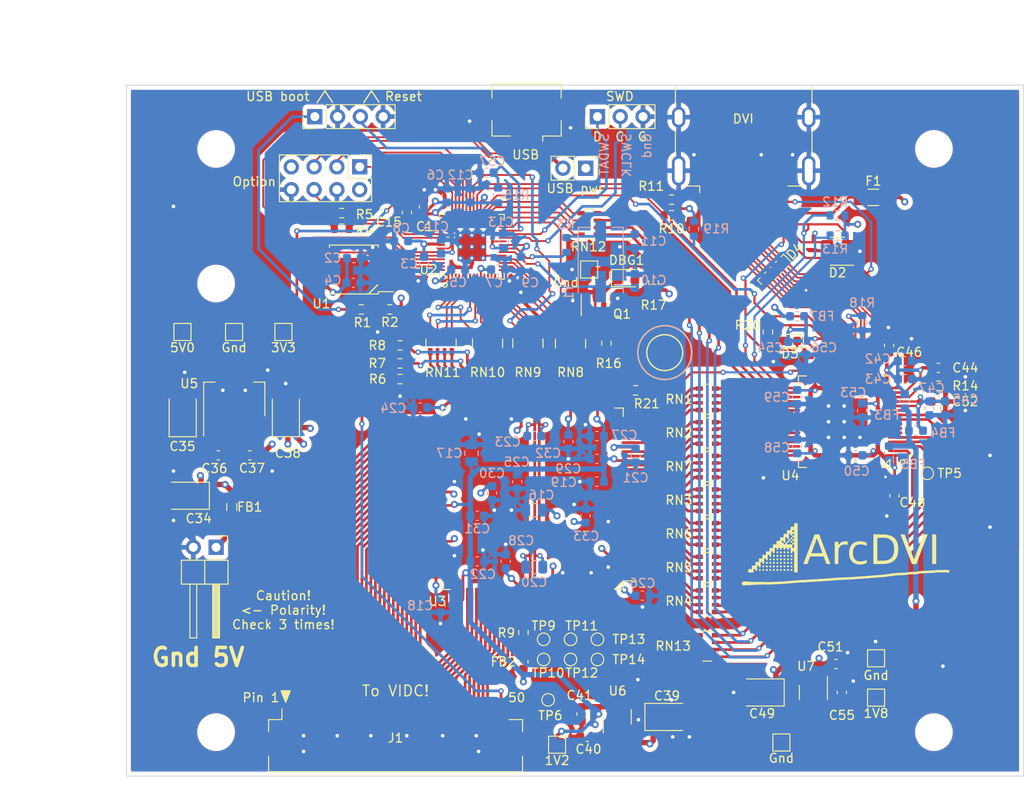
<source format=kicad_pcb>
(kicad_pcb (version 20211014) (generator pcbnew)
  (title_block (title "ArcDVI main PCB") (date "2022-06-19") (rev "v1"))
  (layers (0 "F.Cu" signal) (1 "In1.Cu" power) (2 "In2.Cu" power) (31 "B.Cu" signal) (34 "B.Paste" user) (35 "F.Paste" user) (36 "B.SilkS" user "B.Silkscreen") (37 "F.SilkS" user "F.Silkscreen") (38 "B.Mask" user) (39 "F.Mask" user) (44 "Edge.Cuts" user))
  (net 0 "")
  (net 1 "+3V3")
  (net 2 "GND")
  (net 3 "Net-(C10-Pad2)")
  (net 4 "Net-(C11-Pad2)")
  (net 5 "+1V1")
  (net 6 "+1V2")
  (net 7 "/FPGA/1V2_PLL")
  (net 8 "/FPGA/GND_PLL")
  (net 9 "+5V")
  (net 10 "+1V8")
  (net 11 "Net-(FB2-Pad2)")
  (net 12 "VD15")
  (net 13 "VD14")
  (net 14 "VD13")
  (net 15 "VD12")
  (net 16 "VD11")
  (net 17 "VD10")
  (net 18 "VD9")
  (net 19 "VD8")
  (net 20 "VD7")
  (net 21 "VD6")
  (net 22 "VD5")
  (net 23 "VD4")
  (net 24 "VD3")
  (net 25 "VD2")
  (net 26 "VD1")
  (net 27 "VD0")
  (net 28 "VD31")
  (net 29 "VD30")
  (net 30 "VD29")
  (net 31 "VD28")
  (net 32 "VD27")
  (net 33 "VD26")
  (net 34 "VD25")
  (net 35 "VD24")
  (net 36 "VD23")
  (net 37 "VD22")
  (net 38 "VD21")
  (net 39 "VD20")
  (net 40 "VD19")
  (net 41 "VD18")
  (net 42 "VD17")
  (net 43 "VD16")
  (net 44 "VnVIDW")
  (net 45 "VnVCS")
  (net 46 "VnHS")
  (net 47 "VnSNDRQ")
  (net 48 "VnVIDRQ")
  (net 49 "VFLYBK")
  (net 50 "VCKIN")
  (net 51 "VSNDAK")
  (net 52 "VVIDAK")
  (net 53 "nUSB_BOOT")
  (net 54 "/MCU/QSPI_SS")
  (net 55 "Net-(R3-Pad2)")
  (net 56 "Net-(R4-Pad1)")
  (net 57 "USB_DP")
  (net 58 "Net-(R5-Pad1)")
  (net 59 "USB_DM")
  (net 60 "FPGA_SPI_SS")
  (net 61 "FPGA_CFG_nRESET")
  (net 62 "FPGA_CFG_DONE")
  (net 63 "MCU_VID_SDA")
  (net 64 "MCU_VID_SCL")
  (net 65 "Net-(R14-Pad1)")
  (net 66 "RGB0")
  (net 67 "RGB1")
  (net 68 "RGB2")
  (net 69 "RGB3")
  (net 70 "RGB4")
  (net 71 "RGB5")
  (net 72 "RGB6")
  (net 73 "RGB7")
  (net 74 "RGB8")
  (net 75 "RGB9")
  (net 76 "RGB10")
  (net 77 "RGB11")
  (net 78 "RGB12")
  (net 79 "RGB13")
  (net 80 "RGB14")
  (net 81 "RGB15")
  (net 82 "RGB16")
  (net 83 "RGB17")
  (net 84 "RGB18")
  (net 85 "RGB19")
  (net 86 "RGB20")
  (net 87 "RGB21")
  (net 88 "RGB22")
  (net 89 "RGB23")
  (net 90 "VID_OUT_PCLK")
  (net 91 "VID_OUT_DE")
  (net 92 "VID_OUT_VS")
  (net 93 "VID_OUT_HS")
  (net 94 "Net-(TP5-Pad1)")
  (net 95 "/MCU/QSPI_D1")
  (net 96 "/MCU/QSPI_D2")
  (net 97 "/MCU/QSPI_D0")
  (net 98 "/MCU/QSPI_CLK")
  (net 99 "/MCU/QSPI_D3")
  (net 107 "FPGA_SPI_DOUT")
  (net 108 "FPGA_SPI_DIN")
  (net 109 "FPGA_SPI_CLK")
  (net 116 "VID_I2S_CLK")
  (net 117 "VID_I2S_WS")
  (net 118 "VID_I2S_DATA")
  (net 119 "MCU_VID_IRQ")
  (net 122 "SWCLK")
  (net 123 "SWDAT")
  (net 124 "RUN")
  (net 127 "Net-(RN1-Pad8)")
  (net 128 "Net-(RN3-Pad5)")
  (net 129 "Net-(RN3-Pad6)")
  (net 130 "Net-(RN5-Pad5)")
  (net 131 "Net-(RN5-Pad6)")
  (net 132 "Net-(RN6-Pad5)")
  (net 133 "Net-(RN6-Pad6)")
  (net 134 "Net-(RN6-Pad7)")
  (net 135 "Net-(RN6-Pad8)")
  (net 136 "Net-(RN7-Pad5)")
  (net 137 "Net-(RN7-Pad6)")
  (net 138 "Net-(RN7-Pad7)")
  (net 139 "Net-(RN5-Pad8)")
  (net 140 "Net-(RN5-Pad7)")
  (net 141 "Net-(RN1-Pad5)")
  (net 142 "Net-(RN1-Pad6)")
  (net 143 "Net-(RN1-Pad7)")
  (net 144 "Net-(RN7-Pad8)")
  (net 145 "Net-(RN3-Pad7)")
  (net 146 "Net-(RN2-Pad5)")
  (net 147 "Net-(RN2-Pad6)")
  (net 148 "Net-(RN2-Pad7)")
  (net 149 "Net-(RN2-Pad8)")
  (net 150 "MCU_FPGA_D0")
  (net 151 "MCU_FPGA_D1")
  (net 152 "MCU_FPGA_D2")
  (net 153 "MCU_FPGA_D3")
  (net 154 "MCU_FPGA_D4")
  (net 155 "MCU_FPGA_D5")
  (net 156 "MCU_FPGA_D6")
  (net 157 "MCU_FPGA_D7")
  (net 158 "Net-(RN9-Pad5)")
  (net 159 "MCU_FPGA_VALID")
  (net 160 "FPGA_CLK")
  (net 161 "Net-(RN9-Pad6)")
  (net 162 "Net-(RN9-Pad7)")
  (net 163 "Net-(RN9-Pad8)")
  (net 164 "Net-(R6-Pad1)")
  (net 165 "Net-(RN11-Pad6)")
  (net 166 "Net-(RN11-Pad7)")
  (net 167 "Net-(RN11-Pad8)")
  (net 168 "Net-(RN12-Pad6)")
  (net 169 "MCU_FPGA_STROBE")
  (net 170 "FPGA_IRQ")
  (net 171 "Net-(RN10-Pad5)")
  (net 172 "Net-(RN10-Pad6)")
  (net 173 "Net-(RN10-Pad7)")
  (net 174 "Net-(RN10-Pad8)")
  (net 176 "Net-(RN8-Pad5)")
  (net 177 "Net-(RN8-Pad6)")
  (net 178 "Net-(RN8-Pad7)")
  (net 179 "Net-(RN8-Pad8)")
  (net 181 "Net-(TP9-Pad1)")
  (net 182 "Net-(TP10-Pad1)")
  (net 183 "Net-(TP11-Pad1)")
  (net 184 "Net-(TP12-Pad1)")
  (net 185 "Net-(TP13-Pad1)")
  (net 186 "Net-(TP14-Pad1)")
  (net 187 "ALT_VID_I2S_DATA")
  (net 188 "ALT_VID_I2S_CLK")
  (net 189 "ALT_VID_I2S_WS")
  (net 190 "Net-(D1-Pad1)")
  (net 191 "Net-(D1-Pad2)")
  (net 192 "Net-(Q1-Pad1)")
  (net 193 "/FPGA/DBG_LED")
  (net 196 "/VBUS")
  (net 197 "/Video/AVDD")
  (net 198 "/Video/PVDD")
  (net 199 "/Video/DVDD")
  (net 200 "/Video/DVDD3")
  (net 201 "/Video/TX2+")
  (net 202 "/Video/TX2-")
  (net 203 "/Video/TX1+")
  (net 204 "/Video/TX1-")
  (net 205 "/Video/DDC_SCL")
  (net 206 "/Video/TX0+")
  (net 207 "/Video/TX0-")
  (net 208 "/Video/HPD")
  (net 209 "/Video/TXC+")
  (net 210 "/Video/TXC-")
  (net 211 "/Video/HDMI5V")
  (net 212 "/Video/DDC_SDA")
  (net 213 "/Video/CEC")
  (net 214 "Net-(D3-Pad2)")
  (net 215 "Net-(FB1-Pad2)")
  (net 217 "ID_DET")
  (net 218 "Net-(J1-Pad50)")
  (net 219 "/MCU/spare28")
  (net 220 "/MCU/spare27")
  (net 221 "/MCU/spare25")
  (net 223 "Net-(R18-Pad1)")
  (net 224 "Net-(RN3-Pad8)")
  (net 228 "VID_CEC_CLK")
  (net 229 "Net-(R21-Pad2)")
  (net 230 "Net-(RN4-Pad5)")
  (net 231 "Net-(RN4-Pad6)")
  (net 232 "Net-(RN4-Pad7)")
  (net 233 "Net-(RN4-Pad8)")
  (net 234 "/MCU/spare26")
  (net 235 "VID_I2S_MCLK")
  (net 236 "Net-(RN12-Pad5)")
  (net 237 "Net-(RN12-Pad7)")
  (net 238 "ALT_VID_I2S_MCLK")
  (net 240 "Net-(RN12-Pad8)")
  (footprint "MountingHole:MountingHole_3.2mm_M3" (layer "F.Cu") (at 140 57.1)
    (fp_text reference "H1" hide)
    (fp_text value "MountingHole")
  )
  (footprint "Capacitor_SMD:C_0603_1608Metric" (layer "F.Cu") (at 140.5 85.25)
    (fp_text reference "C52")
    (fp_text value "0.1u")
  )
  (footprint "Resistor_SMD:R_0603_1608Metric" (layer "F.Cu") (at 80.5 79)
    (fp_text reference "R8")
    (fp_text value "10K")
  )
  (footprint "Capacitor_SMD:C_0603_1608Metric" (layer "F.Cu") (at 63.75 91.25 180)
    (fp_text reference "C37")
    (fp_text value "1u")
  )
  (footprint "Capacitor_Tantalum_SMD:CP_EIA-3528-21_Kemet-B" (layer "F.Cu") (at 56.7875 95.75 180)
    (fp_text reference "C34")
    (fp_text value "100u")
  )
  (footprint "Resistor_SMD:R_Array_Convex_4x0603" (layer "F.Cu") (at 94.75 78.75 -90)
    (fp_text reference "RN9")
    (fp_text value "22")
  )
  (footprint "Resistor_SMD:R_Array_Convex_4x0603" (layer "F.Cu") (at 114.75 92.5)
    (fp_text reference "RN7")
    (fp_text value "22")
  )
  (footprint "Capacitor_SMD:C_0603_1608Metric" (layer "F.Cu") (at 81.26 64.19 90)
    (fp_text reference "C15")
    (fp_text value "1u")
  )
  (footprint "Package_DFN_QFN:UDFN-9_1.0x3.8mm_P0.5mm" (layer "F.Cu") (at 122.25 70.75 135)
    (fp_text reference "D4")
    (fp_text value "RCLAMP3328P")
  )
  (footprint "Package_TO_SOT_SMD:SOT-23-5" (layer "F.Cu") (at 126.565 117.675 -90)
    (fp_text reference "U7")
    (fp_text value "TLV70018_SOT23-5")
  )
  (footprint "Resistor_SMD:R_Array_Convex_4x0603" (layer "F.Cu") (at 114.75 88.75)
    (fp_text reference "RN2")
    (fp_text value "22")
  )
  (footprint "Connector_PinHeader_2.54mm:PinHeader_2x04_P2.54mm_Vertical" (layer "F.Cu") (at 76 59.1 -90)
    (fp_text reference "J7" hide)
    (fp_text value "Misc")
  )
  (footprint "Connector_FFC-FPC:Hirose_FH12-50S-0.5SH_1x50-1MP_P0.50mm_Horizontal" (layer "F.Cu") (at 80 122)
    (fp_text reference "J1")
    (fp_text value "Connector_50pin_FFC")
  )
  (footprint "Inductor_SMD:L_0805_2012Metric" (layer "F.Cu") (at 61.75 97 -90)
    (fp_text reference "FB1")
    (fp_text value "FerriteBead_Small")
  )
  (footprint "Resistor_SMD:R_0603_1608Metric" (layer "F.Cu") (at 103.5 78.75 90)
    (fp_text reference "R16")
    (fp_text value "4K7")
  )
  (footprint "Resistor_SMD:R_0603_1608Metric" (layer "F.Cu") (at 94.25 111 90)
    (fp_text reference "R9")
    (fp_text value "100")
  )
  (footprint "Resistor_SMD:R_Array_Convex_4x0603" (layer "F.Cu") (at 114.75 100)
    (fp_text reference "RN6")
    (fp_text value "22")
  )
  (footprint "Package_TO_SOT_SMD:SOT-223-3_TabPin2" (layer "F.Cu") (at 62.025 85 90)
    (fp_text reference "U5")
    (fp_text value "LT1963AxST-3.3")
  )
  (footprint "Connector_PinHeader_2.54mm:PinHeader_1x04_P2.54mm_Vertical" (layer "F.Cu") (at 71 53.5 90)
    (fp_text reference "J4" hide)
    (fp_text value "BOOT")
  )
  (footprint "Inductor_SMD:L_0603_1608Metric" (layer "F.Cu") (at 94.25 114.25 90)
    (fp_text reference "FB2")
    (fp_text value "FerriteBead_Small")
  )
  (footprint "Package_TO_SOT_SMD:SOT-23-5" (layer "F.Cu") (at 104.7 120.40303 90)
    (fp_text reference "U6")
    (fp_text value "TLV70012_SOT23-5")
  )
  (footprint "TestPoint:TestPoint_Pad_D1.0mm" (layer "F.Cu") (at 102.5 111.75)
    (fp_text reference "TP13")
    (fp_text value "216")
  )
  (footprint "Capacitor_SMD:C_0603_1608Metric" (layer "F.Cu") (at 100.725 120.08553 -90)
    (fp_text reference "C41")
    (fp_text value "1u")
  )
  (footprint "TestPoint:TestPoint_Pad_D1.0mm" (layer "F.Cu") (at 102.5 114)
    (fp_text reference "TP14")
    (fp_text value "217")
  )
  (footprint "TestPoint:TestPoint_Pad_D1.0mm" (layer "F.Cu") (at 139.25 93.25)
    (fp_text reference "TP5")
    (fp_text value "SPD")
  )
  (footprint "TestPoint:TestPoint_Pad_1.5x1.5mm" (layer "F.Cu") (at 67.5 77.5)
    (fp_text reference "TP2" hide)
    (fp_text value "3V3")
  )
  (footprint "Resistor_SMD:R_Array_Convex_4x0603" (layer "F.Cu") (at 85.07 78.795 -90)
    (fp_text reference "RN11")
    (fp_text value "22")
  )
  (footprint "Resistor_SMD:R_Array_Convex_4x0603" (layer "F.Cu") (at 114.75 96.25)
    (fp_text reference "RN3")
    (fp_text value "22")
  )
  (footprint "Resistor_SMD:R_0603_1608Metric" (layer "F.Cu") (at 106.75 84)
    (fp_text reference "R21")
    (fp_text value "22")
  )
  (footprint "Capacitor_SMD:C_0603_1608Metric" (layer "F.Cu") (at 135 79 90)
    (fp_text reference "C46")
    (fp_text value "0.1u")
  )
  (footprint "TestPoint:TestPoint_Pad_D1.0mm" (layer "F.Cu") (at 99.5 114)
    (fp_text reference "TP12")
    (fp_text value "215")
  )
  (footprint "Connector_PinHeader_2.54mm:PinHeader_1x02_P2.54mm_Vertical" (layer "F.Cu") (at 101.195 59.25 -90)
    (fp_text reference "J6" hide)
    (fp_text value "PWR_USB")
  )
  (footprint "Diode_SMD:D_0603_1608Metric" (layer "F.Cu") (at 123.9625 78.5 180)
    (fp_text reference "D3")
    (fp_text value "D")
  )
  (footprint "TestPoint:TestPoint_Pad_1.5x1.5mm" (layer "F.Cu") (at 56.25 77.5)
    (fp_text reference "TP1" hide)
    (fp_text value "5V0")
  )
  (footprint "TestPoint:TestPoint_Pad_1.5x1.5mm" (layer "F.Cu") (at 133.55 113.865)
    (fp_text reference "TP20" hide)
    (fp_text value "Gnd")
  )
  (footprint "Resistor_SMD:R_Array_Convex_4x0603" (layer "F.Cu") (at 114.75 107.5)
    (fp_text reference "RN4")
    (fp_text value "22")
  )
  (footprint "Connector_PinHeader_2.54mm:PinHeader_1x03_P2.54mm_Vertical" (layer "F.Cu") (at 102.5 53.5 90)
    (fp_text reference "J3" hide)
    (fp_text value "SWD")
  )
  (footprint "TestPoint:TestPoint_Pad_D1.0mm" (layer "F.Cu") (at 96.5 111.75)
    (fp_text reference "TP9")
    (fp_text value "197")
  )
  (footprint "Capacitor_SMD:C_0603_1608Metric" (layer "F.Cu") (at 83.165 63.555 90)
    (fp_text reference "C1")
    (fp_text value "1u")
  )
  (footprint "Capacitor_SMD:C_0603_1608Metric" (layer "F.Cu") (at 140.5 81.5)
    (fp_text reference "C44")
    (fp_text value "0.1u")
  )
  (footprint "Resistor_SMD:R_0603_1608Metric" (layer "F.Cu") (at 140.5 83.5)
    (fp_text reference "R14")
    (fp_text value "887, 1%")
  )
  (footprint "Capacitor_Tantalum_SMD:CP_EIA-3528-21_Kemet-B" (layer "F.Cu") (at 56.275 86.7125 90)
    (fp_text reference "C35")
    (fp_text value "10u")
  )
  (footprint "Resistor_SMD:R_Array_Convex_4x0603" (layer "F.Cu") (at 90.25 78.75 -90)
    (fp_text reference "RN10")
    (fp_text value "22")
  )
  (footprint "TestPoint:TestPoint_Pad_1.5x1.5mm" (layer "F.Cu") (at 98 123.5)
    (fp_text reference "TP4" hide)
    (fp_text value "1V2")
  )
  (footprint "Resistor_SMD:R_Array_Convex_4x0603" (layer "F.Cu") (at 114.75 103.75)
    (fp_text reference "RN5")
    (fp_text value "22")
  )
  (footprint "Capacitor_SMD:C_0603_1608Metric" (layer "F.Cu") (at 135.6 95.75 -90)
    (fp_text reference "C48")
    (fp_text value "1u")
  )
  (footprint "Package_QFP:TQFP-144_20x20mm_P0.5mm" (layer "F.Cu") (at 95.26 96.085 180)
    (fp_text reference "U3")
    (fp_text value "ICE40HX4K-TQ144")
  )
  (footprint "Resistor_SMD:R_Array_Convex_4x0603" (layer "F.Cu") (at 114.75 112.5)
    (fp_text reference "RN13")
    (fp_text value "22")
  )
  (footprint "Package_TO_SOT_SMD:SOT-23-6" (layer "F.Cu") (at 129.25 68.5 180)
    (fp_text reference "D2")
    (fp_text value "ESDA6V1BC6")
  )
  (footprint "TestPoint:TestPoint_Pad_1.5x1.5mm" (layer "F.Cu") (at 62 77.5)
    (fp_text reference "TP8" hide)
    (fp_text value "Gnd")
  )
  (footprint "Fuse:Fuse_1206_3216Metric_Pad1.42x1.75mm_HandSolder" (layer "F.Cu") (at 133.25 62.5)
    (fp_text reference "F1")
    (fp_text value "50mA")
  )
  (footprint "Package_TO_SOT_SMD:SOT-23" (layer "F.Cu") (at 102.25 74 90)
    (fp_text reference "Q1")
    (fp_text value "Q_NPN_BCE")
  )
  (footprint "Resistor_SMD:R_0603_1608Metric" (layer "F.Cu") (at 74 66 180)
    (fp_text reference "R4")
    (fp_text value "27")
  )
  (footprint "Resistor_SMD:R_Array_Convex_4x0603" (layer "F.Cu") (at 101.58 65.46)
    (fp_text reference "RN12")
    (fp_text value "22")
  )
  (footprint "Capacitor_Tantalum_SMD:CP_EIA-3528-21_Kemet-B" (layer "F.Cu") (at 120.85 117.675 180)
    (fp_text reference "C49")
    (fp_text value "10u")
  )
  (footprint "LOGO" (layer "F.Cu") (at 132.25 103.25)
    (fp_text reference "G***" hide)
    (fp_text value "LOGO" hide)
  )
  (footprint "TestPoint:TestPoint_Pad_D1.0mm" (layer "F.Cu") (at 99.5 111.75)
    (fp_text reference "TP11")
    (fp_text value "206")
  )
  (footprint "Resistor_SMD:R_0603_1608Metric" (layer "F.Cu") (at 110.75 62.75 180)
    (fp_text reference "R11")
    (fp_text value "10K")
  )
  (footprint "Package_SO:SOIC-8_5.23x5.23mm_P1.27mm" (layer "F.Cu") (at 75.355 70.54 180)
    (fp_text reference "U1")
    (fp_text value "W25Q32JVSS")
  )
  (footprint "Connector_HDMI:HDMI_A_Molex_208658-1001_Horizontal" (layer "F.Cu") (at 118.8 57 90)
    (fp_text reference "J8" hide)
    (fp_text value "HDMI_A")
  )
  (footprint "Resistor_SMD:R_Array_Convex_4x0603" (layer "F.Cu") (at 99.5 78.795 -90)
    (fp_text reference "RN8")
    (fp_text value "22")
  )
  (footprint "matt:RP2040-QFN-56" (layer "F.Cu") (at 88.5 68 90)
    (fp_text reference "U2")
    (fp_text value "RP2040")
  )
  (footprint "TestPoint:TestPoint_Pad_D1.0mm" (layer "F.Cu") (at 97 118.5)
    (fp_text reference "TP6")
    (fp_text value "P50")
  )
  (footprint "Resistor_SMD:R_0603_1608Metric" (layer "F.Cu") (at 80.5 81)
    (fp_text reference "R7")
    (fp_text value "10K")
  )
  (footprint "Resistor_SMD:R_0603_1608Metric" (layer "F.Cu") (at 76.18 74.985)
    (fp_text reference "R1")
    (fp_text value "1K")
  )
  (footprint "Resistor_SMD:R_0603_1608Metric" (layer "F.Cu") (at 121.5 77.5 -90)
    (fp_text reference "R20")
    (fp_text value "27K")
  )
  (footprint "Resistor_SMD:R_Array_Convex_4x0603" (layer "F.Cu") (at 114.75 85)
    (fp_text reference "RN1")
    (fp_text value "22")
  )
  (footprint "MountingHole:MountingHole_3.2mm_M3" (layer "F.Cu") (at 140 122.1)
    (fp_text reference "H2" hide)
    (fp_text value "MountingHole")
  )
  (footprint "Capacitor_SMD:C_0603_1608Metric" (layer "F.Cu") (at 129.105 114.5)
    (fp_text reference "C51")
    (fp_text value "1u")
  )
  (footprint "Capacitor_Tantalum_SMD:CP_EIA-3528-21_Kemet-B" (layer "F.Cu") (at 110.25 120.40303)
    (fp_text reference "C39")
    (fp_text value "10u")
  )
  (footprint "TestPoint:TestPoint_Pad_1.5x1.5mm" (layer "F.Cu") (at 101.58 70.54)
    (fp_text reference "TP21" hide)
    (fp_text value "Gnd")
  )
  (footprint "Resistor_SMD:R_0603_1608Metric" (layer "F.Cu") (at 80.5 82.75 180)
    (fp_text reference "R6")
    (fp_text value "4K7")
  )
  (footprint "TestPoint:TestPoint_Pad_D1.0mm" (layer "F.Cu") (at 96.5 114)
    (fp_text reference "TP10")
    (fp_text value "198")
  )
  (footprint "matt:QFP50P1200X1200X160-65N" (layer "F.Cu") (at 130 87.5 180)
    (fp_text reference "U4")
    (fp_text value "ADV7513BSWZ")
  )
  (footprint "TestPoint:TestPoint_Pad_1.5x1.5mm" (layer "F.Cu") (at 123 123.25)
    (fp_text reference "TP19" hide)
    (fp_text value "Gnd")
  )
  (footprint "Capacitor_SMD:C_0603_1608Metric" (layer "F.Cu") (at 101.36 122.62553 180)
    (fp_text reference "C40")
    (fp_text value "1u")
  )
  (footprint "Resistor_SMD:R_0603_1608Metric" (layer "F.Cu") (at 110.75 64.5 180)
    (fp_text reference "R10")
    (fp_text value "10K")
  )
  (footprint "Connector_PinHeader_2.54mm:PinHeader_1x02_P2.54mm_Horizontal" (layer "F.Cu") (at 60 101.5 -90)
    (fp_text reference "J2" hide)
    (fp_text value "5V_IN")
  )
  (footprint "TestPoint:TestPoint_Pad_1.5x1.5mm" (layer "F.Cu") (at 133.55 118.25)
    (fp_text reference "TP3" hide)
    (fp_text value "1V8")
  )
  (footprint "MountingHole:MountingHole_3.2mm_M3" (layer "F.Cu") (at 60 72.1)
    (fp_text reference "H5" hide)
    (fp_text value "MountingHole")
  )
  (footprint "MountingHole:MountingHole_3.2mm_M3" (layer "F.Cu") (at 60 122.1)
    (fp_text reference "H4" hide)
    (fp_text value "MountingHole")
  )
  (footprint "LED_SMD:LED_0805_2012Metric" (layer "F.Cu") (at 105.75 71.5)
    (fp_text reference "D1" hide)
    (fp_text value "DBG1")
  )
  (footprint "Capacitor_SMD:C_0603_1608Metric" (layer "F.Cu") (at 129.74 117.675 90)
    (fp_text reference "C55")
    (fp_text value "1u")
  )
  (footprint "Resistor_SMD:R_0603_1608Metric" (layer "F.Cu") (at 79.355 74.985 180)
    (fp_text reference "R2")
    (fp_text value "10K")
  )
  (footprint "Capacitor_SMD:C_0603_1608Metric" (layer "F.Cu") (at 60.25 91.25)
    (fp_text reference "C36")
    (fp_text value "1u")
  )
  (footprint "Connector_USB:USB_Micro-B_Amphenol_10104110_Horizontal" (layer "F.Cu") (at 94.6 54 180)
    (fp_text reference "J5" hide)
    (fp_text value "USB_B_Micro")
  )
  (footprint "Resistor_SMD:R_0603_1608Metric" (layer "F.Cu") (at 74 64.25 180)
    (fp_text reference "R5")
    (fp_text value "27")
  )
  (footprint "Capacitor_Tantalum_SMD:CP_EIA-3528-21_Kemet-B" (layer "F.Cu") (at 67.775 86.7125 90)
    (fp_text reference "C38")
    (fp_text value "10u")
  )
  (footprint "MountingHole:MountingHole_3.2mm_M3" (layer "F.Cu") (at 60 57.1)
    (fp_text reference "H3" hide)
    (fp_text value "MountingHole")
  )
  (footprint "Resistor_SMD:R_0603_1608Metric" (layer "F.Cu") (at 108.75 72 90)
    (fp_text reference "R17")
    (fp_text value "300")
  )
  (footprint "Capacitor_SMD:C_0603_1608Metric" (layer "B.Cu") (at 124.75 84.75 -90)
    (fp_text reference "C59")
    (fp_text value "0.1u")
  )
  (footprint "Capacitor_SMD:C_0603_1608Metric" (layer "B.Cu") (at 90.75 95.45 -90)
    (fp_text reference "C30")
    (fp_text value "0.1u")
  )
  (footprint "Capacitor_SMD:C_0603_1608Metric" (layer "B.Cu") (at 82.75 85.925 180)
    (fp_text reference "C24")
    (fp_text value "1u")
  )
  (footprint "Capacitor_SMD:C_0603_1608Metric" (layer "B.Cu") (at 124.75 90.25 90)
    (fp_text reference "C58")
    (fp_text value "0.1u")
  )
  (footprint "Capacitor_SMD:C_0805_2012Metric" (layer "B.Cu") (at 95.45 97.355 180)
    (fp_text reference "C16")
    (fp_text value "10u")
  )
  (footprint "Capacitor_SMD:C_0603_1608Metric" (layer "B.Cu") (at 136.75 80.75)
    (fp_text reference "C42")
    (fp_text value "10u")
  )
  (footprint "Capacitor_SMD:C_0603_1608Metric" (layer "B.Cu") (at 92.055 67.365 90)
    (fp_text reference "C13")
    (fp_text value "0.1u")
  )
  (footprint "matt:Crystal_SMD_ABLS7M" (layer "B.Cu") (at 102.85 69.645 -90)
    (fp_text reference "Y1")
    (fp_text value "12M 18pF")
  )
  (footprint "Inductor_SMD:L_0603_1608Metric" (layer "B.Cu") (at 136.75 85.2125 90)
    (fp_text reference "FB3")
    (fp_text value "FerriteBead_Small")
  )
  (footprint "Capacitor_SMD:C_0603_1608Metric" (layer "B.Cu") (at 93.96 69.905 -90)
    (fp_text reference "C9")
    (fp_text value "0.1u")
  )
  (footprint "Capacitor_SMD:C_0805_2012Metric" (layer "B.Cu") (at 95.45 103.705)
    (fp_text reference "C20")
    (fp_text value "10u")
  )
  (footprint "Capacitor_SMD:C_0603_1608Metric" (layer "B.Cu") (at 80.625 67.365 180)
    (fp_text reference "C8")
    (fp_text value "0.1u")
  )
  (footprint "Resistor_SMD:R_0603_1608Metric" (layer "B.Cu") (at 132 76.5 -90)
    (fp_text reference "R18")
    (fp_text value "2K")
  )
  (footprint "Capacitor_SMD:C_0603_1608Metric" (layer "B.Cu") (at 85.705 62.285 90)
    (fp_text reference "C6")
    (fp_text value "0.1u")
  )
  (footprint "Capacitor_SMD:C_0603_1608Metric" (layer "B.Cu") (at 89.1 97.99)
    (fp_text reference "C31")
    (fp_text value "0.01u")
  )
  (footprint "Capacitor_SMD:C_0603_1608Metric" (layer "B.Cu") (at 85.07 68 90)
    (fp_text reference "C14")
    (fp_text value "0.1u")
  )
  (footprint "Capacitor_SMD:C_0603_1608Metric" (layer "B.Cu") (at 125.75 79.25 -90)
    (fp_text reference "C56")
    (fp_text value "0.1u")
  )
  (footprint "Capacitor_SMD:C_0603_1608Metric" (layer "B.Cu") (at 75.295 72.022856)
    (fp_text reference "C4")
    (fp_text value "1u")
  )
  (footprint "Capacitor_SMD:C_0603_1608Metric" (layer "B.Cu") (at 85 107.975 -90)
    (fp_text reference "C18")
    (fp_text value "1u")
  )
  (footprint "Inductor_SMD:L_0603_1608Metric" (layer "B.Cu") (at 135 91 -90)
    (fp_text reference "FB5")
    (fp_text value "FerriteBead_Small")
  )
  (footprint "Capacitor_SMD:C_0603_1608Metric" (layer "B.Cu") (at 139.5 86 -90)
    (fp_text reference "C47")
    (fp_text value "0.1u")
  )
  (footprint "Capacitor_SMD:C_0603_1608Metric" (layer "B.Cu") (at 136.775 82.75)
    (fp_text reference "C43")
    (fp_text value "0.1u")
  )
  (footprint "Capacitor_SMD:C_0603_1608Metric" (layer "B.Cu") (at 102.435 91.64 180)
    (fp_text reference "C29")
    (fp_text value "0.1u")
  )
  (footprint "Capacitor_SMD:C_0805_2012Metric" (layer "B.Cu") (at 88.465 91.005 90)
    (fp_text reference "C17")
    (fp_text value "10u")
  )
  (footprint "Capacitor_SMD:C_0603_1608Metric" (layer "B.Cu") (at 101.165 97.99 90)
    (fp_text reference "C33")
    (fp_text value "0.1u")
  )
  (footprint "Capacitor_SMD:C_0603_1608Metric" (layer "B.Cu") (at 106.66 71.81 -90)
    (fp_text reference "C10")
    (fp_text value "27pF")
  )
  (footprint "Inductor_SMD:L_0603_1608Metric" (layer "B.Cu") (at 124.75 75.75)
    (fp_text reference "FB7")
    (fp_text value "FerriteBead_Small")
  )
  (footprint "Resistor_SMD:R_0603_1608Metric" (layer "B.Cu") (at 129.25 66.75 180)
    (fp_text reference "R13")
    (fp_text value "2K")
  )
  (footprint "Resistor_SMD:R_0603_1608Metric" (layer "B.Cu") (at 99.04 67.81 -90)
    (fp_text reference "R3")
    (fp_text value "1K")
  )
  (footprint "Resistor_SMD:R_0603_1608Metric" (layer "B.Cu") (at 91.42 62.285 90)
    (fp_text reference "R15")
    (fp_text value "10K")
  )
  (footprint "Capacitor_SMD:C_0603_1608Metric" (layer "B.Cu") (at 91.42 70.54)
    (fp_text reference "C7")
    (fp_text value "0.1u")
  )
  (footprint "Capacitor_SMD:C_0603_1608Metric" (layer "B.Cu") (at 99.26 89.735 -90)
    (fp_text reference "C32")
    (fp_text value "0.1u")
  )
  (footprint "Capacitor_SMD:C_0603_1608Metric" (layer "B.Cu") (at 123.75 79.39058 -90)
    (fp_text reference "C54")
    (fp_text value "1u")
  )
  (footprint "Capacitor_SMD:C_0603_1608Metric" (layer "B.Cu") (at 107.515 106.88)
    (fp_text reference "C26")
    (fp_text value "1u")
  )
  (footprint "Capacitor_SMD:C_0603_1608Metric" (layer "B.Cu") (at 83.165 69.905 -90)
    (fp_text reference "C3")
    (fp_text value "0.1u")
  )
  (footprint "Inductor_SMD:L_0603_1608Metric" (layer "B.Cu") (at 138 88.5)
    (fp_text reference "FB4")
    (fp_text value "FerriteBead_Small")
  )
  (footprint "Capacitor_SMD:C_0603_1608Metric" (layer "B.Cu") (at 102.435 89.1 180)
    (fp_text reference "C27")
    (fp_text value "0.1u")
  )
  (footprint "Capacitor_SMD:C_0603_1608Metric" (layer "B.Cu") (at 102.435 94.18 180)
    (fp_text reference "C19")
    (fp_text value "1u")
  )
  (footprint "Capacitor_SMD:C_0603_1608Metric" (layer "B.Cu") (at 92.275 103.07 90)
    (fp_text reference "C28")
    (fp_text value "0.1u")
  )
  (footprint "Capacitor_SMD:C_0603_1608Metric" (layer "B.Cu") (at 131.25 91.25 180)
    (fp_text reference "C50")
    (fp_text value "0.1u")
  )
  (footprint "Capacitor_SMD:C_0603_1608Metric" (layer "B.Cu") (at 141.25 86 -90)
    (fp_text reference "C45")
    (fp_text value "1u")
  )
  (footprint "Capacitor_SMD:C_0603_1608Metric" (layer "B.Cu") (at 93.545 94.18 -90)
    (fp_text reference "C25")
    (fp_text value "0.1u")
  )
  (footprint "Resistor_SMD:R_0603_1608Metric" (layer "B.Cu") (at 113.25 66 -90)
    (fp_text reference "R19")
    (fp_text value "2K")
  )
  (footprint "Capacitor_SMD:C_0603_1608Metric" (layer "B.Cu") (at 95.45 89.1)
    (fp_text reference "C23")
    (fp_text value "0.1u")
  )
  (footprint "Capacitor_SMD:C_0603_1608Metric" (layer "B.Cu") (at 86.975 70.54)
    (fp_text reference "C5")
    (fp_text value "0.1u")
  )
  (footprint "Capacitor_SMD:C_0603_1608Metric" (layer "B.Cu") (at 89.1 103.07)
    (fp_text reference "C22")
    (fp_text value "0.1u")
  )
  (footprint "Capacitor_SMD:C_0603_1608Metric" (layer "B.Cu") (at 132 86.25 -90)
    (fp_text reference "C53")
    (fp_text value "0.1u")
  )
  (footprint "Capacitor_SMD:C_0603_1608Metric" (layer "B.Cu") (at 106.75 91.25 -90)
    (fp_text reference "C21")
    (fp_text value "1u")
  )
  (footprint "Capacitor_SMD:C_0603_1608Metric" (layer "B.Cu") (at 90.15 59.745 180)
    (fp_text reference "C57")
    (fp_text value "0.1u")
  )
  (footprint "Capacitor_SMD:C_0603_1608Metric" (layer "B.Cu") (at 75.355 69.27)
    (fp_text reference "C2")
    (fp_text value "0.1u")
  )
  (footprint "Capacitor_SMD:C_0603_1608Metric" (layer "B.Cu") (at 106.66 67.365 90)
    (fp_text reference "C11")
    (fp_text value "27pF")
  )
  (footprint "Resistor_SMD:R_0603_1608Metric" (layer "B.Cu") (at 129.25 64.5 180)
    (fp_text reference "R12")
    (fp_text value "2K")
  )
  (footprint "Capacitor_SMD:C_0603_1608Metric" (layer "B.Cu") (at 88.245 62.285 90)
    (fp_text reference "C12")
    (fp_text value "0.1u")
  )
  (gr_circle (center 110 79.8) (end 113 79.8) (layer "B.SilkS") (width 0.15) (fill none))
  (gr_circle (center 136.5 92) (end 136.5 91.75) (layer "F.SilkS") (width 0.15) (fill none))
  (gr_circle (center 85.5 72.25) (end 85.5 72) (layer "F.SilkS") (width 0.15) (fill none))
  (gr_poly (pts (xy 67.75 118.75) (xy 67.25 117.5) (xy 68.25 117.5)) (layer "F.SilkS") (width 0.15) (fill solid))
  (gr_line (start 104.42 106.195) (end 105.37 105.245) (layer "F.SilkS") (width 0.15))
  (gr_circle (center 110 79.8) (end 113 79.8) (layer "F.SilkS") (width 0.15) (fill none))
  (gr_circle (center 110 79.8) (end 112 79.8) (layer "F.SilkS") (width 0.15) (fill none))
  (gr_line (start 77 73.25) (end 78 72.25) (layer "F.SilkS") (width 0.15))
  (gr_line (start 85 70.75) (end 85.75 71.5) (layer "F.SilkS") (width 0.15))
  (gr_line (start 134.21 92.6) (end 135.1 91.71) (layer "F.SilkS") (width 0.15))
  (gr_rect (start 50 50) (end 150 127) (layer "Edge.Cuts") (width 0.1) (fill none))
  (gr_text "v2.0 210523\n(c) 2023 Matt Evans" (at 146.25 114 90) (layer "F.Cu") (effects (font (size 1.6 1.5))))
  (gr_text "Gnd" (at 108 55.25 90) (layer "B.SilkS") (effects (font (size 1 1)) (justify left mirror)))
  (gr_text "SWCLK" (at 105.75 55.25 90) (layer "B.SilkS") (effects (font (size 1 1)) (justify left mirror)))
  (gr_text "SWDAT" (at 103.25 55.25 90) (layer "B.SilkS") (effects (font (size 1 1)) (justify left mirror)))
  (gr_text "USB" (at 94.5 57.75) (layer "F.SilkS") (effects (font (size 1 1))))
  (gr_text "Pin 1" (at 65 118.25) (layer "F.SilkS") (effects (font (size 1 1))))
  (gr_text "DVI" (at 118.75 53.75) (layer "F.SilkS") (effects (font (size 1 1))))
  (gr_text "50" (at 93.5 118.25) (layer "F.SilkS") (effects (font (size 1 1))))
  (gr_text "Option" (at 64.25 60.75) (layer "F.SilkS") (effects (font (size 1 1))))
  (gr_text "/\\ Reset" (at 76.25 51.25) (layer "F.SilkS") (effects (font (size 1 1)) (justify left)))
  (gr_text "Gnd 5V" (at 58 113.75) (layer "F.SilkS") (effects (font (size 2 1.9) (thickness 0.4))))
  (gr_text "USB pwr" (at 100 61.5) (layer "F.SilkS") (effects (font (size 1 1))))
  (gr_text "G" (at 107.5 55.75) (layer "F.SilkS") (effects (font (size 1 1))))
  (gr_text "To VIDC!" (at 80 117.5) (layer "F.SilkS") (effects (font (size 1.2 1.2))))
  (gr_text "C" (at 105 55.75) (layer "F.SilkS") (effects (font (size 1 1))))
  (gr_text "USB boot /\\" (at 63.25 51.25) (layer "F.SilkS") (effects (font (size 1 1)) (justify left)))
  (gr_text "D" (at 102.5 55.75) (layer "F.SilkS") (effects (font (size 1 1))))
  (gr_text "SWD" (at 105 51.25) (layer "F.SilkS") (effects (font (size 1 1))))
  (gr_text "Caution!\n<- Polarity!\nCheck 3 times!" (at 67.5 108.5) (layer "F.SilkS") (effects (font (size 1 1))))
  (segment (start 85.9 64.5625) (end 85.0625 65.4) (width 0.2) (layer "F.Cu") (net 1))
  (segment (start 94.01 88) (end 93.545 88.465) (width 0.35) (layer "F.Cu") (net 1))
  (segment (start 94.4595 67.8) (end 91.9375 67.8) (width 0.2) (layer "F.Cu") (net 1))
  (segment (start 71.755 72.445) (end 72.37 72.445) (width 0.35) (layer "F.Cu") (net 1))
  (segment (start 122.4375 115.4525) (end 122.12 115.135) (width 0.35) (layer "F.Cu") (net 1))
  (segment (start 84.763 67.6995) (end 84.7355 67.6995) (width 0.35) (layer "F.Cu") (net 1))
  (segment (start 127.515 116.5375) (end 127.515 114.815) (width 0.6) (layer "F.Cu") (net 1))
  (segment (start 108.345 123.40003) (end 108.7125 123.03253) (width 0.6) (layer "F.Cu") (net 1))
  (segment (start 102.135 122.62553) (end 102.135 122.76553) (width 0.4) (layer "F.Cu") (net 1))
  (segment (start 86.3305 95.335) (end 86.56 95.5645) (width 0.35) (layer "F.Cu") (net 1))
  (segment (start 85.0625 67.8) (end 84.836 67.8) (width 0.2) (layer "F.Cu") (net 1))
  (segment (start 84.295 64.33) (end 84.435 64.19) (width 0.35) (layer "F.Cu") (net 1))
  (segment (start 105.9225 90.335) (end 104.375 90.335) (width 0.3) (layer "F.Cu") (net 1))
  (segment (start 105.65 123.10553) (end 105.805 123.26053) (width 0.4) (layer "F.Cu") (net 1))
  (segment (start 65 91.25) (end 66.25 90) (width 0.6) (layer "F.Cu") (net 1))
  (segment (start 64.325 88.15) (end 67.675 88.15) (width 0.6) (layer "F.Cu") (net 1))
  (segment (start 84.435 63.06) (end 83.165 64.33) (width 0.35) (layer "F.Cu") (net 1))
  (segment (start 110.075 72.825) (end 110.5 73.25) (width 0.4) (layer "F.Cu") (net 1))
  (segment (start 122.3875 115.5025) (end 122.3875 117.675) (width 0.6) (layer "F.Cu") (net 1))
  (segment (start 70.25 80.25) (end 70.25 86.25) (width 0.35) (layer "F.Cu") (net 1))
  (segment (start 84.5975 95.335) (end 86.3305 95.335) (width 0.3) (layer "F.Cu") (net 1))
  (segment (start 67.5 77.5) (end 70.25 80.25) (width 0.35) (layer "F.Cu") (net 1))
  (segment (start 85.7925 85.4225) (end 85.29 85.925) (width 0.35) (layer "F.Cu") (net 1))
  (segment (start 84.2 65.4) (end 85.0625 65.4) (width 0.2) (layer "F.Cu") (net 1))
  (segment (start 72.37 72.445) (end 73.005 73.08) (width 0.35) (layer "F.Cu") (net 1))
  (segment (start 64.325 88.15) (end 69.6 88.15) (width 0.6) (layer "F.Cu") (net 1))
  (segment (start 89.5 62.935) (end 89.744275 62.690725) (width 0.2) (layer "F.Cu") (net 1))
  (segment (start 64.525 91.25) (end 64.525 88.35) (width 0.6) (layer "F.Cu") (net 1))
  (segment (start 67.675 88.15) (end 68 88.475) (width 0.6) (layer "F.Cu") (net 1))
  (segment (start 84.5975 100.835) (end 86.255 100.835) (width 0.3) (layer "F.Cu") (net 1))
  (segment (start 93.51 105.575) (end 92.91 104.975) (width 0.3) (layer "F.Cu") (net 1))
  (segment (start 127.2 114.5) (end 127.2 113.865) (width 0.6) (layer "F.Cu") (net 1))
  (segment (start 89.5 71.4375) (end 89.5 70.430904) (width 0.2) (layer "F.Cu") (net 1))
  (segment (start 103.687186 102.335) (end 102.976404 101.624218) (width 0.3) (layer "F.Cu") (net 1))
  (segment (start 103.75 123.11053) (end 103.9 123.26053) (width 0.4) (layer "F.Cu") (net 1))
  (segment (start 122.4375 115.4525) (end 122.3875 115.5025) (width 0.35) (layer "F.Cu") (net 1))
  (segment (start 68.25 88.25) (end 67.775 88.25) (width 0.35) (layer "F.Cu") (net 1))
  (segment (start 84.7355 67.6995) (end 83.165 67.6995) (width 0.35) (layer "F.Cu") (net 1))
  (segment (start 93.51 106.7475) (end 93.51 105.575) (width 0.3) (layer "F.Cu") (net 1))
  (segment (start 83.8 65.46) (end 83.165 64.825) (width 0.35) (layer "F.Cu") (net 1))
  (segment (start 68 88.475) (end 68 90) (width 0.6) (layer "F.Cu") (net 1))
  (segment (start 111.75 62.925) (end 111.75 63.75) (width 0.3) (layer "F.Cu") (net 1))
  (segment (start 103.9 123.26053) (end 105.805 123.26053) (width 0.6) (layer "F.Cu") (net 1))
  (segment (start 102.135 122.76553) (end 102.63 123.26053) (width 0.6) (layer "F.Cu") (net 1))
  (segment (start 85.5275 71.81) (end 85.9 71.4375) (width 0.2) (layer "F.Cu") (net 1))
  (segment (start 89.744275 62.690725) (end 89.744275 62.655725) (width 0.35) (layer "F.Cu") (net 1))
  (segment (start 105.65 121.54053) (end 105.65 123.10553) (width 0.4) (layer "F.Cu") (net 1))
  (segment (start 104.375 90.335) (end 104.34 90.37) (width 0.35) (layer "F.Cu") (net 1))
  (segment (start 94.01 85.4225) (end 94.01 88) (width 0.3) (layer "F.Cu") (net 1))
  (segment (start 108.7125 123.03253) (end 108.7125 120.40303) (width 0.6) (layer "F.Cu") (net 1))
  (segment (start 127.2 114.5) (end 125.295 114.5) (width 0.6) (layer "F.Cu") (net 1))
  (segment (start 69.6 88.15) (end 70.4 88.15) (width 0.6) (layer "F.Cu") (net 1))
  (segment (start 79.675 81) (end 79.675 79) (width 0.25) (layer "F.Cu") (net 1))
  (segment (start 105.9225 102.335) (end 103.687186 102.335) (width 0.3) (layer "F.Cu") (net 1))
  (segment (start 84.5 105.75) (end 84.5 104.9325) (width 0.3) (layer "F.Cu") (net 1))
  (segment (start 125.615 114.82) (end 125.295 114.5) (width 0.4) (layer "F.Cu") (net 1))
  (segment (start 79.675 79) (end 79.675 76.575) (width 0.25) (layer "F.Cu") (net 1))
  (segment (start 70.4 88.15) (end 70.5 88.25) (width 0.6) (layer "F.Cu") (net 1))
  (segment (start 84.435 64.19) (end 84.8075 64.5625) (width 0.2) (layer "F.Cu") (net 1))
  (segment (start 84.48 65.8) (end 84.14 65.46) (width 0.2) (layer "F.Cu") (net 1))
  (segment (start 85.0625 67.4) (end 84.763 67.6995) (width 0.2) (layer "F.Cu") (net 1))
  (segment (start 108.75 72.825) (end 110.075 72.825) (width 0.4) (layer "F.Cu") (net 1))
  (segment (start 86.51 85.4225) (end 85.7925 85.4225) (width 0.3) (layer "F.Cu") (net 1))
  (segment (start 80.625 73.715) (end 80.625 74.54) (width 0.35) (layer "F.Cu") (net 1))
  (segment (start 99.51 85.4225) (end 99.51 86.945) (width 0.3) (layer "F.Cu") (net 1))
  (segment (start 108.345 123.40003) (end 108.2055 123.26053) (width 0.4) (layer "F.Cu") (net 1))
  (segment (start 69.75 90) (end 68 88.25) (width 0.6) (layer "F.Cu") (net 1))
  (segment (start 125.295 114.5) (end 123.39 114.5) (width 0.6) (layer "F.Cu") (net 1))
  (segment (start 111.575 62.75) (end 111.75 62.925) (width 0.3) (layer "F.Cu") (net 1))
  (segment (start 84.8075 64.5625) (end 85.9 64.5625) (width 0.2) (layer "F.Cu") (net 1))
  (segment (start 111.75 63.75) (end 111.75 64.325) (width 0.3) (layer "F.Cu") (net 1))
  (segment (start 64.525 91.25) (end 65 91.25) (width 0.6) (layer "F.Cu") (net 1))
  (segment (start 80.18 76.07) (end 80.18 74.985) (width 0.25) (layer "F.Cu") (net 1))
  (segment (start 79.675 76.575) (end 80.18 76.07) (width 0.25) (layer "F.Cu") (net 1))
  (segment (start 89.5 70.430904) (end 89.515 70.415904) (width 0.2) (layer "F.Cu") (net 1))
  (segment (start 86.255 100.835) (end 86.56 100.53) (width 0.3) (layer "F.Cu") (net 1))
  (segment (start 103.75 121.54053) (end 103.75 123.11053) (width 0.6) (layer "F.Cu") (net 1))
  (segment (start 85.0625 65.8) (end 84.48 65.8) (width 0.2) (layer "F.Cu") (net 1))
  (segment (start 64.525 88.35) (end 64.325 88.15) (width 0.6) (layer "F.Cu") (net 1))
  (segment (start 127.515 114.815) (end 127.2 114.5) (width 0.6) (layer "F.Cu") (net 1))
  (segment (start 89.744275 62.655725) (end 89.9 62.5) (width 0.35) (layer "F.Cu") (net 1))
  (segment (start 111.75 64.325) (end 111.575 64.5) (width 0.3) (layer "F.Cu") (net 1))
  (segment (start 84.435 62.92) (end 84.435 63.06) (width 0.35) (layer "F.Cu") (net 1))
  (segment (start 83.8 65.46) (end 84.14 65.46) (width 0.35) (layer "F.Cu") (net 1))
  (segment (start 112.75 63.75) (end 111.75 63.75) (width 0.3) (layer "F.Cu") (net 1))
  (segment (start 84.836 67.8) (end 84.7355 67.6995) (width 0.2) (layer "F.Cu") (net 1))
  (segment (start 99.51 86.945) (end 99.26 87.195) (width 0.35) (layer "F.Cu") (net 1))
  (segment (start 70.25 86.25) (end 68.25 88.25) (width 0.35) (layer "F.Cu") (net 1))
  (segment (start 108.2055 123.26053) (end 105.805 123.26053) (width 0.6) (layer "F.Cu") (net 1))
  (segment (start 128.33 114.5) (end 127.2 114.5) (width 0.6) (layer "F.Cu") (net 1))
  (segment (start 84.435 71.81) (end 85.5275 71.81) (width 0.35) (layer "F.Cu") (net 1))
  (segment (start 123.39 114.5) (end 122.4375 115.4525) (width 0.6) (layer "F.Cu") (net 1))
  (segment (start 68 88.25) (end 67.775 88.25) (width 0.35) (layer "F.Cu") (net 1))
  (segment (start 80.625 74.54) (end 80.18 74.985) (width 0.35) (layer "F.Cu") (net 1))
  (segment (start 97.51 103.632186) (end 97.551697 103.590489) (width 0.35) (layer "F.Cu") (net 1))
  (segment (start 102.63 123.26053) (end 103.9 123.26053) (width 0.6) (layer "F.Cu") (net 1))
  (segment (start 97.51 106.7475) (end 97.51 103.632186) (width 0.3) (layer "F.Cu") (net 1))
  (segment (start 89.5 64.5625) (end 89.5 62.935) (width 0.2) (layer "F.Cu") (net 1))
  (segment (start 125.615 116.5375) (end 125.615 114.82) (width 0.4) (layer "F.Cu") (net 1))
  (segment (start 67.675 88.15) (end 67.775 88.25) (width 0.6) (layer "F.Cu") (net 1))
  (segment (start 94.595 67.9355) (end 94.4595 67.8) (width 0.2) (layer "F.Cu") (net 1))
  (segment (start 83.165 64.825) (end 83.165 64.33) (width 0.35) (layer "F.Cu") (net 1))
  (segment (start 84.5 104.9325) (end 84.5975 104.835) (width 0.3) (layer "F.Cu") (net 1))
  (segment (start 83.165 64.33) (end 84.295 64.33) (width 0.35) (layer "F.Cu") (net 1))
  (via (at 122.12 115.135) (size 0.8) (drill 0.4) (layers "F.Cu" "B.Cu") (net 1))
  (via (at 66.25 90) (size 0.8) (drill 0.4) (layers "F.Cu" "B.Cu") (net 1))
  (via (at 99.26 87.195) (size 0.8) (drill 0.4) (layers "F.Cu" "B.Cu") (net 1))
  (via (at 105.515023 106.245) (size 0.8) (drill 0.4) (layers "F.Cu" "B.Cu") (net 1))
  (via (at 92.91 104.975) (size 0.8) (drill 0.4) (layers "F.Cu" "B.Cu") (net 1))
  (via (at 68 90) (size 0.8) (drill 0.4) (layers "F.Cu" "B.Cu") (net 1))
  (via (at 84.435 62.92) (size 0.8) (drill 0.4) (layers "F.Cu" "B.Cu") (net 1))
  (via (at 108.345 123.40003) (size 0.8) (drill 0.4) (layers "F.Cu" "B.Cu") (net 1))
  (via (at 93.545 88.465) (size 0.8) (drill 0.4) (layers "F.Cu" "B.Cu") (net 1))
  (via (at 73.005 73.08) (size 0.8) (drill 0.4) (layers "F.Cu" "B.Cu") (net 1))
  (via (at 69.75 90) (size 0.8) (drill 0.4) (layers "F.Cu" "B.Cu") (net 1))
  (via (at 97.99 97.99) (size 0.8) (drill 0.4) (layers "F.Cu" "B.Cu") (net 1))
  (via (at 84.5 105.75) (size 0.8) (drill 0.4) (layers "F.Cu" "B.Cu") (net 1))
  (via (at 102.976404 101.624218) (size 0.8) (drill 0.4) (layers "F.Cu" "B.Cu") (net 1))
  (via (at 84.435 71.81) (size 0.8) (drill 0.4) (layers "F.Cu" "B.Cu") (net 1))
  (via (at 122.25 74.75) (size 0.8) (drill 0.4) (layers "F.Cu" "B.Cu") (net 1))
  (via (at 86.5 95.5645) (size 0.8) (drill 0.4) (layers "F.Cu" "B.Cu") (net 1))
  (via (at 89.9 62.5) (size 0.8) (drill 0.4) (layers "F.Cu" "B.Cu") (net 1))
  (via (at 127.2 113.865) (size 0.8) (drill 0.4) (layers "F.Cu" "B.Cu") (net 1))
  (via (at 110.5 73.25) (size 0.8) (drill 0.4) (layers "F.Cu" "B.Cu") (net 1))
  (via (at 99.895 98.625) (size 0.8) (drill 0.4) (layers "F.Cu" "B.Cu") (net 1))
  (via (at 70.5 88.25) (size 0.8) (drill 0.4) (layers "F.Cu" "B.Cu") (net 1))
  (via (at 112.75 63.75) (size 0.8) (drill 0.4) (layers "F.Cu" "B.Cu") (net 1))
  (via (at 104.34 90.37) (size 0.8) (drill 0.4) (layers "F.Cu" "B.Cu") (net 1))
  (via (at 80.625 73.715) (size 0.8) (drill 0.4) (layers "F.Cu" "B.Cu") (net 1))
  (via (at 89.5 95.45) (size 0.8) (drill 0.4) (layers "F.Cu" "B.Cu") (net 1))
  (via (at 84.435 64.19) (size 0.8) (drill 0.4) (layers "F.Cu" "B.Cu") (net 1))
  (via (at 85.25 85.925) (size 0.8) (drill 0.4) (layers "F.Cu" "B.Cu") (net 1))
  (via (at 97.551697 103.590489) (size 0.8) (drill 0.4) (layers "F.Cu" "B.Cu") (net 1))
  (via (at 86.56 100.53) (size 0.8) (drill 0.4) (layers "F.Cu" "B.Cu") (net 1))
  (via (at 89.515 70.415904) (size 0.8) (drill 0.4) (layers "F.Cu" "B.Cu") (net 1))
  (via (at 83.165 67.6995) (size 0.8) (drill 0.4) (layers "F.Cu" "B.Cu") (net 1))
  (via (at 94.595 67.9355) (size 0.8) (drill 0.4) (layers "F.Cu" "B.Cu") (net 1))
  (segment (start 96.4 97.355) (end 97.355 97.355) (width 0.35) (layer "B.Cu") (net 1))
  (segment (start 104.46 90.25) (end 104.34 90.37) (width 0.4) (layer "B.Cu") (net 1))
  (segment (start 84.5 106.975) (end 84.775 107.25) (width 0.35) (layer "B.Cu") (net 1))
  (segment (start 113.25 64.25) (end 112.75 63.75) (width 0.3) (layer "B.Cu") (net 1))
  (segment (start 84.435 71.81) (end 84.93 71.81) (width 0.35) (layer "B.Cu") (net 1))
  (segment (start 92.275 103.845) (end 92.275 104.34) (width 0.35) (layer "B.Cu") (net 1))
  (segment (start 73.64 73.08) (end 73.005 73.08) (width 0.35) (layer "B.Cu") (net 1))
  (segment (start 91.41 63.1) (end 91.42 63.11) (width 0.35) (layer "B.Cu") (net 1))
  (segment (start 105.515023 106.245) (end 106.150023 106.88) (width 0.35) (layer "B.Cu") (net 1))
  (segment (start 84.435 62.92) (end 84.575 63.06) (width 0.35) (layer "B.Cu") (net 1))
  (segment (start 89.9 63.1) (end 91.41 63.1) (width 0.35) (layer "B.Cu") (net 1))
  (segment (start 93.96 68.5705) (end 94.595 67.9355) (width 0.35) (layer "B.Cu") (net 1))
  (segment (start 122.25 74.75) (end 123.25 75.75) (width 0.4) (layer "B.Cu") (net 1))
  (segment (start 89.5 95.45) (end 90.275 94.675) (width 0.35) (layer "B.Cu") (net 1))
  (segment (start 83.165 69.13) (end 83.165 67.6995) (width 0.35) (layer "B.Cu") (net 1))
  (segment (start 82.8305 67.365) (end 83.165 67.6995) (width 0.35) (layer "B.Cu") (net 1))
  (segment (start 100.035 98.765) (end 99.895 98.625) (width 0.35) (layer "B.Cu") (net 1))
  (segment (start 97.355 97.355) (end 97.99 97.99) (width 0.35) (layer "B.Cu") (net 1))
  (segment (start 74.52 72.2) (end 73.64 73.08) (width 0.35) (layer "B.Cu") (net 1))
  (segment (start 99.26 88.96) (end 99.26 87.195) (width 0.35) (layer "B.Cu") (net 1))
  (segment (start 113.25 65.175) (end 113.25 64.25) (width 0.3) (layer "B.Cu") (net 1))
  (segment (start 84.575 64.19) (end 85.705 63.06) (width 0.35) (layer "B.Cu") (net 1))
  (segment (start 85 107.2) (end 84.725 107.2) (width 0.35) (layer "B.Cu") (net 1))
  (segment (start 74.52 72.022856) (end 74.52 72.2) (width 0.35) (layer "B.Cu") (net 1))
  (segment (start 83.525 85.925) (end 85.29 85.925) (width 0.35) (layer "B.Cu") (net 1))
  (segment (start 84.725 107.2) (end 84.5 106.975) (width 0.35) (layer "B.Cu") (net 1))
  (segment (start 106.75 90.475) (end 106.525 90.25) (width 0.4) (layer "B.Cu") (net 1))
  (segment (start 84.5 105.75) (end 84.5 106.975) (width 0.35) (layer "B.Cu") (net 1))
  (segment (start 106.525 90.25) (end 104.46 90.25) (width 0.4) (layer "B.Cu") (net 1))
  (segment (start 81.4 67.365) (end 82.8305 67.365) (width 0.35) (layer "B.Cu") (net 1))
  (segment (start 93.96 69.13) (end 93.96 68.5705) (width 0.35) (layer "B.Cu") (net 1))
  (segment (start 74.58 71.962856) (end 74.52 72.022856) (width 0.35) (layer "B.Cu") (net 1))
  (segment (start 89.9 62.5) (end 89.9 63.1) (width 0.35) (layer "B.Cu") (net 1))
  (segment (start 106.150023 106.88) (end 106.74 106.88) (width 0.35) (layer "B.Cu") (net 1))
  (segment (start 84.575 63.06) (end 85.705 63.06) (width 0.35) (layer "B.Cu") (net 1))
  (segment (start 89.515 70.415904) (end 89.639096 70.54) (width 0.35) (layer "B.Cu") (net 1))
  (segment (start 88.285 63.1) (end 88.245 63.06) (width 0.35) (layer "B.Cu") (net 1))
  (segment (start 89.9 63.1) (end 88.285 63.1) (width 0.35) (layer "B.Cu") (net 1))
  (segment (start 74.58 69.27) (end 74.58 71.962856) (width 0.35) (layer "B.Cu") (net 1))
  (segment (start 92.275 104.34) (end 92.91 104.975) (width 0.35) (layer "B.Cu") (net 1))
  (segment (start 88.245 63.06) (end 85.705 63.06) (width 0.35) (layer "B.Cu") (net 1))
  (segment (start 89.639096 70.54) (end 90.645 70.54) (width 0.35) (layer "B.Cu") (net 1))
  (segment (start 101.165 98.765) (end 100.035 98.765) (width 0.35) (layer "B.Cu") (net 1))
  (segment (start 84.93 71.81) (end 86.2 70.54) (width 0.35) (layer "B.Cu") (net 1))
  (segment (start 90.275 94.675) (end 90.75 94.675) (width 0.35) (layer "B.Cu") (net 1))
  (segment (start 84.435 64.19) (end 84.575 64.19) (width 0.35) (layer "B.Cu") (net 1))
  (segment (start 123.25 75.75) (end 123.9625 75.75) (width 0.4) (layer "B.Cu") (net 1))
  (segment (start 100.725 122.48553) (end 100.585 122.62553) (width 0.4) (layer "F.Cu") (net 2))
  (segment (start 129.25 70.3) (end 134.925 75.975) (width 0.3) (layer "F.Cu") (net 2))
  (segment (start 84.5975 102.335) (end 86.46 102.335) (width 0.3) (layer "F.Cu") (net 2))
  (segment (start 103.705 103.705) (end 104.575 102.835) (width 0.3) (layer "F.Cu") (net 2))
  (segment (start 90.85 123.4) (end 89.15 123.4) (width 0.4) (layer "F.Cu") (net 2))
  (segment (start 100.725 120.86053) (end 99.86053 120.86053) (width 0.4) (layer "F.Cu") (net 2))
  (segment (start 83.165 62.78) (end 83.165 61.65) (width 0.35) (layer "F.Cu") (net 2))
  (segment (start 84.5975 93.835) (end 86.215 93.835) (width 0.3) (layer "F.Cu") (net 2))
  (segment (start 105.9225 98.835) (end 105.13 98.835) (width 0.3) (layer "F.Cu") (net 2))
  (segment (start 130 87.5) (end 128.25 85.75) (width 0.6) (layer "F.Cu") (net 2))
  (segment (start 134.6 93.65) (end 134.6 96.35) (width 0.3) (layer "F.Cu") (net 2))
  (segment (start 125.85 56.75) (end 126.05 56.55) (width 0.3) (layer "F.Cu") (net 2))
  (segment (start 78.0205 68.635) (end 77.45 68.0645) (width 0.35) (layer "F.Cu") (net 2))
  (segment (start 99.5 53.85) (end 98.35 52.7) (width 0.3) (layer "F.Cu") (net 2))
  (segment (start 99.5 54.75) (end 99.5 53.85) (width 0.3) (layer "F.Cu") (net 2))
  (segment (start 129.6 117.04) (end 129.74 116.9) (width 0.35) (layer "F.Cu") (net 2))
  (segment (start 129.105 117.04) (end 129.6 117.04) (width 0.35) (layer "F.Cu") (net 2))
  (segment (start 79.4 123.4) (end 79.65 123.4) (width 0.25) (layer "F.Cu") (net 2))
  (segment (start 129.74 116.9) (end 129.88 116.76) (width 0.35) (layer "F.Cu") (net 2))
  (segment (start 100.725 121.17803) (end 100.725 122.48553) (width 0.4) (layer "F.Cu") (net 2))
  (segment (start 89.55 52.7) (end 88.25 54) (width 0.35) (layer "F.Cu") (net 2))
  (segment (start 134.925 77) (end 134.925 78.15) (width 0.4) (layer "F.Cu") (net 2))
  (segment (start 134.925 75.975) (end 134.925 77) (width 0.3) (layer "F.Cu") (net 2))
  (segment (start 104.7 120.25053) (end 104.77702 120.32755) (width 0.4) (layer "F.Cu") (net 2))
  (segment (start 102.25 73.0625) (end 101.0625 73.0625) (width 0.4) (layer "F.Cu") (net 2))
  (segment (start 87.35 123.4) (end 83.35 123.4) (width 0.4) (layer "F.Cu") (net 2))
  (segment (start 78.955 68.635) (end 78.0205 68.635) (width 0.35) (layer "F.Cu") (net 2))
  (segment (start 104.96553 117.75) (end 104.8525 117.86303) (width 0.4) (layer "F.Cu") (net 2))
  (segment (start 103.995 98.335) (end 103.705 98.625) (width 0.35) (layer "F.Cu") (net 2))
  (segment (start 128.5 86) (end 130 87.5) (width 0.6) (layer "F.Cu") (net 2))
  (segment (start 90.05 69) (end 89.775 69.275) (width 0.35) (layer "F.Cu") (net 2))
  (segment (start 62.25 91.25) (end 62.975 91.25) (width 0.6) (layer "F.Cu") (net 2))
  (segment (start 98.01 104.955) (end 98.625 104.34) (width 0.3) (layer "F.Cu") (net 2))
  (segment (start 104.63 98.335) (end 103.995 98.335) (width 0.35) (layer "F.Cu") (net 2))
  (segment (start 101.0625 73.0625) (end 99.675 71.675) (width 0.4) (layer "F.Cu") (net 2))
  (segment (start 119.25 56.75) (end 118 56.75) (width 0.3) (layer "F.Cu") (net 2))
  (segment (start 99.86053 120.86053) (end 99.455 120.455) (width 0.4) (layer "F.Cu") (net 2))
  (segment (start 62.025 81.85) (end 62.025 85.325) (width 0.6) (layer "F.Cu") (net 2))
  (segment (start 122.3 60.285) (end 122.3 57.05) (width 0.3) (layer "F.Cu") (net 2))
  (segment (start 122.3 57.05) (end 122 56.75) (width 0.3) (layer "F.Cu") (net 2))
  (segment (start 134.75 98) (end 134.75 96.8) (width 0.3) (layer "F.Cu") (net 2))
  (segment (start 124 56.75) (end 124.25 57) (width 0.3) (layer "F.Cu") (net 2))
  (segment (start 69.85 123.4) (end 65.85 123.4) (width 0.4) (layer "F.Cu") (net 2))
  (segment (start 126.05 59.525) (end 126.05 56.55) (width 0.3) (layer "F.Cu") (net 2))
  (segment (start 141.25 83.425) (end 141.325 83.5) (width 0.3) (layer "F.Cu") (net 2))
  (segment (start 129.88 114.5) (end 129.88 113.725) (width 0.35) (layer "F.Cu") (net 2))
  (segment (start 132.28 113.865) (end 133.55 113.865) (width 0.35) (layer "F.Cu") (net 2))
  (segment (start 141.275 85.25) (end 141.275 83.55) (width 0.3) (layer "F.Cu") (net 2))
  (segment (start 99.455 120.455) (end 99.455 118.545) (width 0.4) (layer "F.Cu") (net 2))
  (segment (start 75.25 123.25) (end 75.4 123.4) (width 0.25) (layer "F.Cu") (net 2))
  (segment (start 93.3 55.55) (end 93.3 52.85) (width 0.35) (layer "F.Cu") (net 2))
  (segment (start 119.3 56.8) (end 119.25 56.75) (width 0.3) (layer "F.Cu") (net 2))
  (segment (start 111.55 56.8) (end 111.55 53.565) (width 0.3) (layer "F.Cu") (net 2))
  (segment (start 61.025 91.25) (end 62.25 91.25) (width 0.6) (layer "F.Cu") (net 2))
  (segment (start 119.3 60.285) (end 119.3 56.8) (width 0.3) (layer "F.Cu") (net 2))
  (segment (start 119.3125 119.3125) (end 119.3125 117.675) (width 0.35) (layer "F.Cu") (net 2))
  (segment (start 102.01 104.55) (end 101.8 104.34) (width 0.35) (layer "F.Cu") (net 2))
  (segment (start 110.75 118.5) (end 111.25 118.5) (width 0.4) (layer "F.Cu") (net 2))
  (segment (start 75.9 123.4) (end 71.6 123.4) (width 0.4) (layer "F.Cu") (net 2))
  (segment (start 128.5 89) (end 130 87.5) (width 0.6) (layer "F.Cu") (net 2))
  (segment (start 93.3 52.85) (end 93.45 52.7) (width 0.35) (layer "F.Cu") (net 2))
  (segment (start 86.46 102.335) (end 86.56 102.435) (width 0.35) (layer "F.Cu") (net 2))
  (segment (start 93.01 87.095) (end 92.91 87.195) (width 0.35) (layer "F.Cu") (net 2))
  (segment (start 89.15 123.4) (end 89.15 124.15) (width 0.4) (layer "F.Cu") (net 2))
  (segment (start 126.565 116.5375) (end 126.565 117.675) (width 0.6) (layer "F.Cu") (net 2))
  (segment (start 81.895 62.78) (end 81.26 63.415) (width 0.35) (layer "F.Cu") (net 2))
  (segment (start 130.3875 68.5) (end 131.75 68.5) (width 0.4) (layer "F.Cu") (net 2))
  (segment (start 62.025 88.15) (end 62.025 91.025) (width 0.6) (layer "F.Cu") (net 2))
  (segment (start 122 56.75) (end 119.25 56.75) (width 0.3) (layer "F.Cu") (net 2))
  (segment (start 135.025 96.525) (end 135.6 96.525) (width 0.3) (layer "F.Cu") (net 2))
  (segment (start 113.25 56.75) (end 113.25 57.75) (width 0.3) (layer "F.Cu") (net 2))
  (segment (start 71.25 120.15) (end 71.25 123.275) (width 0.25) (layer "F.Cu") (net 2))
  (segment (start 141.275 81.5) (end 141.275 83.45) (width 0.3) (layer "F.Cu") (net 2))
  (segment (start 111.7875 121.72303) (end 110.885 122.62553) (width 0.4) (layer "F.Cu") (net 2))
  (segment (start 118 56.75) (end 116.5 56.75) (width 0.3) (layer "F.Cu") (net 2))
  (segment (start 110.75 118.5) (end 110 117.75) (width 0.4) (layer "F.Cu") (net 2))
  (segment (start 117.8 56.95) (end 118 56.75) (width 0.3) (layer "F.Cu") (net 2))
  (segment (start 90.85 52.7) (end 89.55 52.7) (width 0.35) (layer "F.Cu") (net 2))
  (segment (start 104.575 102.835) (end 105.9225 102.835) (width 0.3) (layer "F.Cu") (net 2))
  (segment (start 104.77702 120.32755) (end 106.68202 120.32755) (width 0.4) (layer "F.Cu") (net 2))
  (segment (start 69.85 123.4) (end 69.85 124.15) (width 0.4) (layer "F.Cu") (net 2))
  (segment (start 122 56.75) (end 124 56.75) (width 0.3) (layer "F.Cu") (net 2))
  (segment (start 134.75 96.8) (end 135.025 96.525) (width 0.3) (layer "F.Cu") (net 2))
  (segment (start 124.25 72.75) (end 125.6495 72.75) (width 0.2) (layer "F.Cu") (net 2))
  (segment (start 79.65 123.4) (end 75.9 123.4) (width 0.4) (layer "F.Cu") (net 2))
  (segment (start 116.3 60.285) (end 116.3 56.95) (width 0.3) (layer "F.Cu") (net 2))
  (segment (start 119.3125 117.675) (end 117.675 117.675) (width 0.35) (layer "F.Cu") (net 2))
  (segment (start 71.25 123.275) (end 71.375 123.4) (width 0.25) (layer "F.Cu") (net 2))
  (segment (start 106.68202 120.32755) (end 107.075 120.72053) (width 0.4) (layer "F.Cu") (net 2))
  (segment (start 104.7 118.01553) (end 104.7 120.25053) (width 0.4) (layer "F.Cu") (net 2))
  (segment (start 62 77.5) (end 62 81.825) (width 0.35) (layer "F.Cu") (net 2))
  (segment (start 124.25 57) (end 124.25 57.75) (width 0.3) (layer "F.Cu") (net 2))
  (segment (start 80.5 84.655) (end 80.5 84.5) (width 0.35) (layer "F.Cu") (net 2))
  (segment (start 129.25 68.5) (end 130.3875 68.5) (width 0.4) (layer "F.Cu") (net 2))
  (segment (start 75.25 120.15) (end 75.25 123.25) (width 0.25) (layer "F.Cu") (net 2))
  (segment (start 111.25 118.5) (end 111.7875 119.0375) (width 0.4) (layer "F.Cu") (net 2))
  (segment (start 62.025 88.15) (end 62.025 85.325) (width 0.6) (layer "F.Cu") (net 2))
  (segment (start 83.35 123.4) (end 79.65 123.4) (width 0.4) (layer "F.Cu") (net 2))
  (segment (start 111.7875 119.0375) (end 111.7875 120.40303) (width 0.4) (layer "F.Cu") (net 2))
  (segment (start 129.88 113.725) (end 130.375 113.23) (width 0.35) (layer "F.Cu") (net 2))
  (segment (start 79.675 83.675) (end 79.675 82.75) (width 0.35) (layer "F.Cu") (net 2))
  (segment (start 99.455 118.545) (end 100.25 117.75) (width 0.4) (layer "F.Cu") (net 2))
  (segment (start 123 123.25) (end 123 120.25) (width 0.4) (layer "F.Cu") (net 2))
  (segment (start 112.75 122.62553) (end 112.69 122.62553) (width 0.4) (layer "F.Cu") (net 2))
  (segment (start 128.47 117.675) (end 129.105 117.04) (width 0.35) (layer "F.Cu") (net 2))
  (segment (start 62.025 91.025) (end 62.25 91.25) (width 0.6) (layer "F.Cu") (net 2))
  (segment (start 62 81.825) (end 62.025 81.85) (width 0.35) (layer "F.Cu") (net 2))
  (segment (start 93.01 85.4225) (end 93.01 87.095) (width 0.3) (layer "F.Cu") (net 2))
  (segment (start 110 117.75) (end 104.96553 117.75) (width 0.4) (layer "F.Cu") (net 2))
  (segment (start 87.25 123.3) (end 87.35 123.4) (width 0.25) (layer "F.Cu") (net 2))
  (segment (start 105.13 98.835) (end 104.63 98.335) (width 0.3) (layer "F.Cu") (net 2))
  (segment (start 116.3 56.95) (end 116.5 56.75) (width 0.3) (layer "F.Cu") (net 2))
  (segment (start 62.175 85.175) (end 56.275 85.175) (width 0.6) (layer "F.Cu") (net 2))
  (segment (start 99.675 71.675) (end 99.675 70.54) (width 0.4) (layer "F.Cu") (net 2))
  (segment (start 116.5 56.75) (end 115 56.75) (width 0.3) (layer "F.Cu") (net 2))
  (segment (start 131.645 114.5) (end 132.28 113.865) (width 0.35) (layer "F.Cu") (net 2))
  (segment (start 117.8 60.285) (end 117.8 56.95) (width 0.3) (layer "F.Cu") (net 2))
  (segment (start 88.01 85.4225) (end 88.01 87.015) (width 0.3) (layer "F.Cu") (net 2))
  (segment (start 133.5 112) (end 133.55 112.05) (width 0.35) (layer "F.Cu") (net 2))
  (segment (start 124 56.75) (end 125.85 56.75) (width 0.3) (layer "F.Cu") (net 2))
  (segment (start 80.5 84.5) (end 79.675 83.675) (width 0.35) (layer "F.Cu") (net 2))
  (segment (start 126.565 117.675) (end 128.47 117.675) (width 0.35) (layer "F.Cu") (net 2))
  (segment (start 122.965 120.215) (end 120.215 120.215) (width 0.35) (layer "F.Cu") (net 2))
  (segment (start 129.88 116.76) (end 129.88 114.5) (width 0.35) (layer "F.Cu") (net 2))
  (segment (start 95.75 52.7) (end 93.45 52.7) (width 0.4) (layer "F.Cu") (net 2))
  (segment (start 134.925 78.15) (end 135 78.225) (width 0.4) (layer "F.Cu") (net 2))
  (segment (start 142.5 85.25) (end 143.5 86.25) (width 0.3) (layer "F.Cu") (net 2))
  (segment (start 112.69 122.62553) (end 111.7875 121.72303) (width 0.4) (layer "F.Cu") (net 2))
  (segment (start 79.25 120.15) (end 79.25 123.25) (width 0.25) (layer "F.Cu") (net 2))
  (segment (start 83.25 123.3) (end 83.35 123.4) (width 0.25) (layer "F.Cu") (net 2))
  (segment (start 126.05 56.55) (end 126.05 53.565) (width 0.3) (layer "F.Cu") (net 2))
  (segment (start 104.7 120.25053) (end 104.7 121.54053) (width 0.4) (layer "F.Cu") (net 2))
  (segment (start 111.55 59.525) (end 111.55 56.8) (width 0.3) (layer "F.Cu") (net 2))
  (segment (start 134.6 96.35) (end 134.775 96.525) (width 0.3) (layer "F.Cu") (net 2))
  (segment (start 93.45 52.7) (end 90.85 52.7) (width 0.35) (layer "F.Cu") (net 2))
  (segment (start 104.8525 117.86303) (end 104.7 118.01553) (width 0.4) (layer "F.Cu") (net 2))
  (segment (start 128.1125 68.5) (end 129.25 68.5) (width 0.4) (layer "F.Cu") (net 2))
  (segment (start 91.9375 69) (end 90.05 69) (width 0.2) (layer "F.Cu") (net 2))
  (segment (start 141.275 85.25) (end 142.5 85.25) (width 0.3) (layer "F.Cu") (net 2))
  (segment (start 55.25 98.5) (end 55.25 95.75) (width 0.6) (layer "F.Cu") (net 2))
  (segment (start 129.88 114.5) (end 131.645 114.5) (width 0.35) (layer "F.Cu") (net 2))
  (segment (start 129.25 68.5) (end 129.25 70.3) (width 0.3) (layer "F.Cu") (net 2))
  (segment (start 122.585876 71.085876) (end 124.25 72.75) (width 0.2) (layer "F.Cu") (net 2))
  (segment (start 129.74 116.9) (end 130.515 116.9) (width 0.35) (layer "F.Cu") (net 2))
  (segment (start 113.25 56.75) (end 111.6 56.75) (width 0.3) (layer "F.Cu") (net 2))
  (segment (start 79.25 123.25) (end 79.4 123.4) (width 0.25) (layer "F.Cu") (net 2))
  (segment (start 115 56.75) (end 114.8 56.95) (width 0.3) (layer "F.Cu") (net 2))
  (segment (start 99.675 70.54) (end 101.58 70.54) (width 0.35) (layer "F.Cu") (net 2))
  (segment (start 126.565 120.215) (end 122.965 120.215) (width 0.35) (layer "F.Cu") (net 2))
  (segment (start 90.75 120.15) (end 90.75 123.3) (width 0.25) (layer "F.Cu") (net 2))
  (segment (start 141.275 83.45) (end 141.325 83.5) (width 0.3) (layer "F.Cu") (net 2))
  (segment (start 102.01 106.7475) (end 102.01 104.55) (width 0.3) (layer "F.Cu") (net 2))
  (segment (start 69.85 124.15) (end 69.75 124.25) (width 0.4) (layer "F.Cu") (net 2))
  (segment (start 111.7875 120.40303) (end 111.7875 121.72303) (width 0.4) (layer "F.Cu") (net 2))
  (segment (start 67.775 83.275) (end 67.75 83.25) (width 0.6) (layer "F.Cu") (net 2))
  (segment (start 123 120.25) (end 122.965 120.215) (width 0.4) (layer "F.Cu") (net 2))
  (segment (start 67.775 85.175) (end 62.175 85.175) (width 0.6) (layer "F.Cu") (net 2))
  (segment (start 115 56.75) (end 113.25 56.75) (width 0.3) (layer "F.Cu") (net 2))
  (segment (start 100.25 117.75) (end 104.96553 117.75) (width 0.4) (layer "F.Cu") (net 2))
  (segment (start 130.515 116.9) (end 131.01 116.405) (width 0.35) (layer "F.Cu") (net 2))
  (segment (start 89.15 123.4) (end 87.35 123.4) (width 0.4) (layer "F.Cu") (net 2))
  (segment (start 75.4 123.4) (end 75.9 123.4) (width 0.25) (layer "F.Cu") (net 2))
  (segment (start 83.25 120.15) (end 83.25 123.3) (width 0.25) (layer "F.Cu") (net 2))
  (segment (start 67.775 85.175) (end 67.775 83.275) (width 0.6) (layer "F.Cu") (net 2))
  (segment (start 88.01 87.015) (end 87.83 87.195) (width 0.35) (layer "F.Cu") (net 2))
  (segment (start 86.215 93.835) (end 86.56 94.18) (width 0.3) (layer "F.Cu") (net 2))
  (segment (start 83.165 62.78) (end 81.895 62.78) (width 0.35) (layer "F.Cu") (net 2))
  (segment (start 120.215 120.215) (end 119.3125 119.3125) (width 0.35) (layer "F.Cu") (net 2))
  (segment (start 134.775 96.525) (end 135.6 96.525) (width 0.3) (layer "F.Cu") (net 2))
  (segment (start 71.6 123.4) (end 69.85 123.4) (width 0.4) (layer "F.Cu") (net 2))
  (segment (start 105.9225 98.335) (end 104.63 98.335) (width 0.3) (layer "F.Cu") (net 2))
  (segment (start 62.025 85.325) (end 62.175 85.175) (width 0.6) (layer "F.Cu") (net 2))
  (segment (start 87.25 120.15) (end 87.25 123.3) (width 0.25) (layer "F.Cu") (net 2))
  (segment (start 94.15 123.4) (end 90.85 123.4) (width 0.4) (layer "F.Cu") (net 2))
  (segment (start 133.55 112.05) (end 133.55 113.865) (width 0.35) (layer "F.Cu") (net 2))
  (segment (start 111.6 56.75) (end 111.55 56.8) (width 0.3) (layer "F.Cu") (net 2))
  (segment (start 126.565 117.675) (end 126.565 120.215) (width 0.6) (layer "F.Cu") (net 2))
  (segment (start 125.6495 72.75) (end 125.75 72.8505) (width 0.2) (layer "F.Cu") (net 2))
  (segment (start 89.15 124.15) (end 89.25 124.25) (width 0.4) (layer "F.Cu") (net 2))
  (segment (start 90.75 123.3) (end 90.85 123.4) (width 0.25) (layer "F.Cu") (net 2))
  (segment (start 141.275 83.55) (end 141.325 83.5) (width 0.3) (layer "F.Cu") (net 2))
  (segment (start 71.375 123.4) (end 71.6 123.4) (width 0.25) (layer "F.Cu") (net 2))
  (segment (start 98.01 106.7475) (end 98.01 104.955) (width 0.3) (layer "F.Cu") (net 2))
  (segment (start 114.8 56.95) (end 114.8 60.285) (width 0.3) (layer "F.Cu") (net 2))
  (segment (start 98.35 52.7) (end 95.75 52.7) (width 0.4) (layer "F.Cu") (net 2))
  (via (at 101.165 87.83) (size 0.8) (drill 0.4) (layers "F.Cu" "B.Cu") (net 2))
  (via (at 99.675 70.54) (size 0.8) (drill 0.4) (layers "F.Cu" "B.Cu") (net 2))
  (via (at 80.5 84.655) (size 0.8) (drill 0.4) (layers "F.Cu" "B.Cu") (net 2))
  (via (at 55.25 63.5) (size 0.8) (drill 0.4) (layers "F.Cu" "B.Cu") (net 2))
  (via (at 125.75 72.8505) (size 0.6) (drill 0.3) (layers "F.Cu" "B.Cu") (net 2))
  (via (at 89 122.5) (size 0.8) (drill 0.4) (layers "F.Cu" "B.Cu") (net 2))
  (via (at 92.275 101.165) (size 0.8) (drill 0.4) (layers "F.Cu" "B.Cu") (net 2))
  (via (at 120.75 57.75) (size 0.8) (drill 0.4) (layers "F.Cu" "B.Cu") (net 2))
  (via (at 137.5 78.25) (size 0.8) (drill 0.4) (layers "F.Cu" "B.Cu") (net 2))
  (via (at 67.75 83.25) (size 0.8) (drill 0.4) (layers "F.Cu" "B.Cu") (net 2))
  (via (at 55.25 98.5) (size 0.8) (drill 0.4) (layers "F.Cu" "B.Cu") (net 2))
  (via (at 89.25 124.25) (size 0.8) (drill 0.4) (layers "F.Cu" "B.Cu") (net 2))
  (via (at 113.25 57.75) (size 0.8) (drill 0.4) (layers "F.Cu" "B.Cu") (net 2))
  (via (at 128.25 87.5) (size 0.8) (drill 0.4) (layers "F.Cu" "B.Cu") (net 2))
  (via (at 89.735 101.8) (size 0.8) (drill 0.4) (layers "F.Cu" "B.Cu") (net 2))
  (via (at 130 85.75) (size 0.8) (drill 0.4) (layers "F.Cu" "B.Cu") (net 2))
  (via (at 143.5 86.25) (size 0.8) (drill 0.4) (layers "F.Cu" "B.Cu") (net 2))
  (via (at 146.25 91.25) (size 0.8) (drill 0.4) (layers "F.Cu" "B.Cu") (net 2))
  (via (at 98.625 104.34) (size 0.8) (drill 0.4) (layers "F.Cu" "B.Cu") (net 2))
  (via (at 87.83 87.195) (size 0.8) (drill 0.4) (layers "F.Cu" "B.Cu") (net 2))
  (via (at 110.75 118.5) (size 0.8) (drill 0.4) (layers "F.Cu" "B.Cu") (net 2))
  (via (at 112.75 122.62553) (size 0.8) (drill 0.4) (layers "F.Cu" "B.Cu") (net 2))
  (via (at 121 93.75) (size 0.8) (drill 0.4) (layers "F.Cu" "B.Cu") (net 2))
  (via (at 85.25 122.5) (size 0.8) (drill 0.4) (layers "F.Cu" "B.Cu") (net 2))
  (via (at 84.435 61.65) (size 0.8) (drill 0.4) (layers "F.Cu" "B.Cu") (net 2))
  (via (at 107.075 120.72053) (size 0.8) (drill 0.4) (layers "F.Cu" "B.Cu") (net 2))
  (via (at 134.925 77) (size 0.8) (drill 0.4) (layers "F.Cu" "B.Cu") (net 2))
  (via (at 66.25 93) (size 0.8) (drill 0.4) (layers "F.Cu" "B.Cu") (net 2))
  (via (at 107 116.25) (size 0.8) (drill 0.4) (layers "F.Cu" "B.Cu") (net 2))
  (via (at 93.96 73.08) (size 0.8) (drill 0.4) (layers "F.Cu" "B.Cu") (net 2))
  (via (at 103.705 98.625) (size 0.8) (drill 0.4) (layers "F.Cu" "B.Cu") (net 2))
  (via (at 78 77.5) (size 0.8) (drill 0.4) (layers "F.Cu" "B.Cu") (net 2))
  (via (at 99.26 91.64) (size 0.8) (drill 0.4) (layers "F.Cu" "B.Cu") (net 2))
  (via (at 117.675 117.675) (size 0.8) (drill 0.4) (layers "F.Cu" "B.Cu") (net 2))
  (via (at 110.885 122.62553) (size 0.8) (drill 0.4) (layers "F.Cu" "B.Cu") (net 2))
  (via (at 55.25 93) (size 0.8) (drill 0.4) (layers "F.Cu" "B.Cu") (net 2))
  (via (at 141 114.75) (size 0.8) (drill 0.4) (layers "F.Cu" "B.Cu") (net 2))
  (via (at 124.25 57.75) (size 0.8) (drill 0.4) (layers "F.Cu" "B.Cu") (net 2))
  (via (at 99.5 54.75) (size 0.8) (drill 0.4) (layers "F.Cu" "B.Cu") (net 2))
  (via (at 105 68) (size 0.8) (drill 0.4) (layers "F.Cu" "B.Cu") (net 2))
  (via (at 91.005 97.355) (size 0.8) (drill 0.4) (layers "F.Cu" "B.Cu") (net 2))
  (via (at 131.75 89.25) (size 0.8) (drill 0.4) (layers "F.Cu" "B.Cu") (net 2))
  (via (at 101.8 104.34) (size 0.8) (drill 0.4) (layers "F.Cu" "B.Cu") (net 2))
  (via (at 89.312477 88.887523) (size 0.8) (drill 0.4) (layers "F.Cu" "B.Cu") (net 2))
  (via (at 56.5 82) (size 0.8) (drill 0.4) (layers "F.Cu" "B.Cu") (net 2))
  (via (at 146.25 99.25) (size 0.8) (drill 0.4) (layers "F.Cu" "B.Cu") (net 2))
  (via (at 85 110) (size 0.8) (drill 0.4) (layers "F.Cu" "B.Cu") (net 2))
  (via (at 73.5 122.5) (size 0.8) (drill 0.4) (layers "F.Cu" "B.Cu") (net 2))
  (via (at 86.56 102.435) (size 0.8) (drill 0.4) (layers "F.Cu" "B.Cu") (net 2))
  (via (at 130.375 113.23) (size 0.8) (drill 0.4) (layers "F.Cu" "B.Cu") (net 2))
  (via (at 82.53 71.81) (size 0.8) (drill 0.4) (layers "F.Cu" "B.Cu") (net 2))
  (via (at 77.45 68.0645) (size 0.8) (drill 0.4) (layers "F.Cu" "B.Cu") (net 2))
  (via (at 103.705 103.705) (size 0.8) (drill 0.4) (layers "F.Cu" "B.Cu") (net 2))
  (via (at 130 89.25) (size 0.8) (drill 0.4) (layers "F.Cu" "B.Cu") (net 2))
  (via (at 69.75 124.25) (size 0.8) (drill 0.4) (layers "F.Cu" "B.Cu") (net 2))
  (via (at 130 87.5) (size 0.8) (drill 0.4) (layers "F.Cu" "B.Cu") (net 2))
  (via (at 60.75 84) (size 0.8) (drill 0.4) (layers "F.Cu" "B.Cu") (net 2))
  (via (at 81.25 122.5) (size 0.8) (drill 0.4) (layers "F.Cu" "B.Cu") (net 2))
  (via (at 92.69 71.81) (size 0.8) (drill 0.4) (layers "F.Cu" "B.Cu") (net 2))
  (via (at 92.91 97.355) (size 0.8) (drill 0.4) (layers "F.Cu" "B.Cu") (net 2))
  (via (at 133.5 112) (size 0.8) (drill 0.4) (layers "F.Cu" "B.Cu") (net 2))
  (via (at 99.895 96.72) (size 0.8) (drill 0.4) (layers "F.Cu" "B.Cu") (net 2))
  (via (at 128.25 89.25) (size 0.8) (drill 0.4) (layers "F.Cu" "B.Cu") (net 2))
  (via (at 122.1 80.8) (size 0.8) (drill 0.4) (layers "F.Cu" "B.Cu") (net 2))
  (via (at 83.2 61.65) (size 0.8) (drill 0.4) (layers "F.Cu" "B.Cu") (net 2))
  (via (at 100.53 94.18) (size 0.8) (drill 0.4) (layers "F.Cu" "B.Cu") (net 2))
  (via (at 104.75 73.75) (size 0.8) (drill 0.4) (layers "F.Cu" "B.Cu") (net 2))
  (via (at 134.75 98) (size 0.8) (drill 0.4) (layers "F.Cu" "B.Cu") (net 2))
  (via (at 128.25 85.75) (size 0.8) (drill 0.4) (layers "F.Cu" "B.Cu") (net 2))
  (via (at 69.75 122.5) (size 0.8) (drill 0.4) (layers "F.Cu" "B.Cu") (net 2))
  (via (at 99.75 74) (size 0.8) (drill 0.4) (layers "F.Cu" "B.Cu") (net 2))
  (via (at 65.75 81.75) (size 0.8) (drill 0.4) (layers "F.Cu" "B.Cu") (net 2))
  (via (at 134.6 93.65) (size 0.6) (drill 0.3) (layers "F.Cu" "B.Cu") (net 2))
  (via (at 107.515 108.15) (size 0.8) (drill 0.4) (layers "F.Cu" "B.Cu") (net 2))
  (via (at 77.25 122.5) (size 0.8) (drill 0.4) (layers "F.Cu" "B.Cu") (net 2))
  (via (at 131.01 116.405) (size 0.8) (drill 0.4) (layers "F.Cu" "B.Cu") (net 2))
  (via (at 131.75 68.5) (size 0.8) (drill 0.4) (layers "F.Cu" "B.Cu") (net 2))
  (via (at 63.25 84) (size 0.8) (drill 0.4) (layers "F.Cu" "B.Cu") (net 2))
  (via (at 143.5 82.5) (size 0.8) (drill 0.4) (layers "F.Cu" "B.Cu") (net 2))
  (via (at 88.25 54) (size 0.8) (drill 0.4) (layers "F.Cu" "B.Cu") (net 2))
  (via (at 86.56 94.18) (size 0.8) (drill 0.4) (layers "F.Cu" "B.Cu") (net 2))
  (via (at 92.91 87.195) (size 0.8) (drill 0.4) (layers "F.Cu" "B.Cu") (net 2))
  (segment (start 124.95 80.7) (end 128.25 84) (width 0.3) (layer "B.Cu") (net 2))
  (segment (start 139.25 80.75) (end 137.525 80.75) (width 0.4) (layer "B.Cu") (net 2))
  (segment (start 87.75 69.8) (end 87.225 69.275) (width 0.35) (layer "B.Cu") (net 2))
  (segment (start 105.86 68.14) (end 106.66 68.14) (width 0.35) (layer "B.Cu") (net 2))
  (segment (start 89.875 103.07) (end 89.875 101.94) (width 0.35) (layer "B.Cu") (net 2))
  (segment (start 128 85.5) (end 128.25 85.75) (width 0.4) (layer "B.Cu") (net 2))
  (segment (start 124.95 80.05) (end 125.725 80.05) (width 0.3) (layer "B.Cu") (net 2))
  (segment (start 57.46 101.5) (end 57.46 100.71) (width 0.6) (layer "B.Cu") (net 2))
  (segment (start 90.75 97.1) (end 91.005 97.355) (width 0.35) (layer "B.Cu") (net 2))
  (segment (start 92.275 102.295) (end 92.275 101.165) (width 0.35) (layer "B.Cu") (net 2))
  (segment (start 85.705 60.395) (end 86 60.1) (width 0.4) (layer "B.Cu") (net 2))
  (segment (start 124.75 85.525) (end 124.775 85.5) (width 0.4) (layer "B.Cu") (net 2))
  (segment (start 128.25 90.5) (end 129 91.25) (width 0.3) (layer "B.Cu") (net 2))
  (segment (start 89.91 66.59) (end 89.775 66.725) (width 0.35) (layer "B.Cu") (net 2))
  (segment (start 92.275 96.72) (end 92.275 95.45) (width 0.35) (layer "B.Cu") (net 2))
  (segment (start 124.775 85.5) (end 128 85.5) (width 0.4) (layer "B.Cu") (net 2))
  (segment (start 107.515 108.15) (end 108.29 107.375) (width 0.35) (layer "B.Cu") (net 2))
  (segment (start 80.5 84.655) (end 80.705 84.655) (width 0.35) (layer "B.Cu") (net 2))
  (segment (start 128.25 89.25) (end 128.025 89.475) (width 0.35) (layer "B.Cu") (net 2))
  (segment (start 101.66 89.1) (end 101.66 91.64) (width 0.35) (layer "B.Cu") (net 2))
  (segment (start 80.705 84.655) (end 81.975 85.925) (width 0.35) (layer "B.Cu") (net 2))
  (segment (start 93.545 94.955) (end 92.77 94.955) (width 0.35) (layer "B.Cu") (net 2))
  (segment (start 86 60.1) (end 86.355 59.745) (width 0.4) (layer "B.Cu") (net 2))
  (segment (start 76.13 69.27) (end 76.13 71.962856) (width 0.35) (layer "B.Cu") (net 2))
  (segment (start 141.25 86.775) (end 142.975 86.775) (width 0.3) (layer "B.Cu") (net 2))
  (segment (start 91.3225 97.6725) (end 92.275 96.72) (width 0.35) (layer "B.Cu") (net 2))
  (segment (start 85.57 66.725) (end 87.225 66.725) (width 0.35) (layer "B.Cu") (net 2))
  (segment (start 128.25 92.5) (end 128.25 89.25) (width 0.3) (layer "B.Cu") (net 2))
  (segment (start 78.1495 67.365) (end 77.45 68.0645) (width 0.35) (layer "B.Cu") (net 2))
  (segment (start 143.5 82.25) (end 143 81.75) (width 0.3) (layer "B.Cu") (net 2))
  (segment (start 134.675 77.25) (end 134.925 77) (width 0.4) (layer "B.Cu") (net 2))
  (segment (start 139.5 86.775) (end 141.25 86.775) (width 0.3) (layer "B.Cu") (net 2))
  (segment (start 85 108.75) (end 85 110) (width 0.35) (layer "B.Cu") (net 2))
  (segment (start 90.75 96.225) (end 90.75 97.1) (width 0.35) (layer "B.Cu") (net 2))
  (segment (start 101.66 88.325) (end 101.165 87.83) (width 0.35) (layer "B.Cu") (net 2))
  (segment (start 76.2445 69.27) (end 77.45 68.0645) (width 0.35) (layer "B.Cu") (net 2))
  (segment (start 86.355 59.745) (end 89.375 59.745) (width 0.4) (layer "B.Cu") (net 2))
  (segment (start 128.025 89.475) (end 124.75 89.475) (width 0.35) (layer "B.Cu") (net 2))
  (segment (start 105.72 68) (end 105.86 68.14) (width 0.35) (layer "B.Cu") (net 2))
  (segment (start 143 81.75) (end 139.5 81.75) (width 0.3) (layer "B.Cu") (net 2))
  (segment (start 105 68) (end 105.72 68) (width 0.35) (layer "B.Cu") (net 2))
  (segment (start 139.5 82.5) (end 139.5 81.75) (width 0.4) (layer "B.Cu") (net 2))
  (segment (start 90.65 102.295) (end 89.875 103.07) (width 0.35) (layer "B.Cu") (net 2))
  (segment (start 99.26 90.51) (end 99.26 91.64) (width 0.35) (layer "B.Cu") (net 2))
  (segment (start 88.245 61.51) (end 85.705 61.51) (width 0.35) (layer "B.Cu") (net 2))
  (segment (start 134.45 93.5) (end 129.25 93.5) (width 0.3) (layer "B.Cu") (net 2))
  (segment (start 100.39 97.215) (end 99.895 96.72) (width 0.35) (layer "B.Cu") (net 2))
  (segment (start 92.83 71.81) (end 93.96 70.68) (width 0.35) (layer "B.Cu") (net 2))
  (segment (start 89.875 97.99) (end 91.005 97.99) (width 0.35) (layer "B.Cu") (net 2))
  (segment (start 91.005 97.99) (end 91.3225 97.6725) (width 0.35) (layer "B.Cu") (net 2))
  (segment (start 129.25 93.5) (end 128.25 92.5) (width 0.3) (layer "B.Cu") (net 2))
  (segment (start 57.46 100.71) (end 55.25 98.5) (width 0.6) (layer "B.Cu") (net 2))
  (segment (start 139.25 82.75) (end 139.5 82.5) (width 0.4) (layer "B.Cu") (net 2))
  (segment (start 143.5 86.25) (end 143.5 82.25) (width 0.3) (layer "B.Cu") (net 2))
  (segment (start 79.85 67.365) (end 78.1495 67.365) (width 0.35) (layer "B.Cu") (net 2))
  (segment (start 94.5 97.355) (end 92.91 97.355) (width 0.35) (layer "B.Cu") (net 2))
  (segment (start 93.545 94.955) (end 93.545 96.4) (width 0.35) (layer "B.Cu") (net 2))
  (segment (start 93.96 70.68) (end 92.335 70.68) (width 0.35) (layer "B.Cu") (net 2))
  (segment (start 123.75 80.05) (end 124.95 80.05) (width 0.3) (layer "B.Cu") (net 2))
  (segment (start 87.75 70.54) (end 87.75 69.8) (width 0.35) (layer "B.Cu") (net 2))
  (segment (start 106.75 92.025) (end 106.75 95.58) (width 0.4) (layer "B.Cu") (net 2))
  (segment (start 136.25 77) (end 137.525 78.275) (width 0.4) (layer "B.Cu") (net 2))
  (segment (start 101.165 97.215) (end 100.39 97.215) (width 0.35) (layer "B.Cu") (net 2))
  (segment (start 91.005 97.355) (end 91.3225 97.6725) (width 0.35) (layer "B.Cu") (net 2))
  (segment (start 132.075 77.25) (end 134.675 77.25) (width 0.4) (layer "B.Cu") (net 2))
  (segment (start 129 91.25) (end 130.475 91.25) (width 0.3) (layer "B.Cu") (net 2))
  (segment (start 139.5 81.75) (end 139.5 81) (width 0.4) (layer "B.Cu") (net 2))
  (segment (start 139.5 81) (end 139.25 80.75) (width 0.4) (layer "B.Cu") (net 2))
  (segment (start 106.66 68.14) (end 106.66 71.035) (width 0.35) (layer "B.Cu") (net 2))
  (segment (start 93.545 96.4) (end 94.5 97.355) (width 0.35) (layer "B.Cu") (net 2))
  (segment (start 88.465 89.735) (end 89.312477 88.887523) (width 0.35) (layer "B.Cu") (net 2))
  (segment (start 108.29 107.375) (end 108.29 106.88) (width 0.35) (layer "B.Cu") (net 2))
  (segment (start 99.26 90.51) (end 100.53 90.51) (width 0.35) (layer "B.Cu") (net 2))
  (segment (start 106.75 95.58) (end 103.705 98.625) (width 0.4) (layer "B.Cu") (net 2))
  (segment (start 83.165 70.68) (end 83.165 71.175) (width 0.35) (layer "B.Cu") (net 2))
  (segment (start 134.6 93.65) (end 134.45 93.5) (width 0.3) (layer "B.Cu") (net 2))
  (segment (start 124.95 80.05) (end 124.95 80.7) (width 0.3) (layer "B.Cu") (net 2))
  (segment (start 92.77 94.955) (end 92.275 95.45) (width 0.35) (layer "B.Cu") (net 2))
  (segment (start 130 87.5) (end 130.475 87.025) (width 0.3) (layer "B.Cu") (net 2))
  (segment (start 128.25 84) (end 128.25 85.75) (width 0.3) (layer "B.Cu") (net 2))
  (segment (start 124.75 89.475) (end 124.75 85.525) (width 0.35) (layer "B.Cu") (net 2))
  (segment (start 92.335 70.68) (end 92.195 70.54) (width 0.35) (layer "B.Cu") (net 2))
  (segment (start 83.165 71.175) (end 82.53 71.81) (width 0.35) (layer "B.Cu") (net 2))
  (segment (start 85.705 61.51) (end 85.705 60.395) (width 0.4) (layer "B.Cu") (net 2))
  (segment (start 92.055 66.59) (end 89.91 66.59) (width 0.35) (layer "B.Cu") (net 2))
  (segment (start 85.07 67.225) (end 85.57 66.725) (width 0.35) (layer "B.Cu") (net 2))
  (segment (start 134.925 77) (end 136.25 77) (width 0.4) (layer "B.Cu") (net 2))
  (segment (start 101.66 94.18) (end 100.53 94.18) (width 0.35) (layer "B.Cu") (net 2))
  (segment (start 130.475 87.025) (end 132 87.025) (width 0.3) (layer "B.Cu") (net 2))
  (segment (start 137.525 78.275) (end 137.525 80.75) (width 0.4) (layer "B.Cu") (net 2))
  (segment (start 137.55 82.75) (end 139.25 82.75) (width 0.4) (layer "B.Cu") (net 2))
  (segment (start 125.725 80.05) (end 125.75 80.025) (width 0.3) (layer "B.Cu") (net 2))
  (segment (start 142.975 86.775) (end 143.5 86.25) (width 0.3) (layer "B.Cu") (net 2))
  (segment (start 92.275 102.295) (end 90.65 102.295) (width 0.35) (layer "B.Cu") (net 2))
  (segment (start 76.13 69.27) (end 76.2445 69.27) (width 0.35) (layer "B.Cu") (net 2))
  (segment (start 84.575 61.51) (end 84.435 61.65) (width 0.35) (layer "B.Cu") (net 2))
  (segment (start 132 77.325) (end 132.075 77.25) (width 0.4) (layer "B.Cu") (net 2))
  (segment (start 88.465 90.055) (end 88.465 89.735) (width 0.35) (layer "B.Cu") (net 2))
  (segment (start 92.69 71.81) (end 92.83 71.81) (width 0.35) (layer "B.Cu") (net 2))
  (segment (start 100.53 90.51) (end 101.66 91.64) (width 0.35) (layer "B.Cu") (net 2))
  (segment (start 76.13 71.962856) (end 76.07 72.022856) (width 0.35) (layer "B.Cu") (net 2))
  (segment (start 89.875 101.94) (end 89.735 101.8) (width 0.35) (layer "B.Cu") (net 2))
  (segment (start 101.66 89.1) (end 101.66 88.325) (width 0.35) (layer "B.Cu") (net 2))
  (segment (start 85.705 61.51) (end 84.575 61.51) (width 0.35) (layer "B.Cu") (net 2))
  (segment (start 128.25 89.25) (end 128.25 90.5) (width 0.3) (layer "B.Cu") (net 2))
  (segment (start 94.595 69.905) (end 93.29 68.6) (width 0.2) (layer "F.Cu") (net 3))
  (segment (start 93.29 68.6) (end 91.9375 68.6) (width 0.2) (layer "F.Cu") (net 3))
  (segment (start 95.865 69.905) (end 94.595 69.905) (width 0.2) (layer "F.Cu") (net 3))
  (via (at 95.865 69.905) (size 0.6) (drill 0.3) (layers "F.Cu" "B.Cu") (net 3))
  (segment (start 98.515 72.445) (end 102.85 72.445) (width 0.3) (layer "B.Cu") (net 3))
  (segment (start 95.865 69.905) (end 95.975 69.905) (width 0.3) (layer "B.Cu") (net 3))
  (segment (start 95.975 69.905) (end 98.515 72.445) (width 0.3) (layer "B.Cu") (net 3))
  (segment (start 106.66 72.585) (end 106.52 72.445) (width 0.3) (layer "B.Cu") (net 3))
  (segment (start 106.52 72.445) (end 102.85 72.445) (width 0.3) (layer "B.Cu") (net 3))
  (segment (start 106.405 66.845) (end 102.85 66.845) (width 0.3) (layer "B.Cu") (net 4))
  (segment (start 99.04 66.985) (end 99.18 66.845) (width 0.3) (layer "B.Cu") (net 4))
  (segment (start 106.66 66.59) (end 106.405 66.845) (width 0.3) (layer "B.Cu") (net 4))
  (segment (start 99.18 66.845) (end 102.85 66.845) (width 0.3) (layer "B.Cu") (net 4))
  (segment (start 90.785 67.4) (end 90.785 66.095) (width 0.3) (layer "F.Cu") (net 5))
  (segment (start 90.785 68) (end 90.785 67.4) (width 0.3) (layer "F.Cu") (net 5))
  (segment (start 86.34 68.5955) (end 86.3005 68.635) (width 0.2) (layer "F.Cu") (net 5))
  (segment (start 90.785 67.4) (end 91.9375 67.4) (width 0.2) (layer "F.Cu") (net 5))
  (segment (start 85.905 68.2) (end 86.34 67.765) (width 0.2) (layer "F.Cu") (net 5))
  (segment (start 86.836016 65.598984) (end 86.34 66.095) (width 0.3) (layer "F.Cu") (net 5))
  (segment (start 90.288984 65.598984) (end 86.836016 65.598984) (width 0.3) (layer "F.Cu") (net 5))
  (segment (start 85.0625 68.2) (end 85.905 68.2) (width 0.2) (layer "F.Cu") (net 5))
  (segment (start 90.785 66.095) (end 90.288984 65.598984) (width 0.3) (layer "F.Cu") (net 5))
  (segment (start 86.25 66.2) (end 82.635 66.2) (width 0.2) (layer "F.Cu") (net 5))
  (segment (start 81.4 64.965) (end 81.26 64.965) (width 0.2) (layer "F.Cu") (net 5))
  (segment (start 82.635 66.2) (end 81.4 64.965) (width 0.2) (layer "F.Cu") (net 5))
  (segment (start 86.34 67.365) (end 86.34 68.5955) (width 0.3) (layer "F.Cu") (net 5))
  (segment (start 86.34 67.765) (end 86.34 67.365) (width 0.2) (layer "F.Cu") (net 5))
  (segment (start 86.34 66.095) (end 86.34 67.365) (width 0.3) (layer "F.Cu") (net 5))
  (via (at 90.785 68) (size 0.6) (drill 0.3) (layers "F.Cu" "B.Cu") (net 5))
  (via (at 86.3005 68.635) (size 0.6) (drill 0.3) (layers "F.Cu" "B.Cu") (net 5))
  (segment (start 90.785 68) (end 90.925 68.14) (width 0.3) (layer "B.Cu") (net 5))
  (segment (start 90.925 68.14) (end 92.055 68.14) (width 0.3) (layer "B.Cu") (net 5))
  (segment (start 85.07 68.775) (end 85.21 68.635) (width 0.2) (layer "B.Cu") (net 5))
  (segment (start 85.21 68.635) (end 86.3005 68.635) (width 0.3) (layer "B.Cu") (net 5))
  (segment (start 101.995 119.29803) (end 101.995 120.995) (width 0.6) (layer "F.Cu") (net 6))
  (segment (start 102.51 87.12) (end 102.435 87.195) (width 0.35) (layer "F.Cu") (net 6))
  (segment (start 101.995 119.29803) (end 102.0275 119.26553) (width 0.4) (layer "F.Cu") (net 6))
  (segment (start 100.77 119.26553) (end 100.725 119.31053) (width 0.4) (layer "F.Cu") (net 6))
  (segment (start 84.5975 96.835) (end 86.445 96.835) (width 0.3) (layer "F.Cu") (net 6))
  (segment (start 105.9225 91.835) (end 104.535 91.835) (width 0.3) (layer "F.Cu") (net 6))
  (segment (start 87.51 106.7475) (end 87.51 104.66) (width 0.3) (layer "F.Cu") (net 6))
  (segment (start 104.535 91.835) (end 104.34 91.64) (width 0.35) (layer "F.Cu") (net 6))
  (segment (start 87.51 104.66) (end 87.83 104.34) (width 0.3) (layer "F.Cu") (net 6))
  (segment (start 102.51 85.4225) (end 102.51 87.12) (width 0.3) (layer "F.Cu") (net 6))
  (segment (start 102.63 119.45053) (end 102.815 119.26553) (width 0.6) (layer "F.Cu") (net 6))
  (segment (start 102.815 119.26553) (end 102.0275 119.26553) (width 0.6) (layer "F.Cu") (net 6))
  (segment (start 103.75 119.26553) (end 102.815 119.26553) (width 0.6) (layer "F.Cu") (net 6))
  (segment (start 98 122.5) (end 98.5 122) (width 0.4) (layer "F.Cu") (net 6))
  (segment (start 98 123.5) (end 98 122.5) (width 0.4) (layer "F.Cu") (net 6))
  (segment (start 86.445 96.835) (end 86.56 96.72) (width 0.35) (layer "F.Cu") (net 6))
  (segment (start 101.995 120.995) (end 102.25 121.25) (width 0.6) (layer "F.Cu") (net 6))
  (segment (start 102.63 120.08553) (end 102.63 119.45053) (width 0.6) (layer "F.Cu") (net 6))
  (segment (start 94.25 116.488802) (end 94.25 115.0375) (width 0.4) (layer "F.Cu") (net 6))
  (segment (start 102.0275 119.26553) (end 100.77 119.26553) (width 0.6) (layer "F.Cu") (net 6))
  (via (at 102.435 87.195) (size 0.8) (drill 0.4) (layers "F.Cu" "B.Cu") (net 6))
  (via (at 86.56 96.72) (size 0.8) (drill 0.4) (layers "F.Cu" "B.Cu") (net 6))
  (via (at 102.63 120.08553) (size 0.8) (drill 0.4) (layers "F.Cu" "B.Cu") (net 6))
  (via (at 104.34 91.64) (size 0.8) (drill 0.4) (layers "F.Cu" "B.Cu") (net 6))
  (via (at 94.25 116.488802) (size 0.8) (drill 0.4) (layers "F.Cu" "B.Cu") (net 6))
  (via (at 102.25 121.25) (size 0.8) (drill 0.4) (layers "F.Cu" "B.Cu") (net 6))
  (via (at 98.5 122) (size 0.8) (drill 0.4) (layers "F.Cu" "B.Cu") (net 6))
  (via (at 87.83 104.34) (size 0.8) (drill 0.4) (layers "F.Cu" "B.Cu") (net 6))
  (segment (start 88.465 93.265) (end 88.605 93.405) (width 0.4) (layer "B.Cu") (net 6))
  (segment (start 103.21 87.97) (end 103.21 89.1) (width 0.35) (layer "B.Cu") (net 6))
  (segment (start 88.325 97.85) (end 88.325 96.825) (width 0.6) (layer "B.Cu") (net 6))
  (segment (start 88.325 104.2) (end 87.97 104.2) (width 0.35) (layer "B.Cu") (net 6))
  (segment (start 98.18 115.68) (end 102 119.5) (width 0.6) (layer "B.Cu") (net 6))
  (segment (start 88.325 109.825) (end 88.325 104.2) (width 0.6) (layer "B.Cu") (net 6))
  (segment (start 103.21 92.77) (end 103.21 93.05) (width 0.4) (layer "B.Cu") (net 6))
  (segment (start 94.18 92.77) (end 103.21 92.77) (width 0.6) (layer "B.Cu") (net 6))
  (segment (start 102.63 119.88) (end 102.63 120.08553) (width 0.4) (layer "B.Cu") (net 6))
  (segment (start 88.325 97.99) (end 88.325 97.85) (width 0.4) (layer "B.Cu") (net 6))
  (segment (start 88.325 104.2) (end 88.325 103.07) (width 0.6) (layer "B.Cu") (net 6))
  (segment (start 94.18 115.68) (end 88.325 109.825) (width 0.6) (layer "B.Cu") (net 6))
  (segment (start 94.25 115.75) (end 94.18 115.68) (width 0.6) (layer "B.Cu") (net 6))
  (segment (start 100.71553 122) (end 101.607765 121.107765) (width 0.4) (layer "B.Cu") (net 6))
  (segment (start 102.25 119.5) (end 102.63 119.88) (width 0.6) (layer "B.Cu") (net 6))
  (segment (start 88.22 96.72) (end 88.325 96.825) (width 0.35) (layer "B.Cu") (net 6))
  (segment (start 101.75 121.25) (end 102.25 121.25) (width 0.4) (layer "B.Cu") (net 6))
  (segment (start 101.995 119.505) (end 102 119.5) (width 0.3) (layer "B.Cu") (net 6))
  (segment (start 103.21 91.64) (end 103.21 92.415) (width 0.6) (layer "B.Cu") (net 6))
  (segment (start 103.21 92.415) (end 103.21 92.77) (width 0.6) (layer "B.Cu") (net 6))
  (segment (start 103.21 93.05) (end 103.21 94.18) (width 0.6) (layer "B.Cu") (net 6))
  (segment (start 88.605 93.405) (end 88.605 93.395) (width 0.6) (layer "B.Cu") (net 6))
  (segment (start 88.325 93.685) (end 88.605 93.405) (width 0.6) (layer "B.Cu") (net 6))
  (segment (start 88.465 91.955) (end 88.465 93.265) (width 0.4) (layer "B.Cu") (net 6))
  (segment (start 89.23 92.77) (end 94.18 92.77) (width 0.6) (layer "B.Cu") (net 6))
  (segment (start 86.56 96.72) (end 88.22 96.72) (width 0.35) (layer "B.Cu") (net 6))
  (segment (start 102 119.5) (end 102.25 119.5) (width 0.6) (layer "B.Cu") (net 6))
  (segment (start 87.97 104.2) (end 87.83 104.34) (width 0.35) (layer "B.Cu") (net 6))
  (segment (start 104.34 91.64) (end 103.21 91.64) (width 0.35) (layer "B.Cu") (net 6))
  (segment (start 88.325 96.825) (end 88.325 93.685) (width 0.6) (layer "B.Cu") (net 6))
  (segment (start 101.607765 121.107765) (end 101.995 120.72053) (width 0.4) (layer "B.Cu") (net 6))
  (segment (start 93.545 93.405) (end 94.18 92.77) (width 0.6) (layer "B.Cu") (net 6))
  (segment (start 94.25 116.488802) (end 94.25 115.75) (width 0.6) (layer "B.Cu") (net 6))
  (segment (start 88.325 103.07) (end 88.325 97.99) (width 0.6) (layer "B.Cu") (net 6))
  (segment (start 101.995 120.72053) (end 101.995 119.505) (width 0.6) (layer "B.Cu") (net 6))
  (segment (start 101.995 120.72053) (end 102.63 120.08553) (width 0.4) (layer "B.Cu") (net 6))
  (segment (start 94.18 115.68) (end 98.18 115.68) (width 0.6) (layer "B.Cu") (net 6))
  (segment (start 88.605 93.395) (end 89.23 92.77) (width 0.6) (layer "B.Cu") (net 6))
  (segment (start 101.607765 121.107765) (end 101.75 121.25) (width 0.4) (layer "B.Cu") (net 6))
  (segment (start 103.21 89.1) (end 103.21 91.64) (width 0.6) (layer "B.Cu") (net 6))
  (segment (start 98.5 122) (end 100.71553 122) (width 0.4) (layer "B.Cu") (net 6))
  (segment (start 102.435 87.195) (end 103.21 87.97) (width 0.35) (layer "B.Cu") (net 6))
  (segment (start 95.01 106.7475) (end 95.01 108.59) (width 0.3) (layer "F.Cu") (net 7))
  (segment (start 94.18 102.435) (end 94.815 102.435) (width 0.3) (layer "F.Cu") (net 7))
  (segment (start 95.51 100.53) (end 95.51 87.255) (width 0.3) (layer "F.Cu") (net 7))
  (segment (start 95.01 106.7475) (end 95.01 102.24) (width 0.3) (layer "F.Cu") (net 7))
  (segment (start 94.815 102.435) (end 95.01 102.24) (width 0.3) (layer "F.Cu") (net 7))
  (segment (start 95.01 102.24) (end 95.01 101.03) (width 0.3) (layer "F.Cu") (net 7))
  (segment (start 95.45 87.83) (end 95.51 87.77) (width 0.3) (layer "F.Cu") (net 7))
  (segment (start 94.25 109.35) (end 94.25 110.175) (width 0.3) (layer "F.Cu") (net 7))
  (segment (start 95.01 108.59) (end 94.25 109.35) (width 0.3) (layer "F.Cu") (net 7))
  (segment (start 95.51 87.77) (end 95.51 87.255) (width 0.3) (layer "F.Cu") (net 7))
  (segment (start 95.01 101.03) (end 95.51 100.53) (width 0.3) (layer "F.Cu") (net 7))
  (segment (start 95.51 87.255) (end 95.51 85.4225) (width 0.3) (layer "F.Cu") (net 7))
  (segment (start 94.815 87.83) (end 95.45 87.83) (width 0.3) (layer "F.Cu") (net 7))
  (via (at 94.815 87.83) (size 0.6) (drill 0.3) (layers "F.Cu" "B.Cu") (net 7))
  (via (at 94.18 102.435) (size 0.6) (drill 0.3) (layers "F.Cu" "B.Cu") (net 7))
  (segment (start 94.675 87.97) (end 94.815 87.83) (width 0.3) (layer "B.Cu") (net 7))
  (segment (start 94.5 102.755) (end 94.18 102.435) (width 0.3) (layer "B.Cu") (net 7))
  (segment (start 94.675 89.1) (end 94.675 87.97) (width 0.3) (layer "B.Cu") (net 7))
  (segment (start 94.5 103.705) (end 94.5 102.755) (width 0.3) (layer "B.Cu") (net 7))
  (segment (start 96.01 101.311428) (end 96.01 87.905) (width 0.3) (layer "F.Cu") (net 8))
  (segment (start 95.57 102.435) (end 95.51 102.375) (width 0.3) (layer "F.Cu") (net 8))
  (segment (start 96.01 87.905) (end 96.01 85.4225) (width 0.3) (layer "F.Cu") (net 8))
  (segment (start 96.085 87.83) (end 96.01 87.905) (width 0.3) (layer "F.Cu") (net 8))
  (segment (start 95.51 101.811428) (end 96.01 101.311428) (width 0.3) (layer "F.Cu") (net 8))
  (segment (start 96.085 102.435) (end 95.57 102.435) (width 0.3) (layer "F.Cu") (net 8))
  (segment (start 96.72 87.83) (end 96.085 87.83) (width 0.3) (layer "F.Cu") (net 8))
  (segment (start 95.51 106.7475) (end 95.51 102.375) (width 0.3) (layer "F.Cu") (net 8))
  (segment (start 95.51 102.375) (end 95.51 101.811428) (width 0.3) (layer "F.Cu") (net 8))
  (via (at 96.085 102.435) (size 0.6) (drill 0.3) (layers "F.Cu" "B.Cu") (net 8))
  (via (at 96.72 87.83) (size 0.6) (drill 0.3) (layers "F.Cu" "B.Cu") (net 8))
  (segment (start 96.225 89.1) (end 96.225 88.325) (width 0.3) (layer "B.Cu") (net 8))
  (segment (start 96.4 102.75) (end 96.085 102.435) (width 0.3) (layer "B.Cu") (net 8))
  (segment (start 96.225 88.325) (end 96.72 87.83) (width 0.3) (layer "B.Cu") (net 8))
  (segment (start 96.4 103.705) (end 96.4 102.75) (width 0.3) (layer "B.Cu") (net 8))
  (segment (start 61.75 95.9375) (end 61.75 95.25) (width 0.6) (layer "F.Cu") (net 9))
  (segment (start 60 94.5) (end 59.725 94.775) (width 0.6) (layer "F.Cu") (net 9))
  (segment (start 55.5 88.25) (end 56.275 88.25) (width 0.35) (layer "F.Cu") (net 9))
  (segment (start 56.25 77.5) (end 53.5 80.25) (width 0.35) (layer "F.Cu") (net 9))
  (segment (start 59.725 95.725) (end 59.725 94.775) (width 0.6) (layer "F.Cu") (net 9))
  (segment (start 53.5 86.25) (end 55.5 88.25) (width 0.35) (layer "F.Cu") (net 9))
  (segment (start 58.325 95.75) (end 58.325 93.575) (width 0.6) (layer "F.Cu") (net 9))
  (segment (start 59.625 88.25) (end 59.725 88.15) (width 0.6) (layer "F.Cu") (net 9))
  (segment (start 61 94.5) (end 60 94.5) (width 0.6) (layer "F.Cu") (net 9))
  (segment (start 134.7375 62.5) (end 136.25 62.5) (width 0.4) (layer "F.Cu") (net 9))
  (segment (start 58.325 95.75) (end 59.75 95.75) (width 0.6) (layer "F.Cu") (net 9))
  (segment (start 58.325 93.575) (end 58.25 93.5) (width 0.6) (layer "F.Cu") (net 9))
  (segment (start 136.25 62.5) (end 136.75 63) (width 0.4) (layer "F.Cu") (net 9))
  (segment (start 59.725 94.775) (end 59.725 88.15) (width 0.6) (layer "F.Cu") (net 9))
  (segment (start 59.9375 95.9375) (end 61.75 95.9375) (width 0.6) (layer "F.Cu") (net 9))
  (segment (start 59.725 95.725) (end 59.9375 95.9375) (width 0.6) (layer "F.Cu") (net 9))
  (segment (start 53.5 80.25) (end 53.5 86.25) (width 0.35) (layer "F.Cu") (net 9))
  (segment (start 56.275 88.25) (end 59.625 88.25) (width 0.6) (layer "F.Cu") (net 9))
  (segment (start 59.475 91.25) (end 59.5 91.25) (width 0.6) (layer "F.Cu") (net 9))
  (segment (start 61.75 95.25) (end 61 94.5) (width 0.6) (layer "F.Cu") (net 9))
  (via (at 61 94.5) (size 0.8) (drill 0.4) (layers "F.Cu" "B.Cu") (net 9))
  (via (at 136.75 63) (size 0.8) (drill 0.4) (layers "F.Cu" "B.Cu") (net 9))
  (via (at 131.5 65.5) (size 0.8) (drill 0.4) (layers "F.Cu" "B.Cu") (net 9))
  (via (at 58.25 93.5) (size 0.8) (drill 0.4) (layers "F.Cu" "B.Cu") (net 9))
  (segment (start 130.25 65.5) (end 131.5 65.5) (width 0.3) (layer "B.Cu") (net 9))
  (segment (start 130.075 66.75) (end 130.075 65.675) (width 0.3) (layer "B.Cu") (net 9))
  (segment (start 130.075 65.675) (end 130.075 64.5) (width 0.3) (layer "B.Cu") (net 9))
  (segment (start 130.075 65.675) (end 130.25 65.5) (width 0.3) (layer "B.Cu") (net 9))
  (segment (start 131.8125 118.25) (end 131.25 118.8125) (width 0.6) (layer "F.Cu") (net 10))
  (segment (start 127.515 118.8125) (end 130.3125 118.8125) (width 0.6) (layer "F.Cu") (net 10))
  (segment (start 136 118.25) (end 131.8125 118.25) (width 0.6) (layer "F.Cu") (net 10))
  (segment (start 138 107.5) (end 138 116.25) (width 0.6) (layer "F.Cu") (net 10))
  (segment (start 130.3125 118.8125) (end 130.1025 118.8125) (width 0.4) (layer "F.Cu") (net 10))
  (segment (start 131.25 118.8125) (end 130.3125 118.8125) (width 0.6) (layer "F.Cu") (net 10))
  (segment (start 130.1025 118.8125) (end 129.74 118.45) (width 0.4) (layer "F.Cu") (net 10))
  (segment (start 138 116.25) (end 136 118.25) (width 0.6) (layer "F.Cu") (net 10))
  (segment (start 133.5 118.3) (end 133.55 118.25) (width 0.35) (layer "F.Cu") (net 10))
  (via (at 138 107.5) (size 0.8) (drill 0.4) (layers "F.Cu" "B.Cu") (net 10))
  (segment (start 137.5375 90.2125) (end 135 90.2125) (width 0.6) (layer "B.Cu") (net 10))
  (segment (start 138 107.5) (end 137.995 107.495) (width 0.4) (layer "B.Cu") (net 10))
  (segment (start 137.625 90.125) (end 137.2125 89.7125) (width 0.6) (layer "B.Cu") (net 10))
  (segment (start 137.2125 89.7125) (end 137.2125 88.5) (width 0.6) (layer "B.Cu") (net 10))
  (segment (start 137.995 107.495) (end 137.995 90.495) (width 0.6) (layer "B.Cu") (net 10))
  (segment (start 137.2125 88.5) (end 137.2125 86.4625) (width 0.6) (layer "B.Cu") (net 10))
  (segment (start 137.625 90.125) (end 137.5375 90.2125) (width 0.6) (layer "B.Cu") (net 10))
  (segment (start 137.2125 86.4625) (end 136.75 86) (width 0.6) (layer "B.Cu") (net 10))
  (segment (start 137.995 90.495) (end 137.625 90.125) (width 0.6) (layer "B.Cu") (net 10))
  (segment (start 94.25 113.4625) (end 94.25 111.825) (width 0.4) (layer "F.Cu") (net 11))
  (segment (start 84.5975 96.335) (end 81.486705 96.335) (width 0.3) (layer "F.Cu") (net 12))
  (segment (start 81.486705 96.335) (end 76.25 101.571705) (width 0.3) (layer "F.Cu") (net 12))
  (segment (start 76.25 101.571705) (end 76.25 120.15) (width 0.3) (layer "F.Cu") (net 12))
  (segment (start 75.75 101.364599) (end 75.75 120.15) (width 0.3) (layer "F.Cu") (net 13))
  (segment (start 84.5975 95.835) (end 81.279599 95.835) (width 0.3) (layer "F.Cu") (net 13))
  (segment (start 81.279599 95.835) (end 75.75 101.364599) (width 0.3) (layer "F.Cu") (net 13))
  (segment (start 74.75 101.657493) (end 74.75 120.15) (width 0.3) (layer "F.Cu") (net 14))
  (segment (start 84.5975 94.835) (end 81.572493 94.835) (width 0.3) (layer "F.Cu") (net 14))
  (segment (start 81.572493 94.835) (end 74.75 101.657493) (width 0.3) (layer "F.Cu") (net 14))
  (segment (start 84.5975 94.335) (end 81.365387 94.335) (width 0.3) (layer "F.Cu") (net 15))
  (segment (start 81.365387 94.335) (end 74.25 101.450387) (width 0.3) (layer "F.Cu") (net 15))
  (segment (start 74.25 101.450387) (end 74.25 120.15) (width 0.3) (layer "F.Cu") (net 15))
  (segment (start 81.658281 93.335) (end 73.75 101.243281) (width 0.3) (layer "F.Cu") (net 16))
  (segment (start 84.5975 93.335) (end 81.658281 93.335) (width 0.3) (layer "F.Cu") (net 16))
  (segment (start 73.75 101.243281) (end 73.75 120.15) (width 0.3) (layer "F.Cu") (net 16))
  (segment (start 73.25 101.028811) (end 73.25 120.15) (width 0.3) (layer "F.Cu") (net 17))
  (segment (start 81.443811 92.835) (end 73.25 101.028811) (width 0.3) (layer "F.Cu") (net 17))
  (segment (start 84.5975 92.835) (end 81.443811 92.835) (width 0.3) (layer "F.Cu") (net 17))
  (segment (start 72.75 100.800258) (end 72.75 120.15) (width 0.3) (layer "F.Cu") (net 18))
  (segment (start 81.215258 92.335) (end 72.75 100.800258) (width 0.3) (layer "F.Cu") (net 18))
  (segment (start 84.5975 92.335) (end 81.215258 92.335) (width 0.3) (layer "F.Cu") (net 18))
  (segment (start 72.25 100.571705) (end 72.25 120.15) (width 0.3) (layer "F.Cu") (net 19))
  (segment (start 80.986705 91.835) (end 72.25 100.571705) (width 0.3) (layer "F.Cu") (net 19))
  (segment (start 84.5975 91.835) (end 80.986705 91.835) (width 0.3) (layer "F.Cu") (net 19))
  (segment (start 84.5975 91.335) (end 80.758152 91.335) (width 0.3) (layer "F.Cu") (net 20))
  (segment (start 80.758152 91.335) (end 71.75 100.343152) (width 0.3) (layer "F.Cu") (net 20))
  (segment (start 71.75 100.343152) (end 71.75 120.15) (width 0.3) (layer "F.Cu") (net 20))
  (segment (start 80.551046 90.835) (end 70.75 100.636046) (width 0.3) (layer "F.Cu") (net 21))
  (segment (start 70.75 100.636046) (end 70.75 120.15) (width 0.3) (layer "F.Cu") (net 21))
  (segment (start 84.5975 90.835) (end 80.551046 90.835) (width 0.3) (layer "F.Cu") (net 21))
  (segment (start 80.34394 90.335) (end 70.25 100.42894) (width 0.3) (layer "F.Cu") (net 22))
  (segment (start 70.25 100.42894) (end 70.25 120.15) (width 0.3) (layer "F.Cu") (net 22))
  (segment (start 84.5975 90.335) (end 80.34394 90.335) (width 0.3) (layer "F.Cu") (net 22))
  (segment (start 84.5975 89.835) (end 80.136834 89.835) (width 0.3) (layer "F.Cu") (net 23))
  (segment (start 69.75 100.221834) (end 69.75 120.15) (width 0.3) (layer "F.Cu") (net 23))
  (segment (start 80.136834 89.835) (end 69.75 100.221834) (width 0.3) (layer "F.Cu") (net 23))
  (segment (start 80.429728 88.835) (end 69.25 100.014728) (width 0.3) (layer "F.Cu") (net 24))
  (segment (start 84.5975 88.835) (end 80.429728 88.835) (width 0.3) (layer "F.Cu") (net 24))
  (segment (start 69.25 100.014728) (end 69.25 120.15) (width 0.3) (layer "F.Cu") (net 24))
  (segment (start 80.165 88.335) (end 68.75 99.75) (width 0.3) (layer "F.Cu") (net 25))
  (segment (start 84.5975 88.335) (end 80.165 88.335) (width 0.3) (layer "F.Cu") (net 25))
  (segment (start 68.75 99.75) (end 68.75 120.15) (width 0.3) (layer "F.Cu") (net 25))
  (segment (start 68.25 99.542894) (end 68.25 120.15) (width 0.3) (layer "F.Cu") (net 26))
  (segment (start 84.5975 87.835) (end 79.957894 87.835) (width 0.3) (layer "F.Cu") (net 26))
  (segment (start 79.957894 87.835) (end 68.25 99.542894) (width 0.3) (layer "F.Cu") (net 26))
  (segment (start 79.750788 87.335) (end 67.75 99.335788) (width 0.3) (layer "F.Cu") (net 27))
  (segment (start 67.75 99.335788) (end 67.75 120.15) (width 0.3) (layer "F.Cu") (net 27))
  (segment (start 84.5975 87.335) (end 79.750788 87.335) (width 0.3) (layer "F.Cu") (net 27))
  (segment (start 88.51 112.126046) (end 85.25 115.386046) (width 0.3) (layer "F.Cu") (net 28))
  (segment (start 88.51 106.7475) (end 88.51 112.126046) (width 0.3) (layer "F.Cu") (net 28))
  (segment (start 85.25 115.386046) (end 85.25 120.15) (width 0.3) (layer "F.Cu") (net 28))
  (segment (start 88.01 111.91894) (end 84.75 115.17894) (width 0.3) (layer "F.Cu") (net 29))
  (segment (start 84.75 115.17894) (end 84.75 120.15) (width 0.3) (layer "F.Cu") (net 29))
  (segment (start 88.01 106.7475) (end 88.01 111.91894) (width 0.3) (layer "F.Cu") (net 29))
  (segment (start 87.01 112.211834) (end 84.25 114.971834) (width 0.3) (layer "F.Cu") (net 30))
  (segment (start 87.01 106.7475) (end 87.01 112.211834) (width 0.3) (layer "F.Cu") (net 30))
  (segment (start 84.25 114.971834) (end 84.25 120.15) (width 0.3) (layer "F.Cu") (net 30))
  (segment (start 84.5975 104.335) (end 82.915 104.335) (width 0.3) (layer "F.Cu") (net 31))
  (segment (start 82.75 112.5) (end 83.75 113.5) (width 0.3) (layer "F.Cu") (net 31))
  (segment (start 82.75 104.5) (end 82.75 112.5) (width 0.3) (layer "F.Cu") (net 31))
  (segment (start 82.915 104.335) (end 82.75 104.5) (width 0.3) (layer "F.Cu") (net 31))
  (segment (start 83.75 113.5) (end 83.75 120.15) (width 0.3) (layer "F.Cu") (net 31))
  (segment (start 82.25 113) (end 82.75 113.5) (width 0.3) (layer "F.Cu") (net 32))
  (segment (start 82.75 113.5) (end 82.75 120.15) (width 0.3) (layer "F.Cu") (net 32))
  (segment (start 82.665 103.835) (end 82.25 104.25) (width 0.3) (layer "F.Cu") (net 32))
  (segment (start 82.25 104.25) (end 82.25 113) (width 0.3) (layer "F.Cu") (net 32))
  (segment (start 84.5975 103.835) (end 82.665 103.835) (width 0.3) (layer "F.Cu") (net 32))
  (segment (start 81.75 113.5) (end 82.25 114) (width 0.3) (layer "F.Cu") (net 33))
  (segment (start 82.25 114) (end 82.25 120.15) (width 0.3) (layer "F.Cu") (net 33))
  (segment (start 84.5975 103.335) (end 82.415 103.335) (width 0.3) (layer "F.Cu") (net 33))
  (segment (start 81.75 104) (end 81.75 113.5) (width 0.3) (layer "F.Cu") (net 33))
  (segment (start 82.415 103.335) (end 81.75 104) (width 0.3) (layer "F.Cu") (net 33))
  (segment (start 81.25 113.96967) (end 81.75 114.46967) (width 0.3) (layer "F.Cu") (net 34))
  (segment (start 81.75 114.46967) (end 81.75 120.15) (width 0.3) (layer "F.Cu") (net 34))
  (segment (start 81.25 103.75) (end 81.25 113.96967) (width 0.3) (layer "F.Cu") (net 34))
  (segment (start 82.165 102.835) (end 81.25 103.75) (width 0.3) (layer "F.Cu") (net 34))
  (segment (start 84.5975 102.835) (end 82.165 102.835) (width 0.3) (layer "F.Cu") (net 34))
  (segment (start 80.75 114.396447) (end 81.25 114.896447) (width 0.3) (layer "F.Cu") (net 35))
  (segment (start 84.5975 101.835) (end 82.415 101.835) (width 0.3) (layer "F.Cu") (net 35))
  (segment (start 80.75 103.5) (end 80.75 114.396447) (width 0.3) (layer "F.Cu") (net 35))
  (segment (start 82.415 101.835) (end 80.75 103.5) (width 0.3) (layer "F.Cu") (net 35))
  (segment (start 81.25 114.896447) (end 81.25 120.15) (width 0.3) (layer "F.Cu") (net 35))
  (segment (start 80.75 115.292894) (end 80.75 120.15) (width 0.3) (layer "F.Cu") (net 36))
  (segment (start 80.25 114.792894) (end 80.75 115.292894) (width 0.3) (layer "F.Cu") (net 36))
  (segment (start 84.5975 101.335) (end 82.165 101.335) (width 0.3) (layer "F.Cu") (net 36))
  (segment (start 82.165 101.335) (end 80.25 103.25) (width 0.3) (layer "F.Cu") (net 36))
  (segment (start 80.25 103.25) (end 80.25 114.792894) (width 0.3) (layer "F.Cu") (net 36))
  (segment (start 80.25 115.75) (end 80.25 120.15) (width 0.3) (layer "F.Cu") (net 37))
  (segment (start 82.436447 100.335) (end 79.75 103.021447) (width 0.3) (layer "F.Cu") (net 37))
  (segment (start 79.75 103.021447) (end 79.75 115.25) (width 0.3) (layer "F.Cu") (net 37))
  (segment (start 79.75 115.25) (end 80.25 115.75) (width 0.3) (layer "F.Cu") (net 37))
  (segment (start 84.5975 100.335) (end 82.436447 100.335) (width 0.3) (layer "F.Cu") (net 37))
  (segment (start 79.25 115.75) (end 79.75 116.25) (width 0.3) (layer "F.Cu") (net 38))
  (segment (start 79.25 102.814341) (end 79.25 115.75) (width 0.3) (layer "F.Cu") (net 38))
  (segment (start 79.75 116.25) (end 79.75 120.15) (width 0.3) (layer "F.Cu") (net 38))
  (segment (start 84.5975 99.835) (end 82.229341 99.835) (width 0.3) (layer "F.Cu") (net 38))
  (segment (start 82.229341 99.835) (end 79.25 102.814341) (width 0.3) (layer "F.Cu") (net 38))
  (segment (start 78.75 102.607235) (end 78.75 120.15) (width 0.3) (layer "F.Cu") (net 39))
  (segment (start 84.5975 99.335) (end 82.022235 99.335) (width 0.3) (layer "F.Cu") (net 39))
  (segment (start 82.022235 99.335) (end 78.75 102.607235) (width 0.3) (layer "F.Cu") (net 39))
  (segment (start 78.25 102.400129) (end 78.25 120.15) (width 0.3) (layer "F.Cu") (net 40))
  (segment (start 84.5975 98.835) (end 81.815129 98.835) (width 0.3) (layer "F.Cu") (net 40))
  (segment (start 81.815129 98.835) (end 78.25 102.400129) (width 0.3) (layer "F.Cu") (net 40))
  (segment (start 77.75 102.193023) (end 77.75 120.15) (width 0.3) (layer "F.Cu") (net 41))
  (segment (start 81.608023 98.335) (end 77.75 102.193023) (width 0.3) (layer "F.Cu") (net 41))
  (segment (start 84.5975 98.335) (end 81.608023 98.335) (width 0.3) (layer "F.Cu") (net 41))
  (segment (start 84.5975 97.835) (end 81.400917 97.835) (width 0.3) (layer "F.Cu") (net 42))
  (segment (start 81.400917 97.835) (end 77.25 101.985917) (width 0.3) (layer "F.Cu") (net 42))
  (segment (start 77.25 101.985917) (end 77.25 120.15) (width 0.3) (layer "F.Cu") (net 42))
  (segment (start 76.75 101.778811) (end 76.75 120.15) (width 0.3) (layer "F.Cu") (net 43))
  (segment (start 81.193811 97.335) (end 76.75 101.778811) (width 0.3) (layer "F.Cu") (net 43))
  (segment (start 84.5975 97.335) (end 81.193811 97.335) (width 0.3) (layer "F.Cu") (net 43))
  (segment (start 85.75 115.593152) (end 85.75 120.15) (width 0.3) (layer "F.Cu") (net 44))
  (segment (start 89.01 106.7475) (end 89.01 112.333152) (width 0.3) (layer "F.Cu") (net 44))
  (segment (start 89.01 112.333152) (end 85.75 115.593152) (width 0.3) (layer "F.Cu") (net 44))
  (segment (start 90.01 112.747364) (end 86.75 116.007364) (width 0.3) (layer "F.Cu") (net 45))
  (segment (start 90.01 106.7475) (end 90.01 112.747364) (width 0.3) (layer "F.Cu") (net 45))
  (segment (start 86.75 116.007364) (end 86.75 120.15) (width 0.3) (layer "F.Cu") (net 45))
  (segment (start 89.51 112.540258) (end 86.25 115.800258) (width 0.3) (layer "F.Cu") (net 46))
  (segment (start 89.51 106.7475) (end 89.51 112.540258) (width 0.3) (layer "F.Cu") (net 46))
  (segment (start 86.25 115.800258) (end 86.25 120.15) (width 0.3) (layer "F.Cu") (net 46))
  (segment (start 91.01 106.7475) (end 91.01 113.161576) (width 0.3) (layer "F.Cu") (net 47))
  (segment (start 91.01 113.161576) (end 88.25 115.921576) (width 0.3) (layer "F.Cu") (net 47))
  (segment (start 88.25 115.921576) (end 88.25 120.15) (width 0.3) (layer "F.Cu") (net 47))
  (segment (start 90.51 112.95447) (end 87.75 115.71447) (width 0.3) (layer "F.Cu") (net 48))
  (segment (start 87.75 115.71447) (end 87.75 120.15) (width 0.3) (layer "F.Cu") (net 48))
  (segment (start 90.51 106.7475) (end 90.51 112.95447) (width 0.3) (layer "F.Cu") (net 48))
  (segment (start 91.51 106.7475) (end 91.51 113.368682) (width 0.3) (layer "F.Cu") (net 49))
  (segment (start 91.51 113.368682) (end 88.75 116.128682) (width 0.3) (layer "F.Cu") (net 49))
  (segment (start 88.75 116.128682) (end 88.75 120.15) (width 0.3) (layer "F.Cu") (net 49))
  (segment (start 92.01 113.575788) (end 89.25 116.335788) (width 0.3) (layer "F.Cu") (net 50))
  (segment (start 89.25 116.335788) (end 89.25 120.15) (width 0.3) (layer "F.Cu") (net 50))
  (segment (start 92.01 106.7475) (end 92.01 113.575788) (width 0.3) (layer "F.Cu") (net 50))
  (segment (start 93.01 106.7475) (end 93.01 113.99) (width 0.3) (layer "F.Cu") (net 51))
  (segment (start 93.01 113.99) (end 90.25 116.75) (width 0.3) (layer "F.Cu") (net 51))
  (segment (start 90.25 116.75) (end 90.25 120.15) (width 0.3) (layer "F.Cu") (net 51))
  (segment (start 92.51 113.782894) (end 89.75 116.542894) (width 0.3) (layer "F.Cu") (net 52))
  (segment (start 92.51 106.7475) (end 92.51 113.782894) (width 0.3) (layer "F.Cu") (net 52))
  (segment (start 89.75 116.542894) (end 89.75 120.15) (width 0.3) (layer "F.Cu") (net 52))
  (segment (start 75.355 74.985) (end 73.64 74.985) (width 0.3) (layer "F.Cu") (net 53))
  (via (at 73.64 74.985) (size 0.6) (drill 0.3) (layers "F.Cu" "B.Cu") (net 53))
  (segment (start 71.485 74.985) (end 64.75 68.25) (width 0.3) (layer "B.Cu") (net 53))
  (segment (start 64.75 57.25) (end 68.5 53.5) (width 0.3) (layer "B.Cu") (net 53))
  (segment (start 73.64 74.985) (end 71.485 74.985) (width 0.3) (layer "B.Cu") (net 53))
  (segment (start 64.75 68.25) (end 64.75 57.25) (width 0.3) (layer "B.Cu") (net 53))
  (segment (start 68.5 53.5) (end 71 53.5) (width 0.3) (layer "B.Cu") (net 53))
  (segment (start 77.005 74.985) (end 78.53 74.985) (width 0.3) (layer "F.Cu") (net 54))
  (segment (start 85.0625 70.6) (end 81.2 70.6) (width 0.2) (layer "F.Cu") (net 54))
  (segment (start 81.2 70.6) (end 79.355 72.445) (width 0.2) (layer "F.Cu") (net 54))
  (segment (start 77.005 74.985) (end 77.005 74.395) (width 0.3) (layer "F.Cu") (net 54))
  (segment (start 77.005 74.395) (end 78.955 72.445) (width 0.3) (layer "F.Cu") (net 54))
  (segment (start 79.355 72.445) (end 78.955 72.445) (width 0.2) (layer "F.Cu") (net 54))
  (segment (start 94.595 69.27) (end 93.525 68.2) (width 0.2) (layer "F.Cu") (net 55))
  (segment (start 95.23 69.105497) (end 95.065497 69.27) (width 0.2) (layer "F.Cu") (net 55))
  (segment (start 95.065497 69.27) (end 94.595 69.27) (width 0.2) (layer "F.Cu") (net 55))
  (segment (start 93.525 68.2) (end 91.9375 68.2) (width 0.2) (layer "F.Cu") (net 55))
  (via (at 95.23 69.105497) (size 0.6) (drill 0.3) (layers "F.Cu" "B.Cu") (net 55))
  (segment (start 95.23 69.105497) (end 98.569503 69.105497) (width 0.3) (layer "B.Cu") (net 55))
  (segment (start 98.569503 69.105497) (end 99.04 68.635) (width 0.3) (layer "B.Cu") (net 55))
  (segment (start 75.434315 65.425) (end 75.417157 65.407843) (width 0.2) (layer "F.Cu") (net 56))
  (segment (start 80.864294 67) (end 79.289294 65.425) (width 0.2) (layer "F.Cu") (net 56))
  (segment (start 75.417157 65.407843) (end 74.825 66) (width 0.2) (layer "F.Cu") (net 56))
  (segment (start 85.0625 67) (end 80.864294 67) (width 0.2) (layer "F.Cu") (net 56))
  (segment (start 79.289294 65.425) (end 75.434315 65.425) (width 0.2) (layer "F.Cu") (net 56))
  (segment (start 65.25 58.35) (end 65.25 63.5) (width 0.2) (layer "F.Cu") (net 57))
  (segment (start 67.8 55.8) (end 65.25 58.35) (width 0.2) (layer "F.Cu") (net 57))
  (segment (start 90.565686 57.6) (end 88.765685 55.8) (width 0.2) (layer "F.Cu") (net 57))
  (segment (start 88.765685 55.8) (end 67.8 55.8) (width 0.2) (layer "F.Cu") (net 57))
  (segment (start 94.6 55.55) (end 94.6 57.259314) (width 0.2) (layer "F.Cu") (net 57))
  (segment (start 94.6 57.259314) (end 94.259314 57.6) (width 0.2) (layer "F.Cu") (net 57))
  (segment (start 94.259314 57.6) (end 90.565686 57.6) (width 0.2) (layer "F.Cu") (net 57))
  (segment (start 67 65.25) (end 72.425 65.25) (width 0.2) (layer "F.Cu") (net 57))
  (segment (start 72.425 65.25) (end 73.175 66) (width 0.2) (layer "F.Cu") (net 57))
  (segment (start 65.25 63.5) (end 67 65.25) (width 0.2) (layer "F.Cu") (net 57))
  (segment (start 75.6 65.025) (end 74.825 64.25) (width 0.2) (layer "F.Cu") (net 58))
  (segment (start 79.45498 65.025) (end 75.6 65.025) (width 0.2) (layer "F.Cu") (net 58))
  (segment (start 85.0625 66.6) (end 81.02998 66.6) (width 0.2) (layer "F.Cu") (net 58))
  (segment (start 81.02998 66.6) (end 79.45498 65.025) (width 0.2) (layer "F.Cu") (net 58))
  (segment (start 67.965686 56.2) (end 65.65 58.515686) (width 0.2) (layer "F.Cu") (net 59))
  (segment (start 95.25 55.55) (end 95.25 57.175) (width 0.2) (layer "F.Cu") (net 59))
  (segment (start 88.6 56.2) (end 67.965686 56.2) (width 0.2) (layer "F.Cu") (net 59))
  (segment (start 72.575 64.85) (end 73.175 64.25) (width 0.2) (layer "F.Cu") (net 59))
  (segment (start 95.25 57.175) (end 94.425 58) (width 0.2) (layer "F.Cu") (net 59))
  (segment (start 65.65 63.334314) (end 67.165686 64.85) (width 0.2) (layer "F.Cu") (net 59))
  (segment (start 65.65 58.515686) (end 65.65 63.334314) (width 0.2) (layer "F.Cu") (net 59))
  (segment (start 67.165686 64.85) (end 72.575 64.85) (width 0.2) (layer "F.Cu") (net 59))
  (segment (start 90.4 58) (end 88.6 56.2) (width 0.2) (layer "F.Cu") (net 59))
  (segment (start 94.425 58) (end 90.4 58) (width 0.2) (layer "F.Cu") (net 59))
  (segment (start 88.245 74.985) (end 88.3 74.93) (width 0.2) (layer "F.Cu") (net 60))
  (segment (start 83.8 75.62) (end 83.87 75.69) (width 0.2) (layer "F.Cu") (net 60))
  (segment (start 88.3 74.93) (end 88.3 71.4375) (width 0.2) (layer "F.Cu") (net 60))
  (segment (start 83.87 75.69) (end 83.87 77.895) (width 0.2) (layer "F.Cu") (net 60))
  (via (at 88.245 74.985) (size 0.6) (drill 0.3) (layers "F.Cu" "B.Cu") (net 60))
  (via (at 83.8 75.62) (size 0.6) (drill 0.3) (layers "F.Cu" "B.Cu") (net 60))
  (segment (start 88.245 74.985) (end 87.61 75.62) (width 0.3) (layer "B.Cu") (net 60))
  (segment (start 87.61 75.62) (end 83.8 75.62) (width 0.3) (layer "B.Cu") (net 60))
  (segment (start 86.3 72.084647) (end 85.384647 73) (width 0.2) (layer "F.Cu") (net 61))
  (segment (start 89.51 83.51) (end 89.51 85.4225) (width 0.3) (layer "F.Cu") (net 61))
  (segment (start 87.25 80.75) (end 87.25 81.25) (width 0.3) (layer "F.Cu") (net 61))
  (segment (start 80.5 80.175) (end 81.325 81) (width 0.2) (layer "F.Cu") (net 61))
  (segment (start 86.3 71.4375) (end 86.3 72.084647) (width 0.2) (layer "F.Cu") (net 61))
  (segment (start 87.25 81.25) (end 89.51 83.51) (width 0.3) (layer "F.Cu") (net 61))
  (segment (start 82.5395 81) (end 81.325 81) (width 0.3) (layer "F.Cu") (net 61))
  (segment (start 84.36713 73) (end 80.5 76.86713) (width 0.2) (layer "F.Cu") (net 61))
  (segment (start 82.7895 81.25) (end 82.5395 81) (width 0.3) (layer "F.Cu") (net 61))
  (segment (start 85.384647 73) (end 84.36713 73) (width 0.2) (layer "F.Cu") (net 61))
  (segment (start 80.5 76.86713) (end 80.5 80.175) (width 0.2) (layer "F.Cu") (net 61))
  (via (at 87.25 80.75) (size 0.6) (drill 0.3) (layers "F.Cu" "B.Cu") (net 61))
  (via (at 82.7895 81.25) (size 0.6) (drill 0.3) (layers "F.Cu" "B.Cu") (net 61))
  (segment (start 83.2895 80.75) (end 87.25 80.75) (width 0.3) (layer "B.Cu") (net 61))
  (segment (start 82.7895 81.25) (end 83.2895 80.75) (width 0.3) (layer "B.Cu") (net 61))
  (segment (start 84.65 73.5) (end 81.5 76.65) (width 0.2) (layer "F.Cu") (net 62))
  (segment (start 86.7 71.4375) (end 86.7 72.3) (width 0.2) (layer "F.Cu") (net 62))
  (segment (start 82.5 79.75) (end 82.075 79.75) (width 0.3) (layer "F.Cu") (net 62))
  (segment (start 90.01 83.01) (end 90.01 85.4225) (width 0.3) (layer "F.Cu") (net 62))
  (segment (start 88 81) (end 90.01 83.01) (width 0.3) (layer "F.Cu") (net 62))
  (segment (start 88 79.75) (end 88 81) (width 0.3) (layer "F.Cu") (net 62))
  (segment (start 85.5 73.5) (end 84.65 73.5) (width 0.2) (layer "F.Cu") (net 62))
  (segment (start 86.7 72.3) (end 85.5 73.5) (width 0.2) (layer "F.Cu") (net 62))
  (segment (start 82.075 79.75) (end 81.325 79) (width 0.3) (layer "F.Cu") (net 62))
  (segment (start 81.5 76.65) (end 81.5 78.825) (width 0.2) (layer "F.Cu") (net 62))
  (segment (start 81.5 78.825) (end 81.325 79) (width 0.2) (layer "F.Cu") (net 62))
  (via (at 82.5 79.75) (size 0.6) (drill 0.3) (layers "F.Cu" "B.Cu") (net 62))
  (via (at 88 79.75) (size 0.6) (drill 0.3) (layers "F.Cu" "B.Cu") (net 62))
  (segment (start 88 79.75) (end 82.5 79.75) (width 0.3) (layer "B.Cu") (net 62))
  (segment (start 121.5 85.25) (end 124.32 85.25) (width 0.3) (layer "F.Cu") (net 63))
  (segment (start 117.25 73) (end 117.25 81) (width 0.3) (layer "F.Cu") (net 63))
  (segment (start 109.925 64.425) (end 109.925 64.5) (width 0.2) (layer "F.Cu") (net 63))
  (segment (start 109.925 65.675) (end 117.25 73) (width 0.3) (layer "F.Cu") (net 63))
  (segment (start 107 61.5) (end 109.925 64.425) (width 0.2) (layer "F.Cu") (net 63))
  (segment (start 117.25 81) (end 121.5 85.25) (width 0.3) (layer "F.Cu") (net 63))
  (segment (start 89.815686 61.5) (end 107 61.5) (width 0.2) (layer "F.Cu") (net 63))
  (segment (start 89.1 64.5625) (end 89.1 62.215686) (width 0.2) (layer "F.Cu") (net 63))
  (segment (start 89.1 62.215686) (end 89.815686 61.5) (width 0.2) (layer "F.Cu") (net 63))
  (segment (start 109.925 64.5) (end 109.925 65.675) (width 0.3) (layer "F.Cu") (net 63))
  (segment (start 89.585 61.015) (end 88.7 61.9) (width 0.2) (layer "F.Cu") (net 64))
  (segment (start 108.175 61) (end 105.75 61) (width 0.2) (layer "F.Cu") (net 64))
  (segment (start 118 80.75) (end 118 77.75) (width 0.3) (layer "F.Cu") (net 64))
  (segment (start 105.735 61.015) (end 89.585 61.015) (width 0.2) (layer "F.Cu") (net 64))
  (segment (start 118 72.75) (end 110.75 65.5) (width 0.3) (layer "F.Cu") (net 64))
  (segment (start 110.75 65.5) (end 110.75 63.575) (width 0.3) (layer "F.Cu") (net 64))
  (segment (start 105.75 61) (end 105.735 61.015) (width 0.2) (layer "F.Cu") (net 64))
  (segment (start 109.925 62.75) (end 108.175 61) (width 0.2) (layer "F.Cu") (net 64))
  (segment (start 124.32 84.75) (end 122 84.75) (width 0.3) (layer "F.Cu") (net 64))
  (segment (start 88.7 61.9) (end 88.7 64.5625) (width 0.2) (layer "F.Cu") (net 64))
  (segment (start 118 77.75) (end 118 72.75) (width 0.3) (layer "F.Cu") (net 64))
  (segment (start 122 84.75) (end 118 80.75) (width 0.3) (layer "F.Cu") (net 64))
  (segment (start 110.75 63.575) (end 109.925 62.75) (width 0.3) (layer "F.Cu") (net 64))
  (segment (start 139.675 83.5) (end 138.5 83.5) (width 0.25) (layer "F.Cu") (net 65))
  (segment (start 138.5 83.5) (end 137.25 84.75) (width 0.25) (layer "F.Cu") (net 65))
  (segment (start 137.25 84.75) (end 135.68 84.75) (width 0.25) (layer "F.Cu") (net 65))
  (segment (start 113.05 106.3) (end 113.85 106.3) (width 0.3) (layer "F.Cu") (net 66))
  (segment (start 105.9225 103.335) (end 110.085 103.335) (width 0.3) (layer "F.Cu") (net 66))
  (segment (start 110.085 103.335) (end 113.05 106.3) (width 0.3) (layer "F.Cu") (net 66))
  (segment (start 110.085 101.835) (end 113.2 104.95) (width 0.3) (layer "F.Cu") (net 67))
  (segment (start 105.9225 101.835) (end 110.085 101.835) (width 0.3) (layer "F.Cu") (net 67))
  (segment (start 113.2 104.95) (end 113.85 104.95) (width 0.3) (layer "F.Cu") (net 67))
  (segment (start 105.9225 101.335) (end 110.377894 101.335) (width 0.3) (layer "F.Cu") (net 68))
  (segment (start 110.377894 101.335) (end 113.192894 104.15) (width 0.3) (layer "F.Cu") (net 68))
  (segment (start 113.192894 104.15) (end 113.85 104.15) (width 0.3) (layer "F.Cu") (net 68))
  (segment (start 113.1 103.35) (end 113.85 103.35) (width 0.3) (layer "F.Cu") (net 69))
  (segment (start 105.9225 100.835) (end 110.585 100.835) (width 0.3) (layer "F.Cu") (net 69))
  (segment (start 110.585 100.835) (end 113.1 103.35) (width 0.3) (layer "F.Cu") (net 69))
  (segment (start 110.835 100.335) (end 113.05 102.55) (width 0.3) (layer "F.Cu") (net 70))
  (segment (start 105.9225 100.335) (end 110.835 100.335) (width 0.3) (layer "F.Cu") (net 70))
  (segment (start 113.05 102.55) (end 113.85 102.55) (width 0.3) (layer "F.Cu") (net 70))
  (segment (start 105.9225 99.835) (end 111.335 99.835) (width 0.3) (layer "F.Cu") (net 71))
  (segment (start 112.7 101.2) (end 113.85 101.2) (width 0.3) (layer "F.Cu") (net 71))
  (segment (start 111.335 99.835) (end 112.7 101.2) (width 0.3) (layer "F.Cu") (net 71))
  (segment (start 111.585 99.335) (end 112.65 100.4) (width 0.3) (layer "F.Cu") (net 72))
  (segment (start 112.65 100.4) (end 113.85 100.4) (width 0.3) (layer "F.Cu") (net 72))
  (segment (start 105.9225 99.335) (end 111.585 99.335) (width 0.3) (layer "F.Cu") (net 72))
  (segment (start 105.9225 97.835) (end 110.96 97.835) (width 0.3) (layer "F.Cu") (net 73))
  (segment (start 110.96 97.835) (end 112.725 99.6) (width 0.3) (layer "F.Cu") (net 73))
  (segment (start 112.725 99.6) (end 113.85 99.6) (width 0.3) (layer "F.Cu") (net 73))
  (segment (start 111.335 97.335) (end 112.8 98.8) (width 0.3) (layer "F.Cu") (net 74))
  (segment (start 105.9225 97.335) (end 111.335 97.335) (width 0.3) (layer "F.Cu") (net 74))
  (segment (start 112.8 98.8) (end 113.85 98.8) (width 0.3) (layer "F.Cu") (net 74))
  (segment (start 105.9225 96.335) (end 112.585 96.335) (width 0.3) (layer "F.Cu") (net 75))
  (segment (start 112.9 96.65) (end 113.85 96.65) (width 0.3) (layer "F.Cu") (net 75))
  (segment (start 112.585 96.335) (end 112.9 96.65) (width 0.3) (layer "F.Cu") (net 75))
  (segment (start 105.9225 95.835) (end 112.835 95.835) (width 0.3) (layer "F.Cu") (net 76))
  (segment (start 112.85 95.85) (end 113.85 95.85) (width 0.3) (layer "F.Cu") (net 76))
  (segment (start 112.835 95.835) (end 112.85 95.85) (width 0.3) (layer "F.Cu") (net 76))
  (segment (start 105.9225 95.335) (end 112.665 95.335) (width 0.3) (layer "F.Cu") (net 77))
  (segment (start 112.95 95.05) (end 113.85 95.05) (width 0.3) (layer "F.Cu") (net 77))
  (segment (start 112.665 95.335) (end 112.95 95.05) (width 0.3) (layer "F.Cu") (net 77))
  (segment (start 105.9225 94.835) (end 112.165 94.835) (width 0.3) (layer "F.Cu") (net 78))
  (segment (start 112.165 94.835) (end 113.3 93.7) (width 0.3) (layer "F.Cu") (net 78))
  (segment (start 113.3 93.7) (end 113.85 93.7) (width 0.3) (layer "F.Cu") (net 78))
  (segment (start 105.9225 94.335) (end 111.665 94.335) (width 0.3) (layer "F.Cu") (net 79))
  (segment (start 111.665 94.335) (end 113.1 92.9) (width 0.3) (layer "F.Cu") (net 79))
  (segment (start 113.1 92.9) (end 113.85 92.9) (width 0.3) (layer "F.Cu") (net 79))
  (segment (start 111.165 93.835) (end 112.9 92.1) (width 0.3) (layer "F.Cu") (net 80))
  (segment (start 105.9225 93.835) (end 111.165 93.835) (width 0.3) (layer "F.Cu") (net 80))
  (segment (start 112.9 92.1) (end 113.85 92.1) (width 0.3) (layer "F.Cu") (net 80))
  (segment (start 110.665 93.335) (end 112.7 91.3) (width 0.3) (layer "F.Cu") (net 81))
  (segment (start 105.9225 93.335) (end 110.665 93.335) (width 0.3) (layer "F.Cu") (net 81))
  (segment (start 112.7 91.3) (end 113.85 91.3) (width 0.3) (layer "F.Cu") (net 81))
  (segment (start 113.05 89.95) (end 113.85 89.95) (width 0.3) (layer "F.Cu") (net 82))
  (segment (start 105.9225 92.835) (end 110.165 92.835) (width 0.3) (layer "F.Cu") (net 82))
  (segment (start 110.165 92.835) (end 113.05 89.95) (width 0.3) (layer "F.Cu") (net 82))
  (segment (start 109.915 92.335) (end 113.1 89.15) (width 0.3) (layer "F.Cu") (net 83))
  (segment (start 113.1 89.15) (end 113.85 89.15) (width 0.3) (layer "F.Cu") (net 83))
  (segment (start 105.9225 92.335) (end 109.915 92.335) (width 0.3) (layer "F.Cu") (net 83))
  (segment (start 109.915 91.335) (end 112.9 88.35) (width 0.3) (layer "F.Cu") (net 84))
  (segment (start 105.9225 91.335) (end 109.915 91.335) (width 0.3) (layer "F.Cu") (net 84))
  (segment (start 112.9 88.35) (end 113.85 88.35) (width 0.3) (layer "F.Cu") (net 84))
  (segment (start 109.665 90.835) (end 112.95 87.55) (width 0.3) (layer "F.Cu") (net 85))
  (segment (start 105.9225 90.835) (end 109.665 90.835) (width 0.3) (layer "F.Cu") (net 85))
  (segment (start 112.95 87.55) (end 113.85 87.55) (width 0.3) (layer "F.Cu") (net 85))
  (segment (start 112.8 86.2) (end 113.85 86.2) (width 0.3) (layer "F.Cu") (net 86))
  (segment (start 109.165 89.835) (end 112.8 86.2) (width 0.3) (layer "F.Cu") (net 86))
  (segment (start 105.9225 89.835) (end 109.165 89.835) (width 0.3) (layer "F.Cu") (net 86))
  (segment (start 108.915 89.335) (end 112.85 85.4) (width 0.3) (layer "F.Cu") (net 87))
  (segment (start 112.85 85.4) (end 113.85 85.4) (width 0.3) (layer "F.Cu") (net 87))
  (segment (start 105.9225 89.335) (end 108.915 89.335) (width 0.3) (layer "F.Cu") (net 87))
  (segment (start 105.9225 88.835) (end 108.665 88.835) (width 0.3) (layer "F.Cu") (net 88))
  (segment (start 112.9 84.6) (end 113.85 84.6) (width 0.3) (layer "F.Cu") (net 88))
  (segment (start 108.665 88.835) (end 112.9 84.6) (width 0.3) (layer "F.Cu") (net 88))
  (segment (start 105.9225 88.335) (end 108.415 88.335) (width 0.3) (layer "F.Cu") (net 89))
  (segment (start 112.95 83.8) (end 113.85 83.8) (width 0.3) (layer "F.Cu") (net 89))
  (segment (start 108.415 88.335) (end 112.95 83.8) (width 0.3) (layer "F.Cu") (net 89))
  (segment (start 105.9225 96.835) (end 111.96 96.835) (width 0.3) (layer "F.Cu") (net 90))
  (segment (start 111.96 96.835) (end 112.575 97.45) (width 0.3) (layer "F.Cu") (net 90))
  (segment (start 112.575 97.45) (end 113.85 97.45) (width 0.3) (layer "F.Cu") (net 90))
  (segment (start 105.9225 103.835) (end 109.835 103.835) (width 0.3) (layer "F.Cu") (net 91))
  (segment (start 109.835 103.835) (end 113.1 107.1) (width 0.3) (layer "F.Cu") (net 91))
  (segment (start 113.1 107.1) (end 113.85 107.1) (width 0.3) (layer "F.Cu") (net 91))
  (segment (start 109.335 104.835) (end 113.2 108.7) (width 0.3) (layer "F.Cu") (net 92))
  (segment (start 113.2 108.7) (end 113.85 108.7) (width 0.3) (layer "F.Cu") (net 92))
  (segment (start 105.9225 104.835) (end 109.335 104.835) (width 0.3) (layer "F.Cu") (net 92))
  (segment (start 109.585 104.335) (end 113.15 107.9) (width 0.3) (layer "F.Cu") (net 93))
  (segment (start 113.15 107.9) (end 113.85 107.9) (width 0.3) (layer "F.Cu") (net 93))
  (segment (start 105.9225 104.335) (end 109.585 104.335) (width 0.3) (layer "F.Cu") (net 93))
  (segment (start 139.25 91) (end 139.25 93.25) (width 0.3) (layer "F.Cu") (net 94))
  (segment (start 138.5 90.25) (end 139.25 91) (width 0.3) (layer "F.Cu") (net 94))
  (segment (start 135.68 90.25) (end 138.5 90.25) (width 0.3) (layer "F.Cu") (net 94))
  (segment (start 79.99 71.175) (end 78.955 71.175) (width 0.2) (layer "F.Cu") (net 95))
  (segment (start 85.0625 70.2) (end 80.965 70.2) (width 0.2) (layer "F.Cu") (net 95))
  (segment (start 80.965 70.2) (end 79.99 71.175) (width 0.2) (layer "F.Cu") (net 95))
  (segment (start 79.06 69.8) (end 78.955 69.905) (width 0.2) (layer "F.Cu") (net 96))
  (segment (start 85.0625 69.8) (end 79.06 69.8) (width 0.2) (layer "F.Cu") (net 96))
  (segment (start 77.45 69.27) (end 76.815 68.635) (width 0.2) (layer "F.Cu") (net 97))
  (segment (start 80.625 69.27) (end 77.45 69.27) (width 0.2) (layer "F.Cu") (net 97))
  (segment (start 85.0625 69.4) (end 80.755 69.4) (width 0.2) (layer "F.Cu") (net 97))
  (segment (start 80.755 69.4) (end 80.625 69.27) (width 0.2) (layer "F.Cu") (net 97))
  (segment (start 76.815 68.635) (end 71.755 68.635) (width 0.2) (layer "F.Cu") (net 97))
  (segment (start 70.465 69.342859) (end 71.027141 69.905) (width 0.2) (layer "F.Cu") (net 98))
  (segment (start 85.0625 69) (end 81.059993 69) (width 0.2) (layer "F.Cu") (net 98))
  (segment (start 71.027141 69.905) (end 71.755 69.905) (width 0.2) (layer "F.Cu") (net 98))
  (segment (start 71.030006 67.365) (end 70.465 67.930006) (width 0.2) (layer "F.Cu") (net 98))
  (segment (start 70.465 67.930006) (end 70.465 69.342859) (width 0.2) (layer "F.Cu") (net 98))
  (segment (start 81.059993 69) (end 79.424993 67.365) (width 0.2) (layer "F.Cu") (net 98))
  (segment (start 79.424993 67.365) (end 71.030006 67.365) (width 0.2) (layer "F.Cu") (net 98))
  (segment (start 70.864519 66.965481) (end 70.06548 67.76452) (width 0.2) (layer "F.Cu") (net 99))
  (segment (start 81.225 68.6) (end 79.590479 66.96548) (width 0.2) (layer "F.Cu") (net 99))
  (segment (start 79.590479 66.96548) (end 70.864519 66.965481) (width 0.2) (layer "F.Cu") (net 99))
  (segment (start 71.027141 71.175) (end 71.755 71.175) (width 0.2) (layer "F.Cu") (net 99))
  (segment (start 85.0625 68.6) (end 81.225 68.6) (width 0.2) (layer "F.Cu") (net 99))
  (segment (start 70.06548 70.213339) (end 71.027141 71.175) (width 0.2) (layer "F.Cu") (net 99))
  (segment (start 70.06548 67.76452) (end 70.06548 70.213339) (width 0.2) (layer "F.Cu") (net 99))
  (segment (start 87.9 71.4375) (end 87.9 72.875006) (width 0.2) (layer "F.Cu") (net 107))
  (segment (start 86.27 74.505006) (end 86.27 77.895) (width 0.2) (layer "F.Cu") (net 107))
  (segment (start 87.9 72.875006) (end 86.27 74.505006) (width 0.2) (layer "F.Cu") (net 107))
  (segment (start 87.5 72.70932) (end 85.705 74.50432) (width 0.2) (layer "F.Cu") (net 108))
  (segment (start 87.5 71.4375) (end 87.5 72.70932) (width 0.2) (layer "F.Cu") (net 108))
  (segment (start 85.705 74.50432) (end 85.705 76.89) (width 0.2) (layer "F.Cu") (net 108))
  (segment (start 85.705 76.89) (end 85.47 77.125) (width 0.2) (layer "F.Cu") (net 108))
  (segment (start 85.47 77.125) (end 85.47 77.895) (width 0.2) (layer "F.Cu") (net 108))
  (segment (start 84.75 76.3195) (end 84.67 76.3995) (width 0.2) (layer "F.Cu") (net 109))
  (segment (start 88.7 73.45) (end 88.7 71.4375) (width 0.2) (layer "F.Cu") (net 109))
  (segment (start 88.88 76.255) (end 88.88 73.63) (width 0.2) (layer "F.Cu") (net 109))
  (segment (start 84.67 76.3995) (end 84.67 77.895) (width 0.2) (layer "F.Cu") (net 109))
  (segment (start 88.88 73.63) (end 88.7 73.45) (width 0.2) (layer "F.Cu") (net 109))
  (via (at 88.88 76.255) (size 0.6) (drill 0.3) (layers "F.Cu" "B.Cu") (net 109))
  (via (at 84.75 76.3195) (size 0.6) (drill 0.3) (layers "F.Cu" "B.Cu") (net 109))
  (segment (start 88.8155 76.3195) (end 84.75 76.3195) (width 0.3) (layer "B.Cu") (net 109))
  (segment (start 88.88 76.255) (end 88.8155 76.3195) (width 0.2) (layer "B.Cu") (net 109))
  (segment (start 98.19 64.19) (end 99.86 65.86) (width 0.2) (layer "F.Cu") (net 116))
  (segment (start 91.4725 64.19) (end 98.19 64.19) (width 0.2) (layer "F.Cu") (net 116))
  (segment (start 91.1 64.5625) (end 91.4725 64.19) (width 0.2) (layer "F.Cu") (net 116))
  (segment (start 99.86 65.86) (end 100.68 65.86) (width 0.2) (layer "F.Cu") (net 116))
  (segment (start 92.115 65.4) (end 92.765 64.75) (width 0.2) (layer "F.Cu") (net 117))
  (segment (start 97.978993 64.75) (end 99.888993 66.66) (width 0.2) (layer "F.Cu") (net 117))
  (segment (start 99.888993 66.66) (end 100.68 66.66) (width 0.2) (layer "F.Cu") (net 117))
  (segment (start 91.9375 65.4) (end 92.115 65.4) (width 0.2) (layer "F.Cu") (net 117))
  (segment (start 92.765 64.75) (end 97.978993 64.75) (width 0.2) (layer "F.Cu") (net 117))
  (segment (start 90.7 64.030705) (end 91.130705 63.6) (width 0.2) (layer "F.Cu") (net 118))
  (segment (start 91.130705 63.6) (end 98.35 63.6) (width 0.2) (layer "F.Cu") (net 118))
  (segment (start 98.35 63.6) (end 99.81 65.06) (width 0.2) (layer "F.Cu") (net 118))
  (segment (start 90.7 64.5625) (end 90.7 64.030705) (width 0.2) (layer "F.Cu") (net 118))
  (segment (start 99.81 65.06) (end 100.68 65.06) (width 0.2) (layer "F.Cu") (net 118))
  (segment (start 120 73.25) (end 120 74.25) (width 0.25) (layer "F.Cu") (net 119))
  (segment (start 128.25 78) (end 128.25 81.82) (width 0.25) (layer "F.Cu") (net 119))
  (segment (start 106.75 63.25) (end 105.785 62.285) (width 0.2) (layer "F.Cu") (net 119))
  (segment (start 121.5 75.75) (end 126 75.75) (width 0.25) (layer "F.Cu") (net 119))
  (segment (start 91.315693 62.285) (end 89.9 63.700693) (width 0.2) (layer "F.Cu") (net 119))
  (segment (start 126 75.75) (end 128.25 78) (width 0.25) (layer "F.Cu") (net 119))
  (segment (start 120 74.25) (end 121.5 75.75) (width 0.25) (layer "F.Cu") (net 119))
  (segment (start 89.9 63.700693) (end 89.9 64.5625) (width 0.2) (layer "F.Cu") (net 119))
  (segment (start 105.785 62.285) (end 91.315693 62.285) (width 0.2) (layer "F.Cu") (net 119))
  (via (at 106.75 63.25) (size 0.6) (drill 0.3) (layers "F.Cu" "B.Cu") (net 119))
  (via (at 120 73.25) (size 0.6) (drill 0.3) (layers "F.Cu" "B.Cu") (net 119))
  (segment (start 120 73.25) (end 119.5 72.75) (width 0.3) (layer "B.Cu") (net 119))
  (segment (start 117.75 72.75) (end 113 68) (width 0.3) (layer "B.Cu") (net 119))
  (segment (start 106.75 63.25) (end 108.25 63.25) (width 0.3) (layer "B.Cu") (net 119))
  (segment (start 113.25 67.75) (end 113 68) (width 0.3) (layer "B.Cu") (net 119))
  (segment (start 108.25 63.25) (end 113 68) (width 0.3) (layer "B.Cu") (net 119))
  (segment (start 113.25 66.825) (end 113.25 67.75) (width 0.3) (layer "B.Cu") (net 119))
  (segment (start 119.5 72.75) (end 117.75 72.75) (width 0.3) (layer "B.Cu") (net 119))
  (segment (start 94.865 67) (end 91.9375 67) (width 0.2) (layer "F.Cu") (net 122))
  (segment (start 96.969347 67.365) (end 95.23 67.365) (width 0.2) (layer "F.Cu") (net 122))
  (segment (start 97 67.334347) (end 96.969347 67.365) (width 0.2) (layer "F.Cu") (net 122))
  (segment (start 95.23 67.365) (end 94.865 67) (width 0.2) (layer "F.Cu") (net 122))
  (via (at 97 67.334347) (size 0.6) (drill 0.3) (layers "F.Cu" "B.Cu") (net 122))
  (segment (start 105.04 55.96) (end 105.04 53.5) (width 0.3) (layer "B.Cu") (net 122))
  (segment (start 103 63.5) (end 104.5 62) (width 0.3) (layer "B.Cu") (net 122))
  (segment (start 104.5 62) (end 104.5 56.5) (width 0.3) (layer "B.Cu") (net 122))
  (segment (start 100.834347 63.5) (end 103 63.5) (width 0.3) (layer "B.Cu") (net 122))
  (segment (start 104.5 56.5) (end 105.04 55.96) (width 0.3) (layer "B.Cu") (net 122))
  (segment (start 97 67.334347) (end 100.834347 63.5) (width 0.3) (layer "B.Cu") (net 122))
  (segment (start 96.625 66.125) (end 96.15 66.6) (width 0.2) (layer "F.Cu") (net 123))
  (segment (start 96.15 66.6) (end 91.9375 66.6) (width 0.2) (layer "F.Cu") (net 123))
  (via (at 96.625 66.125) (size 0.6) (drill 0.3) (layers "F.Cu" "B.Cu") (net 123))
  (segment (start 96.625 66.125) (end 100.25 62.5) (width 0.3) (layer "B.Cu") (net 123))
  (segment (start 100.25 62.5) (end 102.5 62.5) (width 0.3) (layer "B.Cu") (net 123))
  (segment (start 103.5 61.5) (end 103.5 56.25) (width 0.3) (layer "B.Cu") (net 123))
  (segment (start 103.5 56.25) (end 102.5 55.25) (width 0.3) (layer "B.Cu") (net 123))
  (segment (start 102.5 55.25) (end 102.5 53.5) (width 0.3) (layer "B.Cu") (net 123))
  (segment (start 102.5 62.5) (end 103.5 61.5) (width 0.3) (layer "B.Cu") (net 123))
  (segment (start 93.747864 66.2) (end 91.9375 66.2) (width 0.2) (layer "F.Cu") (net 124))
  (segment (start 93.96 66.0005) (end 93.947364 66.0005) (width 0.2) (layer "F.Cu") (net 124))
  (segment (start 93.947364 66.0005) (end 93.747864 66.2) (width 0.2) (layer "F.Cu") (net 124))
  (via (at 93.96 66.0005) (size 0.6) (drill 0.3) (layers "F.Cu" "B.Cu") (net 124))
  (segment (start 93.96 66.0005) (end 93.75 65.7905) (width 0.3) (layer "B.Cu") (net 124))
  (segment (start 90.925 59.745) (end 91.005 59.745) (width 0.3) (layer "B.Cu") (net 124))
  (segment (start 91.42 61.46) (end 91.42 60.38) (width 0.3) (layer "B.Cu") (net 124))
  (segment (start 76.08 54.08) (end 76.08 53.5) (width 0.3) (layer "B.Cu") (net 124))
  (segment (start 89.75 57) (end 79 57) (width 0.3) (layer "B.Cu") (net 124))
  (segment (start 79 57) (end 76.08 54.08) (width 0.3) (layer "B.Cu") (net 124))
  (segment (start 91.005 59.745) (end 91.75 59) (width 0.3) (layer "B.Cu") (net 124))
  (segment (start 90.925 59.885) (end 90.925 59.745) (width 0.3) (layer "B.Cu") (net 124))
  (segment (start 91.75 59) (end 89.75 57) (width 0.3) (layer "B.Cu") (net 124))
  (segment (start 93.75 65.7905) (end 93.75 61) (width 0.3) (layer "B.Cu") (net 124))
  (segment (start 93.75 61) (end 91.75 59) (width 0.3) (layer "B.Cu") (net 124))
  (segment (start 91.42 60.38) (end 90.925 59.885) (width 0.3) (layer "B.Cu") (net 124))
  (segment (start 120 85.75) (end 118.05 83.8) (width 0.3) (layer "F.Cu") (net 127))
  (segment (start 124.32 85.75) (end 120 85.75) (width 0.3) (layer "F.Cu") (net 127))
  (segment (start 118.05 83.8) (end 115.65 83.8) (width 0.3) (layer "F.Cu") (net 127))
  (segment (start 128.25 93.18) (end 128.25 95.457106) (width 0.3) (layer "F.Cu") (net 128))
  (segment (start 128.25 95.457106) (end 126.257106 97.45) (width 0.3) (layer "F.Cu") (net 128))
  (segment (start 126.257106 97.45) (end 115.65 97.45) (width 0.3) (layer "F.Cu") (net 128))
  (segment (start 126.35 96.65) (end 115.65 96.65) (width 0.3) (layer "F.Cu") (net 129))
  (segment (start 127.75 95.25) (end 126.35 96.65) (width 0.3) (layer "F.Cu") (net 129))
  (segment (start 127.75 93.18) (end 127.75 95.25) (width 0.3) (layer "F.Cu") (net 129))
  (segment (start 132.25 93.18) (end 132.25 97.113954) (width 0.3) (layer "F.Cu") (net 130))
  (segment (start 132.25 97.113954) (end 124.413954 104.95) (width 0.3) (layer "F.Cu") (net 130))
  (segment (start 124.413954 104.95) (end 115.65 104.95) (width 0.3) (layer "F.Cu") (net 130))
  (segment (start 131.75 93.18) (end 131.75 96.906848) (width 0.3) (layer "F.Cu") (net 131))
  (segment (start 131.75 96.906848) (end 124.506848 104.15) (width 0.3) (layer "F.Cu") (net 131))
  (segment (start 124.506848 104.15) (end 115.65 104.15) (width 0.3) (layer "F.Cu") (net 131))
  (segment (start 125.33553 101.2) (end 115.65 101.2) (width 0.3) (layer "F.Cu") (net 132))
  (segment (start 130.25 93.18) (end 130.25 96.28553) (width 0.3) (layer "F.Cu") (net 132))
  (segment (start 130.25 96.28553) (end 125.33553 101.2) (width 0.3) (layer "F.Cu") (net 132))
  (segment (start 129.75 96.078424) (end 125.428424 100.4) (width 0.3) (layer "F.Cu") (net 133))
  (segment (start 129.75 93.18) (end 129.75 96.078424) (width 0.3) (layer "F.Cu") (net 133))
  (segment (start 125.428424 100.4) (end 115.65 100.4) (width 0.3) (layer "F.Cu") (net 133))
  (segment (start 129.25 95.871318) (end 125.521318 99.6) (width 0.3) (layer "F.Cu") (net 134))
  (segment (start 125.521318 99.6) (end 115.65 99.6) (width 0.3) (layer "F.Cu") (net 134))
  (segment (start 129.25 93.18) (end 129.25 95.871318) (width 0.3) (layer "F.Cu") (net 134))
  (segment (start 125.614212 98.8) (end 115.65 98.8) (width 0.3) (layer "F.Cu") (net 135))
  (segment (start 128.75 95.664212) (end 125.614212 98.8) (width 0.3) (layer "F.Cu") (net 135))
  (segment (start 128.75 93.18) (end 128.75 95.664212) (width 0.3) (layer "F.Cu") (net 135))
  (segment (start 117.8 93.7) (end 115.65 93.7) (width 0.3) (layer "F.Cu") (net 136))
  (segment (start 120.25 91.25) (end 117.8 93.7) (width 0.3) (layer "F.Cu") (net 136))
  (segment (start 124.32 91.25) (end 120.25 91.25) (width 0.3) (layer "F.Cu") (net 136))
  (segment (start 117.6 92.9) (end 115.65 92.9) (width 0.3) (layer "F.Cu") (net 137))
  (segment (start 124.32 90.75) (end 119.75 90.75) (width 0.3) (layer "F.Cu") (net 137))
  (segment (start 119.75 90.75) (end 117.6 92.9) (width 0.3) (layer "F.Cu") (net 137))
  (segment (start 119.25 90.25) (end 117.4 92.1) (width 0.3) (layer "F.Cu") (net 138))
  (segment (start 124.32 90.25) (end 119.25 90.25) (width 0.3) (layer "F.Cu") (net 138))
  (segment (start 117.4 92.1) (end 115.65 92.1) (width 0.3) (layer "F.Cu") (net 138))
  (segment (start 130.75 93.18) (end 130.75 96.492636) (width 0.3) (layer "F.Cu") (net 139))
  (segment (start 130.75 96.492636) (end 124.692636 102.55) (width 0.3) (layer "F.Cu") (net 139))
  (segment (start 124.692636 102.55) (end 115.65 102.55) (width 0.3) (layer "F.Cu") (net 139))
  (segment (start 131.25 93.18) (end 131.25 96.699742) (width 0.3) (layer "F.Cu") (net 140))
  (segment (start 131.25 96.699742) (end 124.599742 103.35) (width 0.3) (layer "F.Cu") (net 140))
  (segment (start 124.599742 103.35) (end 115.65 103.35) (width 0.3) (layer "F.Cu") (net 140))
  (segment (start 117.45 86.2) (end 118.5 87.25) (width 0.3) (layer "F.Cu") (net 141))
  (segment (start 115.65 86.2) (end 117.45 86.2) (width 0.3) (layer "F.Cu") (net 141))
  (segment (start 118.5 87.25) (end 124.32 87.25) (width 0.3) (layer "F.Cu") (net 141))
  (segment (start 117.65 85.4) (end 115.65 85.4) (width 0.3) (layer "F.Cu") (net 142))
  (segment (start 119 86.75) (end 117.65 85.4) (width 0.3) (layer "F.Cu") (net 142))
  (segment (start 124.32 86.75) (end 119 86.75) (width 0.3) (layer "F.Cu") (net 142))
  (segment (start 119.5 86.25) (end 124.32 86.25) (width 0.3) (layer "F.Cu") (net 143))
  (segment (start 115.65 84.6) (end 117.85 84.6) (width 0.3) (layer "F.Cu") (net 143))
  (segment (start 117.85 84.6) (end 119.5 86.25) (width 0.3) (layer "F.Cu") (net 143))
  (segment (start 117.2 91.3) (end 115.65 91.3) (width 0.3) (layer "F.Cu") (net 144))
  (segment (start 124.32 89.75) (end 118.75 89.75) (width 0.3) (layer "F.Cu") (net 144))
  (segment (start 118.75 89.75) (end 117.2 91.3) (width 0.3) (layer "F.Cu") (net 144))
  (segment (start 126.75 93.18) (end 126.75 94.25) (width 0.3) (layer "F.Cu") (net 145))
  (segment (start 125.15 95.85) (end 115.65 95.85) (width 0.3) (layer "F.Cu") (net 145))
  (segment (start 126.75 94.25) (end 125.15 95.85) (width 0.3) (layer "F.Cu") (net 145))
  (segment (start 118 89.25) (end 117.3 89.95) (width 0.3) (layer "F.Cu") (net 146))
  (segment (start 124.32 89.25) (end 118 89.25) (width 0.3) (layer "F.Cu") (net 146))
  (segment (start 117.3 89.95) (end 115.65 89.95) (width 0.3) (layer "F.Cu") (net 146))
  (segment (start 117.5 88.75) (end 117.1 89.15) (width 0.3) (layer "F.Cu") (net 147))
  (segment (start 124.32 88.75) (end 117.5 88.75) (width 0.3) (layer "F.Cu") (net 147))
  (segment (start 117.1 89.15) (end 115.65 89.15) (width 0.3) (layer "F.Cu") (net 147))
  (segment (start 124.32 88.25) (end 115.75 88.25) (width 0.3) (layer "F.Cu") (net 148))
  (segment (start 115.75 88.25) (end 115.65 88.35) (width 0.3) (layer "F.Cu") (net 148))
  (segment (start 117.05 87.55) (end 115.65 87.55) (width 0.3) (layer "F.Cu") (net 149))
  (segment (start 124.32 87.75) (end 117.25 87.75) (width 0.3) (layer "F.Cu") (net 149))
  (segment (start 117.25 87.75) (end 117.05 87.55) (width 0.3) (layer "F.Cu") (net 149))
  (segment (start 89.85 76.716012) (end 89.85 77.85) (width 0.2) (layer "F.Cu") (net 150))
  (segment (start 89.50048 76.366492) (end 89.85 76.716012) (width 0.2) (layer "F.Cu") (net 150))
  (segment (start 89.1 73.1) (end 89.50048 73.50048) (width 0.2) (layer "F.Cu") (net 150))
  (segment (start 89.50048 73.50048) (end 89.50048 76.366492) (width 0.2) (layer "F.Cu") (net 150))
  (segment (start 89.1 71.4375) (end 89.1 73.1) (width 0.2) (layer "F.Cu") (net 150))
  (segment (start 89.9 75.9) (end 90.65 76.65) (width 0.2) (layer "F.Cu") (net 151))
  (segment (start 90.65 76.65) (end 90.65 77.85) (width 0.2) (layer "F.Cu") (net 151))
  (segment (start 89.9 71.4375) (end 89.9 75.9) (width 0.2) (layer "F.Cu") (net 151))
  (segment (start 90.3 71.4375) (end 90.3 75.3) (width 0.2) (layer "F.Cu") (net 152))
  (segment (start 91.45 76.45) (end 91.45 77.85) (width 0.2) (layer "F.Cu") (net 152))
  (segment (start 90.3 75.3) (end 91.45 76.45) (width 0.2) (layer "F.Cu") (net 152))
  (segment (start 90.7 71.4375) (end 90.7 72.995) (width 0.2) (layer "F.Cu") (net 153))
  (segment (start 90.7 72.995) (end 94.35 76.645) (width 0.2) (layer "F.Cu") (net 153))
  (segment (start 94.35 76.645) (end 94.35 77.85) (width 0.2) (layer "F.Cu") (net 153))
  (segment (start 95.15 76.81) (end 95.15 77.85) (width 0.2) (layer "F.Cu") (net 154))
  (segment (start 91.1 72.76) (end 95.15 76.81) (width 0.2) (layer "F.Cu") (net 154))
  (segment (start 91.1 71.4375) (end 91.1 72.76) (width 0.2) (layer "F.Cu") (net 154))
  (segment (start 95.95 76.975) (end 95.95 77.85) (width 0.2) (layer "F.Cu") (net 155))
  (segment (start 91.9375 72.9625) (end 95.95 76.975) (width 0.2) (layer "F.Cu") (net 155))
  (segment (start 91.9375 70.6) (end 91.9375 72.9625) (width 0.2) (layer "F.Cu") (net 155))
  (segment (start 95.23 72.445) (end 95.23 73.98) (width 0.2) (layer "F.Cu") (net 156))
  (segment (start 92.985 70.2) (end 95.23 72.445) (width 0.2) (layer "F.Cu") (net 156))
  (segment (start 95.23 73.98) (end 98.3 77.05) (width 0.2) (layer "F.Cu") (net 156))
  (segment (start 98.3 77.05) (end 98.3 77.895) (width 0.2) (layer "F.Cu") (net 156))
  (segment (start 91.9375 70.2) (end 92.985 70.2) (width 0.2) (layer "F.Cu") (net 156))
  (segment (start 99.1 77.1) (end 99.1 77.895) (width 0.2) (layer "F.Cu") (net 157))
  (segment (start 91.9375 69.8) (end 93.150006 69.8) (width 0.2) (layer "F.Cu") (net 157))
  (segment (start 93.150006 69.8) (end 95.62952 72.279514) (width 0.2) (layer "F.Cu") (net 157))
  (segment (start 95.62952 72.279514) (end 95.62952 73.62952) (width 0.2) (layer "F.Cu") (net 157))
  (segment (start 95.62952 73.62952) (end 99.1 77.1) (width 0.2) (layer "F.Cu") (net 157))
  (segment (start 95 82.25) (end 96.25 82.25) (width 0.3) (layer "F.Cu") (net 158))
  (segment (start 93.55 80.8) (end 95 82.25) (width 0.3) (layer "F.Cu") (net 158))
  (segment (start 96.25 82.25) (end 98.01 84.01) (width 0.3) (layer "F.Cu") (net 158))
  (segment (start 93.55 79.65) (end 93.55 80.8) (width 0.3) (layer "F.Cu") (net 158))
  (segment (start 98.01 84.01) (end 98.01 85.4225) (width 0.3) (layer "F.Cu") (net 158))
  (segment (start 100.7 77.047745) (end 100.7 77.895) (width 0.2) (layer "F.Cu") (net 159))
  (segment (start 98.405 74.752745) (end 100.7 77.047745) (width 0.2) (layer "F.Cu") (net 159))
  (segment (start 91.9375 65.8) (end 93.066916 65.8) (width 0.2) (layer "F.Cu") (net 159))
  (segment (start 93.566916 65.3) (end 97.61 65.3) (width 0.2) (layer "F.Cu") (net 159))
  (segment (start 93.066916 65.8) (end 93.566916 65.3) (width 0.2) (layer "F.Cu") (net 159))
  (segment (start 98.405 66.095) (end 98.405 74.752745) (width 0.2) (layer "F.Cu") (net 159))
  (segment (start 97.61 65.3) (end 98.405 66.095) (width 0.2) (layer "F.Cu") (net 159))
  (segment (start 97.135 72.885) (end 97.5 73.25) (width 0.2) (layer "F.Cu") (net 160))
  (segment (start 95 60) (end 89.9 60) (width 0.2) (layer "F.Cu") (net 160))
  (segment (start 88.3 61.6) (end 88.3 64.5625) (width 0.2) (layer "F.Cu") (net 160))
  (segment (start 95.75 68.25) (end 97.135 69.635) (width 0.2) (layer "F.Cu") (net 160))
  (segment (start 97.135 69.635) (end 97.135 72.885) (width 0.2) (layer "F.Cu") (net 160))
  (segment (start 95.25 60.25) (end 95 60) (width 0.2) (layer "F.Cu") (net 160))
  (segment (start 92.75 76.25) (end 93.55 77.05) (width 0.2) (layer "F.Cu") (net 160))
  (segment (start 89.9 60) (end 88.3 61.6) (width 0.2) (layer "F.Cu") (net 160))
  (segment (start 93.55 77.05) (end 93.55 77.85) (width 0.2) (layer "F.Cu") (net 160))
  (via (at 95.75 68.25) (size 0.6) (drill 0.3) (layers "F.Cu" "B.Cu") (net 160))
  (via (at 92.75 76.25) (size 0.6) (drill 0.3) (layers "F.Cu" "B.Cu") (net 160))
  (via (at 97.5 73.25) (size 0.6) (drill 0.3) (layers "F.Cu" "B.Cu") (net 160))
  (via (at 95.25 60.25) (size 0.6) (drill 0.3) (layers "F.Cu" "B.Cu") (net 160))
  (segment (start 95.25 66.75) (end 95.75 67.25) (width 0.3) (layer "B.Cu") (net 160))
  (segment (start 94.015 74.985) (end 95.765 74.985) (width 0.3) (layer "B.Cu") (net 160))
  (segment (start 92.75 76.25) (end 94.015 74.985) (width 0.3) (layer "B.Cu") (net 160))
  (segment (start 95.75 67.25) (end 95.75 68.25) (width 0.3) (layer "B.Cu") (net 160))
  (segment (start 95.25 60.25) (end 95.25 66.75) (width 0.3) (layer "B.Cu") (net 160))
  (segment (start 95.765 74.985) (end 97.5 73.25) (width 0.3) (layer "B.Cu") (net 160))
  (segment (start 94.35 80.6) (end 95.5 81.75) (width 0.3) (layer "F.Cu") (net 161))
  (segment (start 96.542894 81.75) (end 98.51 83.717106) (width 0.3) (layer "F.Cu") (net 161))
  (segment (start 94.35 79.65) (end 94.35 80.6) (width 0.3) (layer "F.Cu") (net 161))
  (segment (start 95.5 81.75) (end 96.542894 81.75) (width 0.3) (layer "F.Cu") (net 161))
  (segment (start 98.51 83.717106) (end 98.51 85.4225) (width 0.3) (layer "F.Cu") (net 161))
  (segment (start 95.15 79.65) (end 95.15 80.4) (width 0.3) (layer "F.Cu") (net 162))
  (segment (start 95.15 80.4) (end 96 81.25) (width 0.3) (layer "F.Cu") (net 162))
  (segment (start 96 81.25) (end 96.875 81.25) (width 0.3) (layer "F.Cu") (net 162))
  (segment (start 96.875 81.25) (end 99.01 83.385) (width 0.3) (layer "F.Cu") (net 162))
  (segment (start 99.01 83.385) (end 99.01 85.4225) (width 0.3) (layer "F.Cu") (net 162))
  (segment (start 100.01 83.677894) (end 100.01 85.4225) (width 0.3) (layer "F.Cu") (net 163))
  (segment (start 95.95 79.65) (end 95.982106 79.65) (width 0.3) (layer "F.Cu") (net 163))
  (segment (start 95.982106 79.65) (end 100.01 83.677894) (width 0.3) (layer "F.Cu") (net 163))
  (segment (start 81.325 82.75) (end 85.5 82.75) (width 0.3) (layer "F.Cu") (net 164))
  (segment (start 83.87 81.12) (end 85.5 82.75) (width 0.3) (layer "F.Cu") (net 164))
  (segment (start 85.5 82.75) (end 87.01 84.26) (width 0.3) (layer "F.Cu") (net 164))
  (segment (start 87.01 84.26) (end 87.01 85.4225) (width 0.3) (layer "F.Cu") (net 164))
  (segment (start 83.87 79.695) (end 83.87 81.12) (width 0.3) (layer "F.Cu") (net 164))
  (segment (start 87.51 85.4225) (end 87.51 84.01) (width 0.3) (layer "F.Cu") (net 165))
  (segment (start 87.51 84.01) (end 84.67 81.17) (width 0.3) (layer "F.Cu") (net 165))
  (segment (start 84.67 81.17) (end 84.67 79.695) (width 0.3) (layer "F.Cu") (net 165))
  (segment (start 88.51 84.26) (end 85.47 81.22) (width 0.3) (layer "F.Cu") (net 166))
  (segment (start 88.51 85.4225) (end 88.51 84.26) (width 0.3) (layer "F.Cu") (net 166))
  (segment (start 85.47 81.22) (end 85.47 79.695) (width 0.3) (layer "F.Cu") (net 166))
  (segment (start 86.27 81.25) (end 89.01 83.99) (width 0.3) (layer "F.Cu") (net 167))
  (segment (start 86.27 79.695) (end 86.27 81.25) (width 0.3) (layer "F.Cu") (net 167))
  (segment (start 89.01 85.4225) (end 89.01 83.99) (width 0.3) (layer "F.Cu") (net 167))
  (segment (start 106.36 65.86) (end 102.48 65.86) (width 0.3) (layer "F.Cu") (net 168))
  (segment (start 120.5 112.75) (end 122 111.25) (width 0.3) (layer "F.Cu") (net 168))
  (segment (start 120.35 112.9) (end 115.65 112.9) (width 0.3) (layer "F.Cu") (net 168))
  (segment (start 142 89.875) (end 139.375 87.25) (width 0.3) (layer "F.Cu") (net 168))
  (segment (start 120.5 112.75) (end 120.35 112.9) (width 0.3) (layer "F.Cu") (net 168))
  (segment (start 126.25 111.25) (end 142 95.5) (width 0.3) (layer "F.Cu") (net 168))
  (segment (start 142 95.5) (end 142 89.875) (width 0.3) (layer "F.Cu") (net 168))
  (segment (start 122 111.25) (end 126.25 111.25) (width 0.3) (layer "F.Cu") (net 168))
  (segment (start 139.375 87.25) (end 135.68 87.25) (width 0.3) (layer "F.Cu") (net 168))
  (segment (start 113.865 77.615) (end 113.865 73.365) (width 0.3) (layer "F.Cu") (net 168))
  (segment (start 113.865 73.365) (end 106.36 65.86) (width 0.3) (layer "F.Cu") (net 168))
  (via (at 113.865 77.615) (size 0.6) (drill 0.3) (layers "F.Cu" "B.Cu") (net 168))
  (via (at 120.5 112.75) (size 0.6) (drill 0.3) (layers "F.Cu" "B.Cu") (net 168))
  (segment (start 120.25 113) (end 120.5 112.75) (width 0.3) (layer "B.Cu") (net 168))
  (segment (start 113.865 77.615) (end 113.865 109.115) (width 0.3) (layer "B.Cu") (net 168))
  (segment (start 113.865 109.115) (end 117.75 113) (width 0.3) (layer "B.Cu") (net 168))
  (segment (start 117.75 113) (end 120.25 113) (width 0.3) (layer "B.Cu") (net 168))
  (segment (start 91.9375 69.4) (end 92.185 69.4) (width 0.2) (layer "F.Cu") (net 169))
  (segment (start 92.185 69.4) (end 92.18548 69.40048) (width 0.2) (layer "F.Cu") (net 169))
  (segment (start 92.18548 69.40048) (end 93.315493 69.400481) (width 0.2) (layer "F.Cu") (net 169))
  (segment (start 99.9 77.025) (end 99.9 77.895) (width 0.2) (layer "F.Cu") (net 169))
  (segment (start 96.02904 73.15404) (end 99.9 77.025) (width 0.2) (layer "F.Cu") (net 169))
  (segment (start 93.315493 69.400481) (end 96.02904 72.114028) (width 0.2) (layer "F.Cu") (net 169))
  (segment (start 96.02904 72.114028) (end 96.02904 73.15404) (width 0.2) (layer "F.Cu") (net 169))
  (segment (start 87.1 72.543634) (end 87.1 71.4375) (width 0.2) (layer "F.Cu") (net 170))
  (segment (start 84.893634 74.75) (end 87.1 72.543634) (width 0.2) (layer "F.Cu") (net 170))
  (segment (start 87.25 74.75) (end 87.25 76.05) (width 0.2) (layer "F.Cu") (net 170))
  (segment (start 84.75 74.75) (end 84.893634 74.75) (width 0.2) (layer "F.Cu") (net 170))
  (segment (start 87.25 76.05) (end 89.05 77.85) (width 0.2) (layer "F.Cu") (net 170))
  (via (at 87.25 74.75) (size 0.6) (drill 0.3) (layers "F.Cu" "B.Cu") (net 170))
  (via (at 84.75 74.75) (size 0.6) (drill 0.3) (layers "F.Cu" "B.Cu") (net 170))
  (segment (start 84.75 74.75) (end 87.25 74.75) (width 0.3) (layer "B.Cu") (net 170))
  (segment (start 89.05 81.3) (end 92.01 84.26) (width 0.3) (layer "F.Cu") (net 171))
  (segment (start 92.01 84.26) (end 92.01 85.4225) (width 0.3) (layer "F.Cu") (net 171))
  (segment (start 89.05 79.65) (end 89.05 81.3) (width 0.3) (layer "F.Cu") (net 171))
  (segment (start 92.51 84.052894) (end 92.51 85.4225) (width 0.3) (layer "F.Cu") (net 172))
  (segment (start 89.85 81.392894) (end 92.51 84.052894) (width 0.3) (layer "F.Cu") (net 172))
  (segment (start 89.85 79.65) (end 89.85 81.392894) (width 0.3) (layer "F.Cu") (net 172))
  (segment (start 90.65 79.65) (end 90.65 81.13) (width 0.3) (layer "F.Cu") (net 173))
  (segment (start 93.02 83.5) (end 94 83.5) (width 0.3) (layer "F.Cu") (net 173))
  (segment (start 90.65 81.13) (end 93.02 83.5) (width 0.3) (layer "F.Cu") (net 173))
  (segment (start 94 83.5) (end 94.51 84.01) (width 0.3) (layer "F.Cu") (net 173))
  (segment (start 94.51 84.01) (end 94.51 85.4225) (width 0.3) (layer "F.Cu") (net 173))
  (segment (start 94.207106 83) (end 95.01 83.802894) (width 0.3) (layer "F.Cu") (net 174))
  (segment (start 91.45 79.65) (end 91.45 81.2) (width 0.3) (layer "F.Cu") (net 174))
  (segment (start 95.01 83.802894) (end 95.01 85.4225) (width 0.3) (layer "F.Cu") (net 174))
  (segment (start 91.45 81.2) (end 93.25 83) (width 0.3) (layer "F.Cu") (net 174))
  (segment (start 93.25 83) (end 94.207106 83) (width 0.3) (layer "F.Cu") (net 174))
  (segment (start 100.51 85.4225) (end 100.51 83.26) (width 0.3) (layer "F.Cu") (net 176))
  (segment (start 98.3 81.05) (end 98.3 79.695) (width 0.3) (layer "F.Cu") (net 176))
  (segment (start 100.51 83.26) (end 98.3 81.05) (width 0.3) (layer "F.Cu") (net 176))
  (segment (start 99.1 79.695) (end 99.1 81.08) (width 0.3) (layer "F.Cu") (net 177))
  (segment (start 99.1 81.08) (end 101.01 82.99) (width 0.3) (layer "F.Cu") (net 177))
  (segment (start 101.01 85.4225) (end 101.01 82.99) (width 0.3) (layer "F.Cu") (net 177))
  (segment (start 101.51 85.4225) (end 101.51 82.74) (width 0.3) (layer "F.Cu") (net 178))
  (segment (start 99.9 81.15) (end 101.49 82.74) (width 0.3) (layer "F.Cu") (net 178))
  (segment (start 99.9 79.695) (end 99.9 81.15) (width 0.3) (layer "F.Cu") (net 178))
  (segment (start 101.49 82.74) (end 101.51 82.74) (width 0.3) (layer "F.Cu") (net 178))
  (segment (start 100.7 81.242894) (end 101.728553 82.271447) (width 0.3) (layer "F.Cu") (net 179))
  (segment (start 102.01 85.4225) (end 102.01 82.532893) (width 0.3) (layer "F.Cu") (net 179))
  (segment (start 102.01 82.532893) (end 101.748554 82.271447) (width 0.3) (layer "F.Cu") (net 179))
  (segment (start 101.748554 82.271447) (end 101.728553 82.271447) (width 0.3) (layer "F.Cu") (net 179))
  (segment (start 100.7 79.695) (end 100.7 81.242894) (width 0.3) (layer "F.Cu") (net 179))
  (segment (start 96.01 106.7475) (end 96.01 111.26) (width 0.3) (layer "F.Cu") (net 181))
  (segment (start 96.01 111.26) (end 96.5 111.75) (width 0.3) (layer "F.Cu") (net 181))
  (segment (start 96.51 106.7475) (end 96.51 109.5275) (width 0.3) (layer "F.Cu") (net 182))
  (segment (start 98 111.0175) (end 98 112.5) (width 0.3) (layer "F.Cu") (net 182))
  (segment (start 98 112.5) (end 96.5 114) (width 0.3) (layer "F.Cu") (net 182))
  (segment (start 96.51 109.5275) (end 98 111.0175) (width 0.3) (layer "F.Cu") (net 182))
  (segment (start 97.01 106.7475) (end 97.01 109.02009) (width 0.3) (layer "F.Cu") (net 183))
  (segment (start 97.01 109.02009) (end 99.5 111.51009) (width 0.3) (layer "F.Cu") (net 183))
  (segment (start 99.5 111.51009) (end 99.5 111.75) (width 0.3) (layer "F.Cu") (net 183))
  (segment (start 100.75 110.25) (end 100.75 112.75) (width 0.3) (layer "F.Cu") (net 184))
  (segment (start 100.75 112.75) (end 99.5 114) (width 0.3) (layer "F.Cu") (net 184))
  (segment (start 100.51 110.01) (end 100.75 110.25) (width 0.3) (layer "F.Cu") (net 184))
  (segment (start 100.51 106.7475) (end 100.51 110.01) (width 0.3) (layer "F.Cu") (net 184))
  (segment (start 102.5 111) (end 102.5 111.75) (width 0.3) (layer "F.Cu") (net 185))
  (segment (start 101.01 106.7475) (end 101.01 109.51) (width 0.3) (layer "F.Cu") (net 185))
  (segment (start 101.01 109.51) (end 102.5 111) (width 0.3) (layer "F.Cu") (net 185))
  (segment (start 103.5 114) (end 102.5 114) (width 0.3) (layer "F.Cu") (net 186))
  (segment (start 103.75 113.75) (end 103.5 114) (width 0.3) (layer "F.Cu") (net 186))
  (segment (start 101.51 109.01) (end 103.75 111.25) (width 0.3) (layer "F.Cu") (net 186))
  (segment (start 103.75 111.25) (end 103.75 113.75) (width 0.3) (layer "F.Cu") (net 186))
  (segment (start 101.51 106.7475) (end 101.51 109.01) (width 0.3) (layer "F.Cu") (net 186))
  (segment (start 111.1 112.1) (end 113.85 112.1) (width 0.3) (layer "F.Cu") (net 187))
  (segment (start 104.562856 109.5) (end 108.5 109.5) (width 0.3) (layer "F.Cu") (net 187))
  (segment (start 103.51 106.7475) (end 103.51 108.447144) (width 0.3) (layer "F.Cu") (net 187))
  (segment (start 108.5 109.5) (end 111.1 112.1) (width 0.3) (layer "F.Cu") (net 187))
  (segment (start 103.51 108.447144) (end 104.562856 109.5) (width 0.3) (layer "F.Cu") (net 187))
  (segment (start 110.9 112.9) (end 113.85 112.9) (width 0.3) (layer "F.Cu") (net 188))
  (segment (start 103.01 108.653572) (end 104.356428 110) (width 0.3) (layer "F.Cu") (net 188))
  (segment (start 108 110) (end 110.9 112.9) (width 0.3) (layer "F.Cu") (net 188))
  (segment (start 103.01 106.7475) (end 103.01 108.653572) (width 0.3) (layer "F.Cu") (net 188))
  (segment (start 104.356428 110) (end 108 110) (width 0.3) (layer "F.Cu") (net 188))
  (segment (start 102.51 106.7475) (end 102.51 108.860678) (width 0.3) (layer "F.Cu") (net 189))
  (segment (start 107.5 110.5) (end 110.7 113.7) (width 0.3) (layer "F.Cu") (net 189))
  (segment (start 110.7 113.7) (end 113.85 113.7) (width 0.3) (layer "F.Cu") (net 189))
  (segment (start 102.51 108.860678) (end 104.149322 110.5) (width 0.3) (layer "F.Cu") (net 189))
  (segment (start 104.149322 110.5) (end 107.5 110.5) (width 0.3) (layer "F.Cu") (net 189))
  (segment (start 103.2 73.1125) (end 104.8125 71.5) (width 0.4) (layer "F.Cu") (net 190))
  (segment (start 103.2 74.9375) (end 103.2 73.1125) (width 0.4) (layer "F.Cu") (net 190))
  (segment (start 107.0125 71.175) (end 106.6875 71.5) (width 0.4) (layer "F.Cu") (net 191))
  (segment (start 108.75 71.175) (end 107.0125 71.175) (width 0.4) (layer "F.Cu") (net 191))
  (segment (start 101.3 74.9375) (end 101.3 75.725) (width 0.3) (layer "F.Cu") (net 192))
  (segment (start 101.3 75.725) (end 103.5 77.925) (width 0.3) (layer "F.Cu") (net 192))
  (segment (start 103.51 85.4225) (end 103.51 83.99) (width 0.3) (layer "F.Cu") (net 193))
  (segment (start 103.5 83.98) (end 103.5 79.575) (width 0.3) (layer "F.Cu") (net 193))
  (segment (start 103.51 83.99) (end 103.5 83.98) (width 0.3) (layer "F.Cu") (net 193))
  (segment (start 95.9 55.55) (end 95.9 56.495) (width 0.4) (layer "F.Cu") (net 196))
  (segment (start 95.9 56.495) (end 98.655 59.25) (width 0.4) (layer "F.Cu") (net 196))
  (segment (start 130 83.25) (end 129.75 83) (width 0.25) (layer "F.Cu") (net 197))
  (segment (start 132.75 83) (end 132.5 83.25) (width 0.25) (layer "F.Cu") (net 197))
  (segment (start 129.75 83) (end 129.75 81.82) (width 0.25) (layer "F.Cu") (net 197))
  (segment (start 139.725 81.5) (end 138.75 81.5) (width 0.4) (layer "F.Cu") (net 197))
  (segment (start 133.25 83.25) (end 132.5 83.25) (width 0.3) (layer "F.Cu") (net 197))
  (segment (start 133.875 83.875) (end 134.75 83) (width 0.4) (layer "F.Cu") (net 197))
  (segment (start 136.75 84.25) (end 138 83) (width 0.25) (layer "F.Cu") (net 197))
  (segment (start 134.75 83) (end 134.75 81.75) (width 0.4) (layer "F.Cu") (net 197))
  (segment (start 132.75 81.82) (end 132.75 83) (width 0.25) (layer "F.Cu") (net 197))
  (segment (start 138.5 82.5) (end 138.5 81.75) (width 0.25) (layer "F.Cu") (net 197))
  (segment (start 135 79.775) (end 134.75 80.025) (width 0.3) (layer "F.Cu") (net 197))
  (segment (start 134.75 80.025) (end 134.75 81.75) (width 0.4) (layer "F.Cu") (net 197))
  (segment (start 134.25 84.25) (end 133.875 83.875) (width 0.3) (layer "F.Cu") (net 197))
  (segment (start 138.75 81.5) (end 138.5 81.75) (width 0.4) (layer "F.Cu") (net 197))
  (segment (start 135.68 84.25) (end 136.75 84.25) (width 0.25) (layer "F.Cu") (net 197))
  (segment (start 132.5 83.25) (end 130 83.25) (width 0.3) (layer "F.Cu") (net 197))
  (segment (start 135.68 84.25) (end 134.25 84.25) (width 0.25) (layer "F.Cu") (net 197))
  (segment (start 133.875 83.875) (end 133.25 83.25) (width 0.3) (layer "F.Cu") (net 197))
  (segment (start 138 83) (end 138.5 82.5) (width 0.25) (layer "F.Cu") (net 197))
  (via (at 134.75 81.75) (size 0.6) (drill 0.3) (layers "F.Cu" "B.Cu") (net 197))
  (via (at 138.5 81.75) (size 0.6) (drill 0.3) (layers "F.Cu" "B.Cu") (net 197))
  (segment (start 135.975 80.75) (end 135.975 81.775) (width 0.4) (layer "B.Cu") (net 197))
  (segment (start 136.75 84.425) (end 136.75 84.25) (width 0.25) (layer "B.Cu") (net 197))
  (segment (start 136 81.75) (end 135.975 81.775) (width 0.25) (layer "B.Cu") (net 197))
  (segment (start 135.975 81.775) (end 135.975 82.725) (width 0.4) (layer "B.Cu") (net 197))
  (segment (start 135.75 80.75) (end 134.75 81.75) (width 0.4) (layer "B.Cu") (net 197))
  (segment (start 136.75 84.25) (end 136 83.5) (width 0.4) (layer "B.Cu") (net 197))
  (segment (start 135.75 82.75) (end 134.75 81.75) (width 0.4) (layer "B.Cu") (net 197))
  (segment (start 135.975 82.725) (end 136 82.75) (width 0.25) (layer "B.Cu") (net 197))
  (segment (start 138.5 81.75) (end 136 81.75) (width 0.4) (layer "B.Cu") (net 197))
  (segment (start 135.975 80.75) (end 135.75 80.75) (width 0.25) (layer "B.Cu") (net 197))
  (segment (start 136 83.5) (end 136 82.75) (width 0.4) (layer "B.Cu") (net 197))
  (segment (start 136 82.75) (end 135.75 82.75) (width 0.25) (layer "B.Cu") (net 197))
  (segment (start 135.68 85.75) (end 135.68 85.25) (width 0.25) (layer "F.Cu") (net 198))
  (segment (start 138.75 85.25) (end 139.25 85.25) (width 0.25) (layer "F.Cu") (net 198))
  (segment (start 135.68 85.25) (end 138.25 85.25) (width 0.25) (layer "F.Cu") (net 198))
  (segment (start 139.725 85.25) (end 139.7 85.25) (width 0.3) (layer "F.Cu") (net 198))
  (segment (start 138.5 85) (end 138.5 84.75) (width 0.25) (layer "F.Cu") (net 198))
  (segment (start 138.25 85.75) (end 135.68 85.75) (width 0.25) (layer "F.Cu") (net 198))
  (segment (start 138.25 85.75) (end 138.75 85.25) (width 0.4) (layer "F.Cu") (net 198))
  (segment (start 139.25 85.25) (end 139.7 85.25) (width 0.25) (layer "F.Cu") (net 198))
  (segment (start 138.25 85.25) (end 138.5 85) (width 0.4) (layer "F.Cu") (net 198))
  (segment (start 138.25 85.25) (end 139.25 85.25) (width 0.4) (layer "F.Cu") (net 198))
  (via (at 138.25 85.75) (size 0.6) (drill 0.3) (layers "F.Cu" "B.Cu") (net 198))
  (via (at 138.5 84.75) (size 0.6) (drill 0.3) (layers "F.Cu" "B.Cu") (net 198))
  (segment (start 141.25 85.225) (end 139.5 85.225) (width 0.4) (layer "B.Cu") (net 198))
  (segment (start 138.5 84.75) (end 138.5 84.95) (width 0.25) (layer "B.Cu") (net 198))
  (segment (start 138.775 85.225) (end 139.5 85.225) (width 0.4) (layer "B.Cu") (net 198))
  (segment (start 138.25 85.75) (end 138.775 85.225) (width 0.4) (layer "B.Cu") (net 198))
  (segment (start 138.25 85.75) (end 138.25 87.9625) (width 0.4) (layer "B.Cu") (net 198))
  (segment (start 138.25 87.9625) (end 138.7875 88.5) (width 0.4) (layer "B.Cu") (net 198))
  (segment (start 138.5 84.95) (end 138.775 85.225) (width 0.25) (layer "B.Cu") (net 198))
  (segment (start 129.25 83.75) (end 129.5 84) (width 0.4) (layer "F.Cu") (net 199))
  (segment (start 129.25 83.75) (end 127 83.75) (width 0.5) (layer "F.Cu") (net 199))
  (segment (start 127 83.75) (end 126.75 83.5) (width 0.5) (layer "F.Cu") (net 199))
  (segment (start 133.5 91) (end 133.625 90.875) (width 0.5) (layer "F.Cu") (net 199))
  (segment (start 129.5 84) (end 133 84) (width 0.4) (layer "F.Cu") (net 199))
  (segment (start 126.75 84) (end 126.75 83.5) (width 0.3) (layer "F.Cu") (net 199))
  (segment (start 133.75 90.75) (end 133.875 90.875) (width 0.5) (layer "F.Cu") (net 199))
  (segment (start 133 84) (end 133.75 84.75) (width 0.4) (layer "F.Cu") (net 199))
  (segment (start 134 86.25) (end 133.75 86) (width 0.25) (layer "F.Cu") (net 199))
  (segment (start 133.75 84.75) (end 133.75 86) (width 0.4) (layer "F.Cu") (net 199))
  (segment (start 126.75 91) (end 126.75 90.75) (width 0.25) (layer "F.Cu") (net 199))
  (segment (start 135.68 91.25) (end 134.25 91.25) (width 0.25) (layer "F.Cu") (net 199))
  (segment (start 126.75 83.5) (end 126.25 84) (width 0.5) (layer "F.Cu") (net 199))
  (segment (start 135.625 92.625) (end 134.125 91.125) (width 0.5) (layer "F.Cu") (net 199))
  (segment (start 135.625 94.95) (end 135.625 92.625) (width 0.3) (layer "F.Cu") (net 199))
  (segment (start 135.6 94.975) (end 135.625 94.95) (width 0.3) (layer "F.Cu") (net 199))
  (segment (start 134.25 91.25) (end 134.125 91.125) (width 0.25) (layer "F.Cu") (net 199))
  (segment (start 126.25 84) (end 126.25 90.75) (width 0.5) (layer "F.Cu") (net 199))
  (segment (start 126.25 90.75) (end 126.75 91.25) (width 0.5) (layer "F.Cu") (net 199))
  (segment (start 127.25 91.5) (end 126.75 91) (width 0.3) (layer "F.Cu") (net 199))
  (segment (start 126.75 91.25) (end 133.25 91.25) (width 0.5) (layer "F.Cu") (net 199))
  (segment (start 135.68 92.57) (end 135.625 92.625) (width 0.25) (layer "F.Cu") (net 199))
  (segment (start 133.625 90.875) (end 133.875 90.875) (width 0.4) (layer "F.Cu") (net 199))
  (segment (start 133.75 86) (end 133.75 90.75) (width 0.5) (layer "F.Cu") (net 199))
  (segment (start 133.25 91.25) (end 133.5 91) (width 0.5) (layer "F.Cu") (net 199))
  (segment (start 133.5 91) (end 133.25 90.75) (width 0.5) (layer "F.Cu") (net 199))
  (segment (start 135.68 86.25) (end 134 86.25) (width 0.25) (layer "F.Cu") (net 199))
  (segment (start 127.25 93.18) (end 127.25 91.5) (width 0.25) (layer "F.Cu") (net 199))
  (segment (start 134.125 91.125) (end 133.875 90.875) (width 0.5) (layer "F.Cu") (net 199))
  (segment (start 135.68 91.25) (end 135.68 92.57) (width 0.3) (layer "F.Cu") (net 199))
  (segment (start 126.75 83.5) (end 126.75 81.82) (width 0.25) (layer "F.Cu") (net 199))
  (via (at 133.25 90.75) (size 0.6) (drill 0.3) (layers "F.Cu" "B.Cu") (net 199))
  (via (at 135.625 92.625) (size 0.6) (drill 0.3) (layers "F.Cu" "B.Cu") (net 199))
  (via (at 133.5 85.5) (size 0.6) (drill 0.3) (layers "F.Cu" "B.Cu") (net 199))
  (via (at 126.75 84) (size 0.6) (drill 0.3) (layers "F.Cu" "B.Cu") (net 199))
  (via (at 126.75 90.75) (size 0.6) (drill 0.3) (layers "F.Cu" "B.Cu") (net 199))
  (segment (start 124.75 91.025) (end 126.475 91.025) (width 0.3) (layer "B.Cu") (net 199))
  (segment (start 126.475 91.025) (end 126.75 90.75) (width 0.3) (layer "B.Cu") (net 199))
  (segment (start 132.75 91.25) (end 133.25 90.75) (width 0.3) (layer "B.Cu") (net 199))
  (segment (start 126.75 84) (end 124.775 84) (width 0.3) (layer "B.Cu") (net 199))
  (segment (start 135 91.7875) (end 135 92) (width 0.3) (layer "B.Cu") (net 199))
  (segment (start 124.775 84) (end 124.75 83.975) (width 0.3) (layer "B.Cu") (net 199))
  (segment (start 132.025 91.25) (end 132.75 91.25) (width 0.3) (layer "B.Cu") (net 199))
  (segment (start 133.475 85.475) (end 133.5 85.5) (width 0.3) (layer "B.Cu") (net 199))
  (segment (start 132 85.475) (end 133.475 85.475) (width 0.3) (layer "B.Cu") (net 199))
  (segment (start 135 92) (end 135.625 92.625) (width 0.5) (layer "B.Cu") (net 199))
  (segment (start 127.5 78.25) (end 127.75 78.5) (width 0.3) (layer "F.Cu") (net 200))
  (segment (start 126.75 78.25) (end 127.5 78.25) (width 0.3) (layer "F.Cu") (net 200))
  (segment (start 126.25 76.75) (end 124 76.75) (width 0.25) (layer "F.Cu") (net 200))
  (segment (start 127.75 81.82) (end 127.75 78.5) (width 0.25) (layer "F.Cu") (net 200))
  (segment (start 127.75 78.5) (end 127.75 78.25) (width 0.25) (layer "F.Cu") (net 200))
  (segment (start 121.575 76.75) (end 121.5 76.675) (width 0.25) (layer "F.Cu") (net 200))
  (segment (start 124 77.25) (end 124 76.75) (width 0.3) (layer "F.Cu") (net 200))
  (segment (start 124 76.75) (end 121.575 76.75) (width 0.25) (layer "F.Cu") (net 200))
  (segment (start 127.75 78.25) (end 126.25 76.75) (width 0.25) (layer "F.Cu") (net 200))
  (via (at 126.75 78.25) (size 0.6) (drill 0.3) (layers "F.Cu" "B.Cu") (net 200))
  (via (at 124 77.25) (size 0.6) (drill 0.3) (layers "F.Cu" "B.Cu") (net 200))
  (segment (start 125.75 78.475) (end 125.975 78.25) (width 0.3) (layer "B.Cu") (net 200))
  (segment (start 123.75 78.5) (end 125.725 78.5) (width 0.4) (layer "B.Cu") (net 200))
  (segment (start 125.975 78.25) (end 126.75 78.25) (width 0.4) (layer "B.Cu") (net 200))
  (segment (start 125.725 78.5) (end 125.75 78.475) (width 0.3) (layer "B.Cu") (net 200))
  (segment (start 125.5375 75.75) (end 125.75 75.9625) (width 0.4) (layer "B.Cu") (net 200))
  (segment (start 123.75 78.5) (end 123.75 77.5) (width 0.4) (layer "B.Cu") (net 200))
  (segment (start 125.75 78.475) (end 125.75 77.5) (width 0.3) (layer "B.Cu") (net 200))
  (segment (start 123.75 77.5) (end 124 77.25) (width 0.4) (layer "B.Cu") (net 200))
  (segment (start 125.5 77.25) (end 124 77.25) (width 0.4) (layer "B.Cu") (net 200))
  (segment (start 125.75 75.9625) (end 125.75 78.475) (width 0.4) (layer "B.Cu") (net 200))
  (segment (start 125.75 77.5) (end 125.5 77.25) (width 0.4) (layer "B.Cu") (net 200))
  (segment (start 123.85 74.75) (end 126.6 74.75) (width 0.2) (layer "F.Cu") (net 201))
  (segment (start 128.75 76.9) (end 128.75 81.82) (width 0.2) (layer "F.Cu") (net 201))
  (segment (start 126.6 74.75) (end 128.75 76.9) (width 0.2) (layer "F.Cu") (net 201))
  (segment (start 114.6 62.4175) (end 114.6 65.504163) (width 0.2) (layer "F.Cu") (net 201))
  (segment (start 114.325 60.31) (end 114.325 62.1425) (width 0.2) (layer "F.Cu") (net 201))
  (segment (start 114.325 62.1425) (end 114.6 62.4175) (width 0.2) (layer "F.Cu") (net 201))
  (segment (start 121.387957 72.287957) (end 123.85 74.75) (width 0.2) (layer "F.Cu") (net 201))
  (segment (start 114.6 65.504163) (end 121.383794 72.287957) (width 0.2) (layer "F.Cu") (net 201))
  (segment (start 114.3 60.285) (end 114.325 60.31) (width 0.25) (layer "F.Cu") (net 201))
  (segment (start 121.383794 72.287957) (end 121.387957 72.287957) (width 0.2) (layer "F.Cu") (net 201))
  (segment (start 115.325 60.602893) (end 115.325 62.1175) (width 0.2) (layer "F.Cu") (net 202))
  (segment (start 129.15 80.4) (end 129.25 80.5) (width 0.2) (layer "F.Cu") (net 202))
  (segment (start 129.15 76.734314) (end 129.15 80.4) (width 0.2) (layer "F.Cu") (net 202))
  (segment (start 120.999049 71.333363) (end 124.015686 74.35) (width 0.2) (layer "F.Cu") (net 202))
  (segment (start 126.765686 74.35) (end 129.15 76.734314) (width 0.2) (layer "F.Cu") (net 202))
  (segment (start 115 62.4425) (end 115 65.338478) (width 0.2) (layer "F.Cu") (net 202))
  (segment (start 115.3 60.285) (end 115.3 60.577893) (width 0.25) (layer "F.Cu") (net 202))
  (segment (start 115.325 62.1175) (end 115 62.4425) (width 0.2) (layer "F.Cu") (net 202))
  (segment (start 115.3 60.577893) (end 115.325 60.602893) (width 0.25) (layer "F.Cu") (net 202))
  (segment (start 115 65.338478) (end 120.994885 71.333363) (width 0.2) (layer "F.Cu") (net 202))
  (segment (start 129.25 80.5) (end 129.25 81.82) (width 0.2) (layer "F.Cu") (net 202))
  (segment (start 120.994885 71.333363) (end 120.999049 71.333363) (width 0.2) (layer "F.Cu") (net 202))
  (segment (start 124.015686 74.35) (end 126.765686 74.35) (width 0.2) (layer "F.Cu") (net 202))
  (segment (start 130.25 81.82) (end 130.25 77.182107) (width 0.2) (layer "F.Cu") (net 203))
  (segment (start 124.318629 73.95) (end 122.02019 71.651561) (width 0.2) (layer "F.Cu") (net 203))
  (segment (start 122.02019 71.651561) (end 116.1 65.73137) (width 0.2) (layer "F.Cu") (net 203))
  (segment (start 130.25 77.182107) (end 127.017893 73.95) (width 0.2) (layer "F.Cu") (net 203))
  (segment (start 127.017893 73.95) (end 124.318629 73.95) (width 0.2) (layer "F.Cu") (net 203))
  (segment (start 116.1 62.4175) (end 115.8 62.1175) (width 0.2) (layer "F.Cu") (net 203))
  (segment (start 116.1 65.73137) (end 116.1 62.4175) (width 0.2) (layer "F.Cu") (net 203))
  (segment (start 115.8 62.1175) (end 115.8 60.285) (width 0.2) (layer "F.Cu") (net 203))
  (segment (start 127.183579 73.55) (end 124.484315 73.55) (width 0.2) (layer "F.Cu") (net 204))
  (segment (start 116.5 65.565685) (end 116.5 62.4425) (width 0.2) (layer "F.Cu") (net 204))
  (segment (start 116.5 62.4425) (end 116.8 62.1425) (width 0.2) (layer "F.Cu") (net 204))
  (segment (start 129.983579 76.35) (end 127.183579 73.55) (width 0.2) (layer "F.Cu") (net 204))
  (segment (start 130.75 81.82) (end 130.75 80.5) (width 0.2) (layer "F.Cu") (net 204))
  (segment (start 130.65 80.4) (end 130.65 77) (width 0.2) (layer "F.Cu") (net 204))
  (segment (start 130.75 80.5) (end 130.65 80.4) (width 0.2) (layer "F.Cu") (net 204))
  (segment (start 130 76.35) (end 129.983579 76.35) (width 0.2) (layer "F.Cu") (net 204))
  (segment (start 124.484315 73.55) (end 121.631282 70.696967) (width 0.2) (layer "F.Cu") (net 204))
  (segment (start 130.65 77) (end 130 76.35) (width 0.2) (layer "F.Cu") (net 204))
  (segment (start 121.631282 70.696967) (end 116.5 65.565685) (width 0.2) (layer "F.Cu") (net 204))
  (segment (start 116.8 62.1425) (end 116.8 60.285) (width 0.2) (layer "F.Cu") (net 204))
  (segment (start 125.25 67.5) (end 126.5 67.5) (width 0.25) (layer "F.Cu") (net 205))
  (segment (start 123 83.75) (end 124.32 83.75) (width 0.25) (layer "F.Cu") (net 205))
  (segment (start 121.3 63.55) (end 125.25 67.5) (width 0.25) (layer "F.Cu") (net 205))
  (segment (start 120 80.75) (end 123 83.75) (width 0.25) (layer "F.Cu") (net 205))
  (segment (start 126.75 66.5) (end 126.5 66.75) (width 0.25) (layer "F.Cu") (net 205))
  (segment (start 126.5 66.75) (end 126.5 67.5) (width 0.25) (layer "F.Cu") (net 205))
  (segment (start 126.5 67.5) (end 128.0625 67.5) (width 0.25) (layer "F.Cu") (net 205))
  (segment (start 128.0625 67.5) (end 128.1125 67.55) (width 0.25) (layer "F.Cu") (net 205))
  (segment (start 120 80) (end 120 80.75) (width 0.25) (layer "F.Cu") (net 205))
  (segment (start 121.3 60.285) (end 121.3 63.55) (width 0.25) (layer "F.Cu") (net 205))
  (via (at 126.75 66.5) (size 0.6) (drill 0.3) (layers "F.Cu" "B.Cu") (net 205))
  (via (at 120 80) (size 0.6) (drill 0.3) (layers "F.Cu" "B.Cu") (net 205))
  (segment (start 126.75 67) (end 128.175 67) (width 0.25) (layer "B.Cu") (net 205))
  (segment (start 126.75 66.5) (end 126.75 67) (width 0.25) (layer "B.Cu") (net 205))
  (segment (start 126.75 67) (end 126.75 69) (width 0.25) (layer "B.Cu") (net 205))
  (segment (start 126.75 69) (end 120 75.75) (width 0.25) (layer "B.Cu") (net 205))
  (segment (start 128.175 67) (end 128.425 66.75) (width 0.25) (layer "B.Cu") (net 205))
  (segment (start 120 75.75) (end 120 80) (width 0.25) (layer "B.Cu") (net 205))
  (segment (start 131.85 80.7512) (end 131.75 80.8512) (width 0.2) (layer "F.Cu") (net 206))
  (segment (start 124.315685 72.25) (end 127.1 72.25) (width 0.2) (layer "F.Cu") (net 206))
  (segment (start 131.75 80.8512) (end 131.75 81.69) (width 0.2) (layer "F.Cu") (net 206))
  (segment (start 117.6 65.534314) (end 122.196967 70.131282) (width 0.2) (layer "F.Cu") (net 206))
  (segment (start 117.3 62.15) (end 117.6 62.45) (width 0.2) (layer "F.Cu") (net 206))
  (segment (start 117.6 62.45) (end 117.6 65.534314) (width 0.2) (layer "F.Cu") (net 206))
  (segment (start 131.85 75.865686) (end 131.85 80.7512) (width 0.2) (layer "F.Cu") (net 206))
  (segment (start 129.700001 74.85) (end 130.834314 74.85) (width 0.2) (layer "F.Cu") (net 206))
  (segment (start 117.3 60.285) (end 117.3 62.15) (width 0.2) (layer "F.Cu") (net 206))
  (segment (start 130.834314 74.85) (end 131.85 75.865686) (width 0.2) (layer "F.Cu") (net 206))
  (segment (start 127.1 72.25) (end 129.700001 74.85) (width 0.2) (layer "F.Cu") (net 206))
  (segment (start 122.196967 70.131282) (end 124.315685 72.25) (width 0.2) (layer "F.Cu") (net 206))
  (segment (start 123.151561 70.52019) (end 124.481371 71.85) (width 0.2) (layer "F.Cu") (net 207))
  (segment (start 118 62.40875) (end 118 65.368629) (width 0.2) (layer "F.Cu") (net 207))
  (segment (start 129.865686 74.45) (end 131 74.45) (width 0.2) (layer "F.Cu") (net 207))
  (segment (start 132.25 75.7) (end 132.25 81.82) (width 0.2) (layer "F.Cu") (net 207))
  (segment (start 131 74.45) (end 132.25 75.7) (width 0.2) (layer "F.Cu") (net 207))
  (segment (start 127.265686 71.85) (end 129.865686 74.45) (width 0.2) (layer "F.Cu") (net 207))
  (segment (start 118 65.368629) (end 123.151561 70.52019) (width 0.2) (layer "F.Cu") (net 207))
  (segment (start 118.3 60.285) (end 118.3 62.10875) (width 0.2) (layer "F.Cu") (net 207))
  (segment (start 124.481371 71.85) (end 127.265686 71.85) (width 0.2) (layer "F.Cu") (net 207))
  (segment (start 118.3 62.10875) (end 118 62.40875) (width 0.2) (layer "F.Cu") (net 207))
  (segment (start 123.3 62.55) (end 123.75 63) (width 0.25) (layer "F.Cu") (net 208))
  (segment (start 132.5 71) (end 130.95 69.45) (width 0.25) (layer "F.Cu") (net 208))
  (segment (start 136 83.43) (end 136 74.5) (width 0.25) (layer "F.Cu") (net 208))
  (segment (start 136 74.5) (end 132.5 71) (width 0.25) (layer "F.Cu") (net 208))
  (segment (start 123.3 60.285) (end 123.3 62.55) (width 0.25) (layer "F.Cu") (net 208))
  (segment (start 133 70.5) (end 132.5 71) (width 0.25) (layer "F.Cu") (net 208))
  (segment (start 130.95 69.45) (end 130.3875 69.45) (width 0.25) (layer "F.Cu") (net 208))
  (segment (start 135.68 83.75) (end 136 83.43) (width 0.25) (layer "F.Cu") (net 208))
  (segment (start 123.75 63) (end 124.5 63) (width 0.25) (layer "F.Cu") (net 208))
  (via (at 133 70.5) (size 0.6) (drill 0.3) (layers "F.Cu" "B.Cu") (net 208))
  (via (at 124.5 63) (size 0.6) (drill 0.3) (layers "F.Cu" "B.Cu") (net 208))
  (segment (start 133 70.5) (end 133 65.25) (width 0.25) (layer "B.Cu") (net 208))
  (segment (start 130.75 63) (end 124.5 63) (width 0.25) (layer "B.Cu") (net 208))
  (segment (start 133 65.25) (end 130.75 63) (width 0.25) (layer "B.Cu") (net 208))
  (segment (start 124.788478 71.45) (end 122.833363 69.494885) (width 0.2) (layer "F.Cu") (net 209))
  (segment (start 118.8 62.1175) (end 118.8 60.285) (width 0.2) (layer "F.Cu") (net 209))
  (segment (start 133.25 81.82) (end 133.25 76.091421) (width 0.2) (layer "F.Cu") (net 209))
  (segment (start 128.608579 71.45) (end 124.788478 71.45) (width 0.2) (layer "F.Cu") (net 209))
  (segment (start 119.1 65.761522) (end 119.1 62.4175) (width 0.2) (layer "F.Cu") (net 209))
  (segment (start 133.25 76.091421) (end 128.608579 71.45) (width 0.2) (layer "F.Cu") (net 209))
  (segment (start 119.1 62.4175) (end 118.8 62.1175) (width 0.2) (layer "F.Cu") (net 209))
  (segment (start 122.833363 69.494885) (end 119.1 65.761522) (width 0.2) (layer "F.Cu") (net 209))
  (segment (start 128.774265 71.05) (end 124.954163 71.05) (width 0.2) (layer "F.Cu") (net 210))
  (segment (start 119.8 62.0175) (end 119.8 60.285) (width 0.2) (layer "F.Cu") (net 210))
  (segment (start 124.954163 71.05) (end 123.787957 69.883794) (width 0.2) (layer "F.Cu") (net 210))
  (segment (start 133.65 75.925735) (end 128.774265 71.05) (width 0.2) (layer "F.Cu") (net 210))
  (segment (start 133.65 80.4) (end 133.65 75.925735) (width 0.2) (layer "F.Cu") (net 210))
  (segment (start 119.5 62.3175) (end 119.8 62.0175) (width 0.2) (layer "F.Cu") (net 210))
  (segment (start 133.75 81.82) (end 133.75 80.5) (width 0.2) (layer "F.Cu") (net 210))
  (segment (start 123.787957 69.883794) (end 119.5 65.595837) (width 0.2) (layer "F.Cu") (net 210))
  (segment (start 119.5 65.595837) (end 119.5 62.3175) (width 0.2) (layer "F.Cu") (net 210))
  (segment (start 133.75 80.5) (end 133.65 80.4) (width 0.2) (layer "F.Cu") (net 210))
  (segment (start 128.75 64.25) (end 130.5125 62.4875) (width 0.3) (layer "F.Cu") (net 211))
  (segment (start 131.75 62.4875) (end 131.7625 62.5) (width 0.3) (layer "F.Cu") (net 211))
  (segment (start 122.8 60.285) (end 122.8 63.3) (width 0.3) (layer "F.Cu") (net 211))
  (segment (start 130.5125 62.4875) (end 131.75 62.4875) (width 0.3) (layer "F.Cu") (net 211))
  (segment (start 123.75 64.25) (end 128.75 64.25) (width 0.3) (layer "F.Cu") (net 211))
  (segment (start 122.8 63.3) (end 123.75 64.25) (width 0.3) (layer "F.Cu") (net 211))
  (segment (start 126 65.5) (end 129.25 65.5) (width 0.25) (layer "F.Cu") (net 212))
  (segment (start 124.32 84.25) (end 122.5 84.25) (width 0.25) (layer "F.Cu") (net 212))
  (segment (start 122.5 84.25) (end 121.25 83) (width 0.25) (layer "F.Cu") (net 212))
  (segment (start 121.8 63.413604) (end 123.886396 65.5) (width 0.25) (layer "F.Cu") (net 212))
  (segment (start 121.8 60.285) (end 121.8 63.413604) (width 0.25) (layer "F.Cu") (net 212))
  (segment (start 129.25 65.5) (end 130.3875 66.6375) (width 0.25) (layer "F.Cu") (net 212))
  (segment (start 119 80.75) (end 119 79) (width 0.25) (layer "F.Cu") (net 212))
  (segment (start 121.25 83) (end 119 80.75) (width 0.25) (layer "F.Cu") (net 212))
  (segment (start 125.5 66.5) (end 126 66) (width 0.25) (layer "F.Cu") (net 212))
  (segment (start 130.3875 66.6375) (end 130.3875 67.55) (width 0.25) (layer "F.Cu") (net 212))
  (segment (start 126 66) (end 126 65.5) (width 0.25) (layer "F.Cu") (net 212))
  (segment (start 123.886396 65.5) (end 126 65.5) (width 0.25) (layer "F.Cu") (net 212))
  (via (at 119 79) (size 0.6) (drill 0.3) (layers "F.Cu" "B.Cu") (net 212))
  (via (at 125.5 66.5) (size 0.6) (drill 0.3) (layers "F.Cu" "B.Cu") (net 212))
  (segment (start 128.425 64.5) (end 126.5 64.5) (width 0.3) (layer "B.Cu") (net 212))
  (segment (start 125.5 69.25) (end 119 75.75) (width 0.25) (layer "B.Cu") (net 212))
  (segment (start 126.5 64.5) (end 125.5 65.5) (width 0.3) (layer "B.Cu") (net 212))
  (segment (start 119 75.75) (end 119 79) (width 0.25) (layer "B.Cu") (net 212))
  (segment (start 125.5 65.5) (end 125.5 66.5) (width 0.3) (layer "B.Cu") (net 212))
  (segment (start 125.5 66.5) (end 125.5 69.25) (width 0.25) (layer "B.Cu") (net 212))
  (segment (start 123 67.75) (end 123.25 67.5) (width 0.25) (layer "F.Cu") (net 213))
  (segment (start 125.75 78.5) (end 124.75 78.5) (width 0.25) (layer "F.Cu") (net 213))
  (segment (start 123.25 67.5) (end 123.25 66.75) (width 0.25) (layer "F.Cu") (net 213))
  (segment (start 127.25 81.82) (end 127.25 80) (width 0.25) (layer "F.Cu") (net 213))
  (segment (start 124.5 79.5) (end 124.75 79.25) (width 0.25) (layer "F.Cu") (net 213))
  (segment (start 119 77.5) (end 121 79.5) (width 0.25) (layer "F.Cu") (net 213))
  (segment (start 123.25 66.75) (end 123 66.5) (width 0.25) (layer "F.Cu") (net 213))
  (segment (start 127.25 80) (end 125.75 78.5) (width 0.25) (layer "F.Cu") (net 213))
  (segment (start 120.3 60.285) (end 120.3 63.8) (width 0.25) (layer "F.Cu") (net 213))
  (segment (start 125.75 69.25) (end 127.9125 69.25) (width 0.25) (layer "F.Cu") (net 213))
  (segment (start 118.75 71.5) (end 119 71.75) (width 0.25) (layer "F.Cu") (net 213))
  (segment (start 119 71.75) (end 119 77.5) (width 0.25) (layer "F.Cu") (net 213))
  (segment (start 123 66.5) (end 125.75 69.25) (width 0.25) (layer "F.Cu") (net 213))
  (segment (start 127.9125 69.25) (end 128.1125 69.45) (width 0.25) (layer "F.Cu") (net 213))
  (segment (start 124.75 79.25) (end 124.75 78.5) (width 0.25) (layer "F.Cu") (net 213))
  (segment (start 120.3 63.8) (end 123 66.5) (width 0.25) (layer "F.Cu") (net 213))
  (segment (start 121 79.5) (end 124.5 79.5) (width 0.25) (layer "F.Cu") (net 213))
  (via (at 123 67.75) (size 0.6) (drill 0.3) (layers "F.Cu" "B.Cu") (net 213))
  (via (at 118.75 71.5) (size 0.6) (drill 0.3) (layers "F.Cu" "B.Cu") (net 213))
  (segment (start 122.75 67.75) (end 123 67.75) (width 0.25) (layer "B.Cu") (net 213))
  (segment (start 118.75 71.5) (end 119 71.5) (width 0.25) (layer "B.Cu") (net 213))
  (segment (start 119 71.5) (end 122.75 67.75) (width 0.25) (layer "B.Cu") (net 213))
  (segment (start 121.5 78.325) (end 121.675 78.5) (width 0.25) (layer "F.Cu") (net 214))
  (segment (start 121.675 78.5) (end 123.175 78.5) (width 0.25) (layer "F.Cu") (net 214))
  (segment (start 61.75 99.75) (end 61.75 98.0625) (width 0.6) (layer "F.Cu") (net 215))
  (segment (start 60 101.5) (end 61.75 99.75) (width 0.6) (layer "F.Cu") (net 215))
  (segment (start 85.1 60.7) (end 86.3 61.9) (width 0.2) (layer "F.Cu") (net 217))
  (segment (start 69 66.25) (end 69 74.5) (width 0.3) (layer "F.Cu") (net 217))
  (segment (start 91.75 117.5) (end 91.75 120.15) (width 0.3) (layer "F.Cu") (net 217))
  (segment (start 76.25 81.75) (end 76.25 87.75) (width 0.3) (layer "F.Cu") (net 217))
  (segment (start 69 74.5) (end 76.25 81.75) (width 0.3) (layer "F.Cu") (net 217))
  (segment (start 82.3 60.7) (end 85.1 60.7) (width 0.2) (layer "F.Cu") (net 217))
  (segment (start 79 64) (end 82.3 60.7) (width 0.2) (layer "F.Cu") (net 217))
  (segment (start 86.3 61.9) (end 86.3 64.5625) (width 0.2) (layer "F.Cu") (net 217))
  (via (at 69 66.25) (size 0.6) (drill 0.3) (layers "F.Cu" "B.Cu") (net 217))
  (via (at 76.25 87.75) (size 0.6) (drill 0.3) (layers "F.Cu" "B.Cu") (net 217))
  (via (at 79 64) (size 0.6) (drill 0.3) (layers "F.Cu" "B.Cu") (net 217))
  (via (at 91.75 117.5) (size 0.6) (drill 0.3) (layers "F.Cu" "B.Cu") (net 217))
  (segment (start 79 64) (end 76.75 66.25) (width 0.3) (layer "B.Cu") (net 217))
  (segment (start 76.25 104.75) (end 76.25 87.75) (width 0.3) (layer "B.Cu") (net 217))
  (segment (start 76.75 66.25) (end 69 66.25) (width 0.3) (layer "B.Cu") (net 217))
  (segment (start 91.75 117.5) (end 89 117.5) (width 0.3) (layer "B.Cu") (net 217))
  (segment (start 89 117.5) (end 76.25 104.75) (width 0.3) (layer "B.Cu") (net 217))
  (segment (start 96.5 119) (end 97 118.5) (width 0.3) (layer "F.Cu") (net 218))
  (segment (start 92.25 119.5) (end 92.75 119) (width 0.3) (layer "F.Cu") (net 218))
  (segment (start 92.25 120.15) (end 92.25 119.5) (width 0.3) (layer "F.Cu") (net 218))
  (segment (start 92.75 119) (end 96.5 119) (width 0.3) (layer "F.Cu") (net 218))
  (segment (start 71.75 63) (end 70.92 62.17) (width 0.2) (layer "F.Cu") (net 219))
  (segment (start 81.7 60) (end 78.7 63) (width 0.2) (layer "F.Cu") (net 219))
  (segment (start 85.5 60) (end 81.7 60) (width 0.2) (layer "F.Cu") (net 219))
  (segment (start 86.7 61.2) (end 85.5 60) (width 0.2) (layer "F.Cu") (net 219))
  (segment (start 78.7 63) (end 71.75 63) (width 0.2) (layer "F.Cu") (net 219))
  (segment (start 70.92 62.17) (end 70.92 61.64) (width 0.2) (layer "F.Cu") (net 219))
  (segment (start 86.7 64.5625) (end 86.7 61.2) (width 0.2) (layer "F.Cu") (net 219))
  (segment (start 87.1 60.6) (end 85.6 59.1) (width 0.2) (layer "F.Cu") (net 220))
  (segment (start 85.6 59.1) (end 76 59.1) (width 0.2) (layer "F.Cu") (net 220))
  (segment (start 87.1 64.5625) (end 87.1 60.6) (width 0.2) (layer "F.Cu") (net 220))
  (segment (start 85.5 57) (end 72.5 57) (width 0.2) (layer "F.Cu") (net 221))
  (segment (start 70.92 58.58) (end 70.92 59.1) (width 0.2) (layer "F.Cu") (net 221))
  (segment (start 87.9 64.5625) (end 87.9 59.4) (width 0.2) (layer "F.Cu") (net 221))
  (segment (start 87.9 59.4) (end 85.5 57) (width 0.2) (layer "F.Cu") (net 221))
  (segment (start 72.5 57) (end 70.92 58.58) (width 0.2) (layer "F.Cu") (net 221))
  (segment (start 130.5 75.75) (end 131.25 76.5) (width 0.25) (layer "F.Cu") (net 223))
  (segment (start 131.25 76.5) (end 131.25 81.82) (width 0.25) (layer "F.Cu") (net 223))
  (via (at 130.5 75.75) (size 0.6) (drill 0.3) (layers "F.Cu" "B.Cu") (net 223))
  (segment (start 130.5 75.75) (end 130.575 75.675) (width 0.3) (layer "B.Cu") (net 223))
  (segment (start 130.575 75.675) (end 132 75.675) (width 0.3) (layer "B.Cu") (net 223))
  (segment (start 126.25 93.5) (end 124.7 95.05) (width 0.3) (layer "F.Cu") (net 224))
  (segment (start 124.7 95.05) (end 115.65 95.05) (width 0.3) (layer "F.Cu") (net 224))
  (segment (start 126.25 93.18) (end 126.25 93.5) (width 0.3) (layer "F.Cu") (net 224))
  (segment (start 104.25 84) (end 105.925 84) (width 0.3) (layer "F.Cu") (net 228))
  (segment (start 104.01 84.24) (end 104.25 84) (width 0.3) (layer "F.Cu") (net 228))
  (segment (start 104.01 85.4225) (end 104.01 84.24) (width 0.3) (layer "F.Cu") (net 228))
  (segment (start 124.18 81.82) (end 126.25 81.82) (width 0.25) (layer "F.Cu") (net 229))
  (segment (start 124 82) (end 124.18 81.82) (width 0.25) (layer "F.Cu") (net 229))
  (segment (start 116.5 82) (end 113 82) (width 0.25) (layer "F.Cu") (net 229))
  (segment (start 111 84) (end 107.575 84) (width 0.25) (layer "F.Cu") (net 229))
  (segment (start 113 82) (end 111 84) (width 0.25) (layer "F.Cu") (net 229))
  (via (at 124 82) (size 0.6) (drill 0.3) (layers "F.Cu" "B.Cu") (net 229))
  (via (at 116.5 82) (size 0.6) (drill 0.3) (layers "F.Cu" "B.Cu") (net 229))
  (segment (start 124 82) (end 116.5 82) (width 0.25) (layer "B.Cu") (net 229))
  (segment (start 123.65 108.7) (end 115.65 108.7) (width 0.3) (layer "F.Cu") (net 230))
  (segment (start 137 90.75) (end 137.6 91.35) (width 0.3) (layer "F.Cu") (net 230))
  (segment (start 137.6 96.55) (end 135.2 98.95) (width 0.3) (layer "F.Cu") (net 230))
  (segment (start 135.68 90.75) (end 137 90.75) (width 0.3) (layer "F.Cu") (net 230))
  (segment (start 135.2 98.95) (end 133.4 98.95) (width 0.3) (layer "F.Cu") (net 230))
  (segment (start 133.4 98.95) (end 123.65 108.7) (width 0.3) (layer "F.Cu") (net 230))
  (segment (start 137.6 91.35) (end 137.6 96.55) (width 0.3) (layer "F.Cu") (net 230))
  (segment (start 115.75 108) (end 115.65 107.9) (width 0.3) (layer "F.Cu") (net 231))
  (segment (start 133.75 97.8) (end 123.55 108) (width 0.3) (layer "F.Cu") (net 231))
  (segment (start 133.75 93.18) (end 133.75 97.8) (width 0.3) (layer "F.Cu") (net 231))
  (segment (start 123.55 108) (end 115.75 108) (width 0.3) (layer "F.Cu") (net 231))
  (segment (start 133.25 97.528166) (end 123.678166 107.1) (width 0.3) (layer "F.Cu") (net 232))
  (segment (start 123.678166 107.1) (end 115.65 107.1) (width 0.3) (layer "F.Cu") (net 232))
  (segment (start 133.25 93.18) (end 133.25 97.528166) (width 0.3) (layer "F.Cu") (net 232))
  (segment (start 132.75 93.18) (end 132.75 97.32106) (width 0.3) (layer "F.Cu") (net 233))
  (segment (start 123.77106 106.3) (end 115.65 106.3) (width 0.3) (layer "F.Cu") (net 233))
  (segment (start 132.75 97.32106) (end 123.77106 106.3) (width 0.3) (layer "F.Cu") (net 233))
  (segment (start 87.5 60) (end 85 57.5) (width 0.2) (layer "F.Cu") (net 234))
  (segment (start 74.405 57.5) (end 73.46 58.445) (width 0.2) (layer "F.Cu") (net 234))
  (segment (start 87.5 64.5625) (end 87.5 60) (width 0.2) (layer "F.Cu") (net 234))
  (segment (start 85 57.5) (end 74.405 57.5) (width 0.2) (layer "F.Cu") (net 234))
  (segment (start 73.46 58.445) (end 73.46 59.1) (width 0.2) (layer "F.Cu") (net 234))
  (segment (start 91.165699 63) (end 98.5 63) (width 0.2) (layer "F.Cu") (net 235))
  (segment (start 98.5 63) (end 99.76 64.26) (width 0.2) (layer "F.Cu") (net 235))
  (segment (start 90.3 63.865699) (end 91.165699 63) (width 0.2) (layer "F.Cu") (net 235))
  (segment (start 90.3 64.5625) (end 90.3 63.865699) (width 0.2) (layer "F.Cu") (net 235))
  (segment (start 99.76 64.26) (end 100.68 64.26) (width 0.2) (layer "F.Cu") (net 235))
  (segment (start 142.75 95.75) (end 142.75 89.25) (width 0.3) (layer "F.Cu") (net 236))
  (segment (start 112.75 73.25) (end 106.16 66.66) (width 0.3) (layer "F.Cu") (net 236))
  (segment (start 121.4375 113.5625) (end 123 112) (width 0.3) (layer "F.Cu") (net 236))
  (segment (start 112.75 76.75) (end 112.75 73.25) (width 0.3) (layer "F.Cu") (net 236))
  (segment (start 121.3 113.7) (end 115.65 113.7) (width 0.3) (layer "F.Cu") (net 236))
  (segment (start 123 112) (end 126.5 112) (width 0.3) (layer "F.Cu") (net 236))
  (segment (start 121.4375 113.5625) (end 121.3 113.7) (width 0.3) (layer "F.Cu") (net 236))
  (segment (start 140.25 86.75) (end 135.68 86.75) (width 0.3) (layer "F.Cu") (net 236))
  (segment (start 106.16 66.66) (end 102.48 66.66) (width 0.3) (layer "F.Cu") (net 236))
  (segment (start 126.5 112) (end 142.75 95.75) (width 0.3) (layer "F.Cu") (net 236))
  (segment (start 142.75 89.25) (end 140.25 86.75) (width 0.3) (layer "F.Cu") (net 236))
  (via (at 112.75 76.75) (size 0.6) (drill 0.3) (layers "F.Cu" "B.Cu") (net 236))
  (via (at 121.4375 113.5625) (size 0.6) (drill 0.3) (layers "F.Cu" "B.Cu") (net 236))
  (segment (start 117.275 113.75) (end 121.25 113.75) (width 0.3) (layer "B.Cu") (net 236))
  (segment (start 113 109.475) (end 117.275 113.75) (width 0.3) (layer "B.Cu") (net 236))
  (segment (start 112.75 76.75) (end 113 77) (width 0.3) (layer "B.Cu") (net 236))
  (segment (start 121.25 113.75) (end 121.4375 113.5625) (width 0.3) (layer "B.Cu") (net 236))
  (segment (start 113 77) (end 113 109.475) (width 0.3) (layer "B.Cu") (net 236))
  (segment (start 121 110.5) (end 126 110.5) (width 0.3) (layer "F.Cu") (net 237))
  (segment (start 114.97 78.47) (end 114.97 73.47) (width 0.3) (layer "F.Cu") (net 237))
  (segment (start 141.25 90.5) (end 140 89.25) (width 0.3) (layer "F.Cu") (net 237))
  (segment (start 114.97 73.47) (end 106.56 65.06) (width 0.3) (layer "F.Cu") (net 237))
  (segment (start 119.4 112.1) (end 115.65 112.1) (width 0.3) (layer "F.Cu") (net 237))
  (segment (start 140 89.25) (end 135.68 89.25) (width 0.3) (layer "F.Cu") (net 237))
  (segment (start 126 110.5) (end 141.25 95.25) (width 0.3) (layer "F.Cu") (net 237))
  (segment (start 106.56 65.06) (end 102.48 65.06) (width 0.3) (layer "F.Cu") (net 237))
  (segment (start 141.25 95.25) (end 141.25 90.5) (width 0.3) (layer "F.Cu") (net 237))
  (segment (start 119.6 111.9) (end 119.4 112.1) (width 0.3) (layer "F.Cu") (net 237))
  (segment (start 119.6 111.9) (end 121 110.5) (width 0.3) (layer "F.Cu") (net 237))
  (via (at 114.97 78.47) (size 0.6) (drill 0.3) (layers "F.Cu" "B.Cu") (net 237))
  (via (at 119.6 111.9) (size 0.6) (drill 0.3) (layers "F.Cu" "B.Cu") (net 237))
  (segment (start 114.75 78.69) (end 114.75 108.75) (width 0.3) (layer "B.Cu") (net 237))
  (segment (start 118 112) (end 119.5 112) (width 0.3) (layer "B.Cu") (net 237))
  (segment (start 119.5 112) (end 119.6 111.9) (width 0.3) (layer "B.Cu") (net 237))
  (segment (start 114.97 78.47) (end 114.75 78.69) (width 0.3) (layer "B.Cu") (net 237))
  (segment (start 114.75 108.75) (end 118 112) (width 0.3) (layer "B.Cu") (net 237))
  (segment (start 109 109) (end 111.3 111.3) (width 0.3) (layer "F.Cu") (net 238))
  (segment (start 111.3 111.3) (end 113.85 111.3) (width 0.3) (layer "F.Cu") (net 238))
  (segment (start 104.01 106.7475) (end 104.01 108.240038) (width 0.3) (layer "F.Cu") (net 238))
  (segment (start 104.01 108.240038) (end 104.769962 109) (width 0.3) (layer "F.Cu") (net 238))
  (segment (start 104.769962 109) (end 109 109) (width 0.3) (layer "F.Cu") (net 238))
  (segment (start 120.05 109.75) (end 125.75 109.75) (width 0.3) (layer "F.Cu") (net 240))
  (segment (start 140.5 91) (end 139.25 89.75) (width 0.3) (layer "F.Cu") (net 240))
  (segment (start 106.76 64.26) (end 102.48 64.26) (width 0.3) (layer "F.Cu") (net 240))
  (segment (start 118.7 111.1) (end 120.05 109.75) (width 0.3) (layer "F.Cu") (net 240))
  (segment (start 116 73.5) (end 106.76 64.26) (width 0.3) (layer "F.Cu") (net 240))
  (segment (start 125.75 109.75) (end 140.5 95) (width 0.3) (layer "F.Cu") (net 240))
  (segment (start 140.5 95) (end 140.5 91) (width 0.3) (layer "F.Cu") (net 240))
  (segment (start 139.25 89.75) (end 135.68 89.75) (width 0.3) (layer "F.Cu") (net 240))
  (segment (start 118.5 111.3) (end 115.65 111.3) (width 0.3) (layer "F.Cu") (net 240))
  (segment (start 118.7 111.1) (end 118.5 111.3) (width 0.3) (layer "F.Cu") (net 240))
  (segment (start 116 79.25) (end 116 73.5) (width 0.3) (layer "F.Cu") (net 240))
  (via (at 118.7 111.1) (size 0.6) (drill 0.3) (layers "F.Cu" "B.Cu") (net 240))
  (via (at 116 79.25) (size 0.6) (drill 0.3) (layers "F.Cu" "B.Cu") (net 240))
  (segment (start 115.6 108.3) (end 118.4 111.1) (width 0.3) (layer "B.Cu") (net 240))
  (segment (start 115.6 79.65) (end 115.6 108.3) (width 0.3) (layer "B.Cu") (net 240))
  (segment (start 118.4 111.1) (end 118.7 111.1) (width 0.3) (layer "B.Cu") (net 240))
  (segment (start 116 79.25) (end 115.6 79.65) (width 0.3) (layer "B.Cu") (net 240))
  (zone (net 2) (net_name "GND") (layer "F.Cu") (connect_pads (clearance 0.508)) (min_thickness 0.254) (fill yes (thermal_gap 0.508) (thermal_bridge_width 0.508))
    (polygon (pts (xy 149.71 126.35) (xy 50.385 126.35) (xy 50.385 51) (xy 149.71 51)))
  )
  (zone (net 2) (net_name "GND") (layer "B.Cu") (connect_pads (clearance 0.508)) (min_thickness 0.254) (fill yes (thermal_gap 0.508) (thermal_bridge_width 0.508))
    (polygon (pts (xy 149.71 126.735) (xy 50.365 126.735) (xy 50.365 50.365) (xy 149.71 50.365)))
  )
)
</source>
